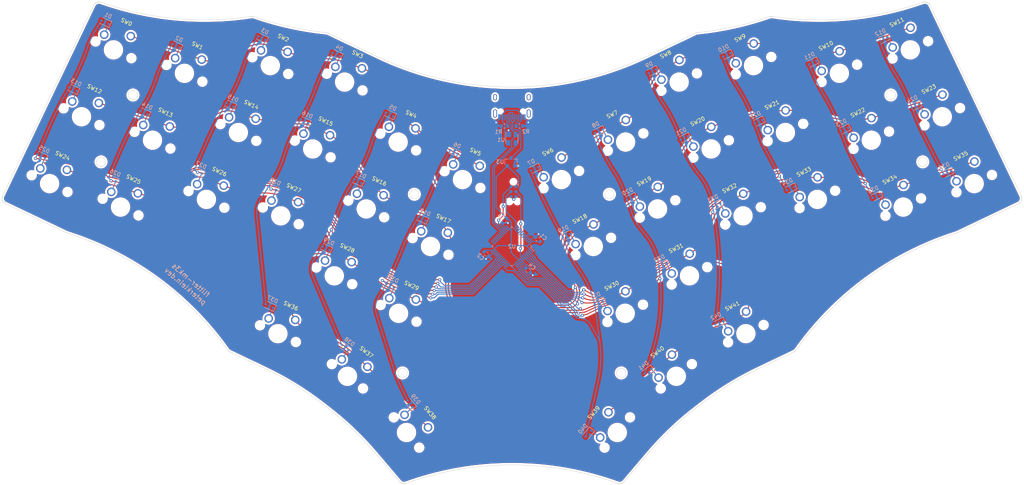
<source format=kicad_pcb>
(kicad_pcb (version 20210126) (generator pcbnew)
  (layers (0 "F.Cu" signal) (31 "B.Cu" signal) (34 "B.Paste" user) (35 "F.Paste" user) (36 "B.SilkS" user "B.Silkscreen") (37 "F.SilkS" user "F.Silkscreen") (38 "B.Mask" user) (39 "F.Mask" user) (44 "Edge.Cuts" user))
  (net 0 "")
  (net 1 "GND")
  (net 2 "matrix-0")
  (net 3 "matrix-3")
  (net 4 "matrix-4")
  (net 5 "matrix-5")
  (net 6 "matrix-6")
  (net 7 "matrix-7")
  (net 8 "matrix-8")
  (net 9 "matrix-9")
  (net 10 "matrix-10")
  (net 11 "matrix-11")
  (net 12 "matrix-12")
  (net 13 "matrix-13")
  (net 14 "matrix-14")
  (net 15 "matrix-15")
  (net 16 "matrix-16")
  (net 17 "matrix-17")
  (net 18 "switch-diode-0")
  (net 19 "switch-diode-1")
  (net 20 "switch-diode-2")
  (net 21 "switch-diode-3")
  (net 22 "switch-diode-4")
  (net 23 "switch-diode-5")
  (net 24 "switch-diode-6")
  (net 25 "switch-diode-7")
  (net 26 "switch-diode-8")
  (net 27 "switch-diode-9")
  (net 28 "switch-diode-10")
  (net 29 "switch-diode-11")
  (net 30 "switch-diode-12")
  (net 31 "switch-diode-13")
  (net 32 "switch-diode-14")
  (net 33 "switch-diode-15")
  (net 34 "switch-diode-16")
  (net 35 "switch-diode-17")
  (net 36 "switch-diode-18")
  (net 37 "switch-diode-19")
  (net 38 "switch-diode-20")
  (net 39 "switch-diode-21")
  (net 40 "switch-diode-22")
  (net 41 "switch-diode-23")
  (net 42 "switch-diode-24")
  (net 43 "switch-diode-25")
  (net 44 "switch-diode-26")
  (net 45 "switch-diode-27")
  (net 46 "switch-diode-28")
  (net 47 "switch-diode-29")
  (net 48 "switch-diode-30")
  (net 49 "switch-diode-31")
  (net 50 "switch-diode-32")
  (net 51 "switch-diode-33")
  (net 52 "switch-diode-34")
  (net 53 "switch-diode-35")
  (net 54 "switch-diode-36")
  (net 55 "switch-diode-37")
  (net 56 "switch-diode-38")
  (net 57 "switch-diode-39")
  (net 58 "switch-diode-40")
  (net 59 "switch-diode-41")
  (net 60 "usb-dp")
  (net 61 "usb-dn")
  (net 62 "usb-vcc")
  (net 63 "usb-cc1")
  (net 64 "usb-cc2")
  (net 65 "reset")
  (net 66 "swdio")
  (net 67 "swdclk")
  (net 68 "vcc")
  (footprint "SW_Cherry_MX_PCB" (layer "F.Cu") (at 184.325 69.2233 26)
    (fp_text reference "SW19")
    (fp_text value "SW_Cherry_MX_1.00u_PCB" hide)
  )
  (footprint "SW_Cherry_MX_PCB" (layer "F.Cu") (at 103.967 36.6072 -25)
    (fp_text reference "SW3")
    (fp_text value "SW_Cherry_MX_1.00u_PCB" hide)
  )
  (footprint "SW_Cherry_MX_PCB" (layer "F.Cu") (at 62.828 34.3572 -25)
    (fp_text reference "SW1")
    (fp_text value "SW_Cherry_MX_1.00u_PCB" hide)
  )
  (footprint "SW_Cherry_MX_PCB" (layer "F.Cu") (at 104.691 112.242 -38)
    (fp_text reference "SW37")
    (fp_text value "SW_Cherry_MX_1.00u_PCB" hide)
  )
  (footprint "SW_Cherry_MX_PCB" (layer "F.Cu") (at 225.365 66.7658 26)
    (fp_text reference "SW33")
    (fp_text value "SW_Cherry_MX_1.00u_PCB" hide)
  )
  (footprint "SW_Cherry_MX_PCB" (layer "F.Cu") (at 173.985 126.695 50)
    (fp_text reference "SW39")
    (fp_text value "SW_Cherry_MX_1.00u_PCB" hide)
  )
  (footprint "SW_Cherry_MX_PCB" (layer "F.Cu") (at 119.856 126.695 -50)
    (fp_text reference "SW38")
    (fp_text value "SW_Cherry_MX_1.00u_PCB" hide)
  )
  (footprint "SW_Cherry_MX_PCB" (layer "F.Cu") (at 176.123 52.0291 26)
    (fp_text reference "SW7")
    (fp_text value "SW_Cherry_MX_1.00u_PCB" hide)
  )
  (footprint "SW_Cherry_MX_PCB" (layer "F.Cu") (at 207.003 101.283 26)
    (fp_text reference "SW41")
    (fp_text value "SW_Cherry_MX_1.00u_PCB" hide)
  )
  (footprint "SW_Cherry_MX_PCB" (layer "F.Cu") (at 176.021 96.063 26)
    (fp_text reference "SW30")
    (fp_text value "SW_Cherry_MX_1.00u_PCB" hide)
  )
  (footprint "SW_Cherry_MX_PCB" (layer "F.Cu") (at 134.223 61.6745 -25)
    (fp_text reference "SW5")
    (fp_text value "SW_Cherry_MX_1.00u_PCB" hide)
  )
  (footprint "SW_Cherry_MX_PCB" (layer "F.Cu") (at 68.476 66.7658 -25)
    (fp_text reference "SW26")
    (fp_text value "SW_Cherry_MX_1.00u_PCB" hide)
  )
  (footprint "SW_Cherry_MX_PCB" (layer "F.Cu") (at 95.7657 53.8014 -25)
    (fp_text reference "SW15")
    (fp_text value "SW_Cherry_MX_1.00u_PCB" hide)
  )
  (footprint "SW_Cherry_MX_PCB" (layer "F.Cu") (at 76.6772 49.5716 -25)
    (fp_text reference "SW14")
    (fp_text value "SW_Cherry_MX_1.00u_PCB" hide)
  )
  (footprint "SW_Cherry_MX_PCB" (layer "F.Cu") (at 159.618 61.6745 26)
    (fp_text reference "SW6")
    (fp_text value "SW_Cherry_MX_1.00u_PCB" hide)
  )
  (footprint "SW_Cherry_MX_PCB" (layer "F.Cu") (at 54.6268 51.5515 -25)
    (fp_text reference "SW13")
    (fp_text value "SW_Cherry_MX_1.00u_PCB" hide)
  )
  (footprint "SW_Cherry_MX_PCB" (layer "F.Cu") (at 87.5645 70.9957 -25)
    (fp_text reference "SW27")
    (fp_text value "SW_Cherry_MX_1.00u_PCB" hide)
  )
  (footprint "SW_Cherry_MX_PCB" (layer "F.Cu") (at 86.8371 101.283 -25)
    (fp_text reference "SW36")
    (fp_text value "SW_Cherry_MX_1.00u_PCB" hide)
  )
  (footprint "SW_Cherry_MX_PCB" (layer "F.Cu") (at 44.6006 28.3222 -25)
    (fp_text reference "SW0")
    (fp_text value "SW_Cherry_MX_1.00u_PCB" hide)
  )
  (footprint "SW_Cherry_MX_PCB" (layer "F.Cu") (at 208.962 32.3773 26)
    (fp_text reference "SW9")
    (fp_text value "SW_Cherry_MX_1.00u_PCB" hide)
  )
  (footprint "SW_Cherry_MX_PCB" (layer "F.Cu") (at 36.3993 45.5164 -25)
    (fp_text reference "SW12")
    (fp_text value "SW_Cherry_MX_1.00u_PCB" hide)
  )
  (footprint "SW_Cherry_MX_PCB" (layer "F.Cu") (at 109.516 69.2233 -25)
    (fp_text reference "SW16")
    (fp_text value "SW_Cherry_MX_1.00u_PCB" hide)
  )
  (footprint "SW_Cherry_MX_PCB" (layer "F.Cu") (at 239.214 51.5515 26)
    (fp_text reference "SW22")
    (fp_text value "SW_Cherry_MX_1.00u_PCB" hide)
  )
  (footprint "SW_Cherry_MX_PCB" (layer "F.Cu") (at 206.276 70.9957 26)
    (fp_text reference "SW32")
    (fp_text value "SW_Cherry_MX_1.00u_PCB" hide)
  )
  (footprint "SW_Cherry_MX_PCB" (layer "F.Cu") (at 231.013 34.3572 26)
    (fp_text reference "SW10")
    (fp_text value "SW_Cherry_MX_1.00u_PCB" hide)
  )
  (footprint "SW_Cherry_MX_PCB" (layer "F.Cu") (at 249.24 28.3222 26)
    (fp_text reference "SW11")
    (fp_text value "SW_Cherry_MX_1.00u_PCB" hide)
  )
  (footprint "SW_Cherry_MX_PCB" (layer "F.Cu") (at 101.315 86.4176 -25)
    (fp_text reference "SW28")
    (fp_text value "SW_Cherry_MX_1.00u_PCB" hide)
  )
  (footprint "SW_Cherry_MX_PCB" (layer "F.Cu") (at 192.526 86.4176 26)
    (fp_text reference "SW31")
    (fp_text value "SW_Cherry_MX_1.00u_PCB" hide)
  )
  (footprint "SW_Cherry_MX_PCB" (layer "F.Cu") (at 46.4256 68.7457 -25)
    (fp_text reference "SW25")
    (fp_text value "SW_Cherry_MX_1.00u_PCB" hide)
  )
  (footprint "SW_Cherry_MX_PCB" (layer "F.Cu") (at 265.642 62.7107 26)
    (fp_text reference "SW35")
    (fp_text value "SW_Cherry_MX_1.00u_PCB" hide)
  )
  (footprint "SW_Cherry_MX_PCB" (layer "F.Cu") (at 28.1981 62.7107 -25)
    (fp_text reference "SW24")
    (fp_text value "SW_Cherry_MX_1.00u_PCB" hide)
  )
  (footprint "SW_Cherry_MX_PCB" (layer "F.Cu") (at 198.075 53.8014 26)
    (fp_text reference "SW20")
    (fp_text value "SW_Cherry_MX_1.00u_PCB" hide)
  )
  (footprint "SW_Cherry_MX_PCB" (layer "F.Cu") (at 126.021 78.8687 -25)
    (fp_text reference "SW17")
    (fp_text value "SW_Cherry_MX_1.00u_PCB" hide)
  )
  (footprint "SW_Cherry_MX_PCB" (layer "F.Cu") (at 217.163 49.5716 26)
    (fp_text reference "SW21")
    (fp_text value "SW_Cherry_MX_1.00u_PCB" hide)
  )
  (footprint "SW_Cherry_MX_PCB" (layer "F.Cu") (at 189.874 36.6072 26)
    (fp_text reference "SW8")
    (fp_text value "SW_Cherry_MX_1.00u_PCB" hide)
  )
  (footprint "SW_Cherry_MX_PCB" (layer "F.Cu") (at 189.149 112.242 38)
    (fp_text reference "SW40")
    (fp_text value "SW_Cherry_MX_1.00u_PCB" hide)
  )
  (footprint "SW_Cherry_MX_PCB" (layer "F.Cu") (at 117.82 96.063 -25)
    (fp_text reference "SW29")
    (fp_text value "SW_Cherry_MX_1.00u_PCB" hide)
  )
  (footprint "SW_Cherry_MX_PCB" (layer "F.Cu") (at 247.415 68.7457 26)
    (fp_text reference "SW34")
    (fp_text value "SW_Cherry_MX_1.00u_PCB" hide)
  )
  (footprint "SW_Cherry_MX_PCB" (layer "F.Cu") (at 84.8785 32.3773 -25)
    (fp_text reference "SW2")
    (fp_text value "SW_Cherry_MX_1.00u_PCB" hide)
  )
  (footprint "SW_Cherry_MX_PCB" (layer "F.Cu") (at 117.717 52.0291 -25)
    (fp_text reference "SW4")
    (fp_text value "SW_Cherry_MX_1.00u_PCB" hide)
  )
  (footprint "SW_Cherry_MX_PCB" (layer "F.Cu") (at 167.819 78.8687 26)
    (fp_text reference "SW18")
    (fp_text value "SW_Cherry_MX_1.00u_PCB" hide)
  )
  (footprint "SW_Cherry_MX_PCB" (layer "F.Cu") (at 257.441 45.5164 26)
    (fp_text reference "SW23")
    (fp_text value "SW_Cherry_MX_1.00u_PCB" hide)
  )
  (footprint "D_SOD-323" (layer "B.Cu") (at 74.5321 42.4548 155)
    (fp_text reference "D15")
    (fp_text value "4148")
  )
  (footprint "D_SOD-323" (layer "B.Cu") (at 115.675 88.9462 155)
    (fp_text reference "D30")
    (fp_text value "4148")
  )
  (footprint "D_SOD-323" (layer "B.Cu") (at 250.561 42.7048 -154)
    (fp_text reference "D24")
    (fp_text value "4148")
  )
  (footprint "D_SOD-323" (layer "B.Cu") (at 132.077 54.5577 155)
    (fp_text reference "D6")
    (fp_text value "4148")
  )
  (footprint "Tag-Connect_TC2030-IDC-NL_2x03_P1.27mm_Vertical" (layer "B.Cu") (at 147.32 64.77 -90)
    (fp_text reference "J2" hide)
    (fp_text value "Tag-Connect_TC2030-IDC-NL_2x03_P1.27mm_Vertical" hide)
  )
  (footprint "D_SOD-323" (layer "B.Cu") (at 115.572 44.9123 155)
    (fp_text reference "D5")
    (fp_text value "4148")
  )
  (footprint "D_SOD-323" (layer "B.Cu") (at 191.194 50.9897 -154)
    (fp_text reference "D21")
    (fp_text value "4148")
  )
  (footprint "D_SOD-323" (layer "B.Cu") (at 232.333 48.7398 -154)
    (fp_text reference "D23")
    (fp_text value "4148")
  )
  (footprint "LQFP-48_7x7mm_P0.5mm" (layer "B.Cu") (at 146.92 78.8687 135)
    (fp_text reference "U2")
    (fp_text value "STM32F072C8T6")
  )
  (footprint "D_SOD-323" (layer "B.Cu") (at 52.4817 44.4347 155)
    (fp_text reference "D14")
    (fp_text value "4148")
  )
  (footprint "D_SOD-323" (layer "B.Cu") (at 82.7333 25.2605 155)
    (fp_text reference "D3")
    (fp_text value "4148")
  )
  (footprint "D_SOD-323" (layer "B.Cu") (at 99.1695 79.3008 155)
    (fp_text reference "D29")
    (fp_text value "4148")
  )
  (footprint "D_SOD-323" (layer "B.Cu") (at 240.534 65.9341 -154)
    (fp_text reference "D35")
    (fp_text value "4148")
  )
  (footprint "R_0603_1608Metric" (layer "B.Cu") (at 151.078363 85.038363 135)
    (fp_text reference "C4")
    (fp_text value "0.1 µF")
  )
  (footprint "SOT-143" (layer "B.Cu") (at 146.92 51.1574 -90)
    (fp_text reference "U1")
    (fp_text value "SR05")
  )
  (footprint "D_SOD-323" (layer "B.Cu") (at 166.556 126.946 -130)
    (fp_text reference "D40")
    (fp_text value "4148")
  )
  (footprint "D_SOD-323" (layer "B.Cu") (at 210.283 46.7599 -154)
    (fp_text reference "D22")
    (fp_text value "4148")
  )
  (footprint "D_SOD-323" (layer "B.Cu") (at 152.737 58.8628 -154)
    (fp_text reference "D7")
    (fp_text value "4148")
  )
  (footprint "D_SOD-323" (layer "B.Cu") (at 242.359 25.5105 -154)
    (fp_text reference "D12")
    (fp_text value "4148")
  )
  (footprint "D_SOD-323" (layer "B.Cu") (at 181.832 110.933 -142)
    (fp_text reference "D41")
    (fp_text value "4148")
  )
  (footprint "D_SOD-323" (layer "B.Cu") (at 224.132 31.5456 -154)
    (fp_text reference "D11")
    (fp_text value "4148")
  )
  (footprint "HRO-TYPE-C-31-M-12" (layer "B.Cu") (at 146.92 37.9074)
    (fp_text reference "J1" hide)
    (fp_text value "HRO-TYPE-C-31-M-12" hide)
  )
  (footprint "D_SOD-323" (layer "B.Cu") (at 101.822 29.4904 155)
    (fp_text reference "D4")
    (fp_text value "4148")
  )
  (footprint "D_SOD-323" (layer "B.Cu") (at 34.2542 38.3997 155)
    (fp_text reference "D13")
    (fp_text value "4148")
  )
  (footprint "R_0603_1608Metric" (layer "B.Cu") (at 145.040178 72.240492 -135)
    (fp_text reference "C3")
    (fp_text value "0.1 µF")
  )
  (footprint "D_SOD-323" (layer "B.Cu") (at 123.876 71.7519 155)
    (fp_text reference "D18")
    (fp_text value "4148")
  )
  (footprint "D_SOD-323" (layer "B.Cu") (at 26.053 55.5939 155)
    (fp_text reference "D25")
    (fp_text value "4148")
  )
  (footprint "D_SOD-323" (layer "B.Cu") (at 258.762 59.899 -154)
    (fp_text reference "D36")
    (fp_text value "4148")
  )
  (footprint "D_SOD-323" (layer "B.Cu") (at 44.2805 61.629 155)
    (fp_text reference "D26")
    (fp_text value "4148")
  )
  (footprint "R_0603_1608Metric" (layer "B.Cu") (at 140.355269 80.809084 -45)
    (fp_text reference "C2")
    (fp_text value "0.1 µF")
  )
  (footprint "D_SOD-323" (layer "B.Cu") (at 107.371 62.1066 155)
    (fp_text reference "D17")
    (fp_text value "4148")
  )
  (footprint "D_SOD-323" (layer "B.Cu") (at 160.939 76.057 -154)
    (fp_text reference "D19")
    (fp_text value "4148")
  )
  (footprint "D_SOD-323" (layer "B.Cu") (at 42.4554 21.2054 155)
    (fp_text reference "D1")
    (fp_text value "4148")
  )
  (footprint "R_0603_1608Metric" (layer "B.Cu") (at 153.582804 77.03299 -45)
    (fp_text reference "C1")
    (fp_text value "0.1 µF")
  )
  (footprint "D_SOD-323" (layer "B.Cu") (at 218.484 63.9541 -154)
    (fp_text reference "D34")
    (fp_text value "4148")
  )
  (footprint "D_SOD-323" (layer "B.Cu") (at 120.812 119.324 130)
    (fp_text reference "D39")
    (fp_text value "4148")
  )
  (footprint "D_SOD-323" (layer "B.Cu") (at 202.081 29.5656 -154)
    (fp_text reference "D10")
    (fp_text value "4148")
  )
  (footprint "D_SOD-323" (layer "B.Cu") (at 84.692 94.1662 155)
    (fp_text reference "D37")
    (fp_text value "4148")
  )
  (footprint "D_SOD-323" (layer "B.Cu") (at 199.395 68.184 -154)
    (fp_text reference "D33")
    (fp_text value "4148")
  )
  (footprint "D_SOD-323" (layer "B.Cu") (at 93.6206 46.6846 155)
    (fp_text reference "D16")
    (fp_text value "4148")
  )
  (footprint "D_SOD-323" (layer "B.Cu") (at 185.645 83.6059 -154)
    (fp_text reference "D32")
    (fp_text value "4148")
  )
  (footprint "D_SOD-323" (layer "B.Cu") (at 182.993 33.7955 -154)
    (fp_text reference "D9")
    (fp_text value "4148")
  )
  (footprint "R_0603_1608Metric" (layer "B.Cu") (at 145.02 47.9074)
    (fp_text reference "R1")
    (fp_text value "5.1 kΩ")
  )
  (footprint "D_SOD-323" (layer "B.Cu") (at 66.3309 59.649 155)
    (fp_text reference "D27")
    (fp_text value "4148")
  )
  (footprint "D_SOD-323" (layer "B.Cu") (at 169.14 93.2513 -154)
    (fp_text reference "D31")
    (fp_text value "4148")
  )
  (footprint "D_SOD-323" (layer "B.Cu") (at 60.6829 27.2405 155)
    (fp_text reference "D2")
    (fp_text value "4148")
  )
  (footprint "D_SOD-323" (layer "B.Cu") (at 177.444 66.4117 -154)
    (fp_text reference "D20")
    (fp_text value "4148")
  )
  (footprint "SOT-23" (layer "B.Cu") (at 146.685 57.15 90)
    (fp_text reference "U3")
    (fp_text value "MCP1700T-3302E/TT")
  )
  (footprint "D_SOD-323" (layer "B.Cu") (at 85.4194 63.8789 155)
    (fp_text reference "D28")
    (fp_text value "4148")
  )
  (footprint "R_0603_1608Metric" (layer "B.Cu") (at 148.82 47.9074)
    (fp_text reference "R2")
    (fp_text value "5.1 kΩ")
  )
  (footprint "D_SOD-323" (layer "B.Cu") (at 104.083 104.834 142)
    (fp_text reference "D38")
    (fp_text value "4148")
  )
  (footprint "D_SOD-323" (layer "B.Cu") (at 200.123 98.4713 -154)
    (fp_text reference "D42")
    (fp_text value "4148")
  )
  (footprint "D_SOD-323" (layer "B.Cu") (at 169.243 49.2174 -154)
    (fp_text reference "D8")
    (fp_text value "4148")
  )
  (gr_line (start 16.004425 66.383847) (end 16.007704 66.347179) (layer "Edge.Cuts") (width 0.1))
  (gr_line (start 16.021244 66.750694) (end 16.015514 66.714328) (layer "Edge.Cuts") (width 0.1))
  (gr_line (start 118.476172 139.650551) (end 118.444515 139.631768) (layer "Edge.Cuts") (width 0.1))
  (gr_line (start 80.39412 19.730803) (end 80.431629 19.735345) (layer "Edge.Cuts") (width 0.1))
  (gr_line (start 40.073017 16.230092) (end 40.104422 16.210882) (layer "Edge.Cuts") (width 0.1))
  (gr_line (start 277.430334 67.529839) (end 277.40471 67.556272) (layer "Edge.Cuts") (width 0.1))
  (gr_line (start 16.314458 67.418062) (end 16.292262 67.38869) (layer "Edge.Cuts") (width 0.1))
  (gr_line (start 16.003703 66.60454) (end 16.001565 66.567787) (layer "Edge.Cuts") (width 0.1))
  (gr_line (start 16.112301 67.068576) (end 16.098743 67.034349) (layer "Edge.Cuts") (width 0.1))
  (gr_line (start 193.918762 24.12471) (end 193.935425 24.116888) (layer "Edge.Cuts") (width 0.1))
  (gr_line (start 118.41333 139.612213) (end 118.382633 139.591899) (layer "Edge.Cuts") (width 0.1))
  (gr_line (start 175.517796 139.549041) (end 175.488133 139.570837) (layer "Edge.Cuts") (width 0.1))
  (gr_line (start 39.626891 16.662559) (end 39.647818 16.632271) (layer "Edge.Cuts") (width 0.1))
  (gr_line (start 219.667243 105.739354) (end 219.638862 105.762802) (layer "Edge.Cuts") (width 0.1))
  (gr_line (start 253.9155 16.337202) (end 253.943921 16.360864) (layer "Edge.Cuts") (width 0.1))
  (gr_line (start 119.066921 139.842827) (end 119.030369 139.838481) (layer "Edge.Cuts") (width 0.1))
  (gr_line (start 16.602505 67.70097) (end 16.573279 67.678582) (layer "Edge.Cuts") (width 0.1))
  (gr_line (start 211.148237 20.463598) (end 213.019287 19.838688) (layer "Edge.Cuts") (width 0.1))
  (gr_line (start 253.97175 16.385219) (end 253.99897 16.410253) (layer "Edge.Cuts") (width 0.1))
  (gr_line (start 164.576058 35.934823) (end 166.499728 35.47447) (layer "Edge.Cuts") (width 0.1))
  (gr_line (start 38.579501 77.515389) (end 36.749945 76.802765) (layer "Edge.Cuts") (width 0.1))
  (gr_line (start 225.286086 20.648192) (end 227.276417 20.637326) (layer "Edge.Cuts") (width 0.1))
  (gr_line (start 254.234238 16.694378) (end 254.253756 16.725789) (layer "Edge.Cuts") (width 0.1))
  (gr_line (start 219.722238 105.690404) (end 219.695041 105.715217) (layer "Edge.Cuts") (width 0.1))
  (gr_line (start 118.640834 139.732524) (end 118.607116 139.717756) (layer "Edge.Cuts") (width 0.1))
  (gr_line (start 32.613129 75.364163) (end 32.259891 75.200967) (layer "Edge.Cuts") (width 0.1))
  (gr_line (start 277.295964 67.655484) (end 277.267297 67.678582) (layer "Edge.Cuts") (width 0.1))
  (gr_line (start 41.311484 16.066014) (end 41.346543 16.077247) (layer "Edge.Cuts") (width 0.1))
  (gr_line (start 257.090632 76.802765) (end 255.261076 77.515389) (layer "Edge.Cuts") (width 0.1))
  (gr_line (start 184.42294 129.253501) (end 183.160233 130.63884) (layer "Edge.Cuts") (width 0.1))
  (gr_line (start 162.641594 36.347476) (end 164.576058 35.934823) (layer "Edge.Cuts") (width 0.1))
  (gr_line (start 235.21657 20.099272) (end 237.190172 19.841529) (layer "Edge.Cuts") (width 0.1))
  (gr_line (start 203.542368 113.875955) (end 201.944836 114.856509) (layer "Edge.Cuts") (width 0.1))
  (gr_line (start 254.192907 16.633047) (end 254.213951 16.663458) (layer "Edge.Cuts") (width 0.1))
  (gr_line (start 49.256826 18.424436) (end 51.171143 18.860896) (layer "Edge.Cuts") (width 0.1))
  (gr_line (start 185.717758 127.898126) (end 184.42294 129.253501) (layer "Edge.Cuts") (width 0.1))
  (gr_line (start 16.000331 66.530993) (end 16 66.49418) (layer "Edge.Cuts") (width 0.1))
  (gr_line (start 99.707138 24.025405) (end 99.905151 24.116888) (layer "Edge.Cuts") (width 0.1))
  (gr_line (start 254.290442 16.790007) (end 254.307586 16.822774) (layer "Edge.Cuts") (width 0.1))
  (gr_line (start 50.821019 83.727545) (end 49.14023 82.712628) (layer "Edge.Cuts") (width 0.1))
  (gr_line (start 41.096312 16.016955) (end 41.13264 16.022922) (layer "Edge.Cuts") (width 0.1))
  (gr_line (start 116.090791 31.728439) (end 117.925287 32.468071) (layer "Edge.Cuts") (width 0.1))
  (gr_line (start 32.243228 75.193145) (end 16.854225 67.852967) (layer "Edge.Cuts") (width 0.1))
  (gr_line (start 74.173333 105.739354) (end 74.145535 105.715217) (layer "Edge.Cuts") (width 0.1))
  (gr_line (start 277.455302 67.502785) (end 277.430334 67.529839) (layer "Edge.Cuts") (width 0.1))
  (gr_line (start 277.836874 66.60454) (end 277.833835 66.641229) (layer "Edge.Cuts") (width 0.1))
  (gr_line (start 99.905151 24.116888) (end 99.921814 24.12471) (layer "Edge.Cuts") (width 0.1))
  (gr_line (start 277.548314 67.38869) (end 277.526118 67.418062) (layer "Edge.Cuts") (width 0.1))
  (gr_line (start 16.053026 66.894425) (end 16.04376 66.858796) (layer "Edge.Cuts") (width 0.1))
  (gr_line (start 277.777413 66.929816) (end 277.766409 66.964948) (layer "Edge.Cuts") (width 0.1))
  (gr_line (start 253.449559 78.272699) (end 251.657173 79.074237) (layer "Edge.Cuts") (width 0.1))
  (gr_line (start 118.744017 139.771804) (end 118.709305 139.759556) (layer "Edge.Cuts") (width 0.1))
  (gr_line (start 72.640383 20.51522) (end 74.598969 20.377189) (layer "Edge.Cuts") (width 0.1))
  (gr_line (start 40.405503 16.074167) (end 40.440635 16.063164) (layer "Edge.Cuts") (width 0.1))
  (gr_line (start 253.068333 16.004945) (end 253.105202 16.007823) (layer "Edge.Cuts") (width 0.1))
  (gr_line (start 55.706933 87.015387) (end 54.10536 85.879573) (layer "Edge.Cuts") (width 0.1))
  (gr_line (start 175.734096 139.349899) (end 175.709254 139.377063) (layer "Edge.Cuts") (width 0.1))
  (gr_line (start 203.563271 22.489334) (end 205.477589 22.052874) (layer "Edge.Cuts") (width 0.1))
  (gr_line (start 174.589901 139.851049) (end 174.553107 139.849985) (layer "Edge.Cuts") (width 0.1))
  (gr_line (start 277.828695 66.310602) (end 277.832873 66.347179) (layer "Edge.Cuts") (width 0.1))
  (gr_line (start 175.546915 139.526524) (end 175.517796 139.549041) (layer "Edge.Cuts") (width 0.1))
  (gr_line (start 119.6143 139.800053) (end 119.578633 139.809151) (layer "Edge.Cuts") (width 0.1))
  (gr_line (start 47.353796 17.941128) (end 49.256826 18.424436) (layer "Edge.Cuts") (width 0.1))
  (gr_line (start 99.603719 23.982237) (end 99.638547 23.995767) (layer "Edge.Cuts") (width 0.1))
  (gr_line (start 253.82686 16.270519) (end 253.856952 16.292016) (layer "Edge.Cuts") (width 0.1))
  (gr_line (start 102.636912 122.790899) (end 101.192542 121.596165) (layer "Edge.Cuts") (width 0.1))
  (gr_line (start 73.968664 105.528222) (end 73.94611 105.499125) (layer "Edge.Cuts") (width 0.1))
  (gr_line (start 56.970263 19.886699) (end 58.918143 20.133421) (layer "Edge.Cuts") (width 0.1))
  (gr_line (start 16.000572 66.45737) (end 16.002047 66.420585) (layer "Edge.Cuts") (width 0.1))
  (gr_line (start 174.226276 139.800053) (end 174.190843 139.790082) (layer "Edge.Cuts") (width 0.1))
  (gr_line (start 80.689338 19.793314) (end 80.725179 19.805272) (layer "Edge.Cuts") (width 0.1))
  (gr_line (start 248.841891 17.273374) (end 250.740974 16.67754) (layer "Edge.Cuts") (width 0.1))
  (gr_line (start 277.76333 66.023908) (end 277.774563 66.058967) (layer "Edge.Cuts") (width 0.1))
  (gr_line (start 66.752568 20.64048) (end 68.716001 20.646905) (layer "Edge.Cuts") (width 0.1))
  (gr_line (start 80.469012 19.74083) (end 80.506245 19.747255) (layer "Edge.Cuts") (width 0.1))
  (gr_line (start 31.90282 32.818701) (end 39.517484 16.854225) (layer "Edge.Cuts") (width 0.1))
  (gr_line (start 80.092363 19.728646) (end 80.130023 19.725588) (layer "Edge.Cuts") (width 0.1))
  (gr_line (start 241.364182 84.783406) (end 239.735217 85.879573) (layer "Edge.Cuts") (width 0.1))
  (gr_line (start 74.480499 105.940621) (end 74.44767 105.923961) (layer "Edge.Cuts") (width 0.1))
  (gr_line (start 254.272495 16.757672) (end 254.290442 16.790007) (layer "Edge.Cuts") (width 0.1))
  (gr_line (start 213.785702 19.732568) (end 213.823147 19.737511) (layer "Edge.Cuts") (width 0.1))
  (gr_line (start 205.477589 22.052874) (end 207.380619 21.569566) (layer "Edge.Cuts") (width 0.1))
  (gr_line (start 73.991926 105.556756) (end 73.968664 105.528222) (layer "Edge.Cuts") (width 0.1))
  (gr_line (start 174.663513 139.850467) (end 174.62671 139.85121) (layer "Edge.Cuts") (width 0.1))
  (gr_line (start 277.7383 65.954669) (end 277.75124 65.989135) (layer "Edge.Cuts") (width 0.1))
  (gr_line (start 68.73517 98.901382) (end 67.42137 97.442259) (layer "Edge.Cuts") (width 0.1))
  (gr_line (start 142.965826 37.809638) (end 144.942453 37.882981) (layer "Edge.Cuts") (width 0.1))
  (gr_line (start 253.636035 16.157678) (end 253.668966 16.174505) (layer "Edge.Cuts") (width 0.1))
  (gr_line (start 172.194255 33.810172) (end 174.063069 33.162124) (layer "Edge.Cuts") (width 0.1))
  (gr_line (start 40.301875 16.112301) (end 40.336102 16.098743) (layer "Edge.Cuts") (width 0.1))
  (gr_line (start 40.765911 16.003703) (end 40.802664 16.001565) (layer "Edge.Cuts") (width 0.1))
  (gr_line (start 82.732605 20.476482) (end 84.650506 21.063469) (layer "Edge.Cuts") (width 0.1))
  (gr_line (start 277.78755 66.894425) (end 277.777413 66.929816) (layer "Edge.Cuts") (width 0.1))
  (gr_line (start 137.000458 135.617634) (end 135.029992 135.888787) (layer "Edge.Cuts") (width 0.1))
  (gr_line (start 135.095552 37.028704) (end 137.055277 37.296863) (layer "Edge.Cuts") (width 0.1))
  (gr_line (start 254.253756 16.725789) (end 254.272495 16.757672) (layer "Edge.Cuts") (width 0.1))
  (gr_line (start 119.719814 139.767547) (end 119.684912 139.779244) (layer "Edge.Cuts") (width 0.1))
  (gr_line (start 233.237168 20.307838) (end 235.21657 20.099272) (layer "Edge.Cuts") (width 0.1))
  (gr_line (start 213.260514 19.762866) (end 213.297363 19.754575) (layer "Edge.Cuts") (width 0.1))
  (gr_line (start 68.716001 20.646905) (end 70.679 20.605143) (layer "Edge.Cuts") (width 0.1))
  (gr_line (start 88.527433 22.092308) (end 90.484021 22.533513) (layer "Edge.Cuts") (width 0.1))
  (gr_line (start 253.99897 16.410253) (end 254.025564 16.43595) (layer "Edge.Cuts") (width 0.1))
  (gr_line (start 74.040515 105.612069) (end 74.015881 105.584711) (layer "Edge.Cuts") (width 0.1))
  (gr_line (start 71.253388 101.914138) (end 70.012766 100.392308) (layer "Edge.Cuts") (width 0.1))
  (gr_line (start 253.35974 16.053227) (end 253.39533 16.063274) (layer "Edge.Cuts") (width 0.1))
  (gr_line (start 80.725179 19.805272) (end 80.821102 19.838623) (layer "Edge.Cuts") (width 0.1))
  (gr_line (start 219.774764 105.638815) (end 219.748817 105.664932) (layer "Edge.Cuts") (width 0.1))
  (gr_line (start 219.488805 105.869221) (end 219.45729 105.88825) (layer "Edge.Cuts") (width 0.1))
  (gr_line (start 16.462131 67.582069) (end 16.435866 67.556272) (layer "Edge.Cuts") (width 0.1))
  (gr_line (start 213.297363 19.754575) (end 213.334409 19.747215) (layer "Edge.Cuts") (width 0.1))
  (gr_line (start 236.560427 88.190163) (end 235.016515 89.403195) (layer "Edge.Cuts") (width 0.1))
  (gr_line (start 277.812713 66.786908) (end 277.805206 66.82295) (layer "Edge.Cuts") (width 0.1))
  (gr_line (start 144.942453 37.882981) (end 146.920288 37.907434) (layer "Edge.Cuts") (width 0.1))
  (gr_line (start 277.784932 66.094291) (end 277.794431 66.129859) (layer "Edge.Cuts") (width 0.1))
  (gr_line (start 118.540819 139.685761) (end 118.50828 139.668553) (layer "Edge.Cuts") (width 0.1))
  (gr_line (start 99.388671 23.919624) (end 99.425125 23.927816) (layer "Edge.Cuts") (width 0.1))
  (gr_line (start 277.728275 67.068576) (end 277.713881 67.10246) (layer "Edge.Cuts") (width 0.1))
  (gr_line (start 148.909169 135.024958) (end 146.920288 135.000232) (layer "Edge.Cuts") (width 0.1))
  (gr_line (start 16.270794 67.358783) (end 16.250067 67.328358) (layer "Edge.Cuts") (width 0.1))
  (gr_circle (center 118.838043 111.378967) (end 120.038043 111.378967) (layer "Edge.Cuts") (width 0.1) (fill none))
  (gr_line (start 87.036429 112.028458) (end 85.373972 111.16253) (layer "Edge.Cuts") (width 0.1))
  (gr_line (start 254.101436 16.516865) (end 254.125371 16.545056) (layer "Edge.Cuts") (width 0.1))
  (gr_line (start 139.021033 37.516489) (end 140.991617 37.687449) (layer "Edge.Cuts") (width 0.1))
  (gr_line (start 39.550801 16.788571) (end 39.568658 16.756377) (layer "Edge.Cuts") (width 0.1))
  (gr_line (start 74.57417 105.986719) (end 74.480499 105.940621) (layer "Edge.Cuts") (width 0.1))
  (gr_line (start 118.322781 139.549041) (end 118.293661 139.526524) (layer "Edge.Cuts") (width 0.1))
  (gr_line (start 277.823621 66.274139) (end 277.828695 66.310602) (layer "Edge.Cuts") (width 0.1))
  (gr_line (start 277.832873 66.347179) (end 277.836151 66.383847) (layer "Edge.Cuts") (width 0.1))
  (gr_line (start 174.333895 139.82471) (end 174.297824 139.817372) (layer "Edge.Cuts") (width 0.1))
  (gr_line (start 16.854225 67.852967) (end 16.821193 67.836711) (layer "Edge.Cuts") (width 0.1))
  (gr_line (start 277.825062 66.714328) (end 277.819333 66.750694) (layer "Edge.Cuts") (width 0.1))
  (gr_line (start 188.400866 125.28023) (end 187.043976 126.57346) (layer "Edge.Cuts") (width 0.1))
  (gr_line (start 219.9163 105.469484) (end 219.894467 105.499125) (layer "Edge.Cuts") (width 0.1))
  (gr_line (start 213.371628 19.74079) (end 213.408998 19.735305) (layer "Edge.Cuts") (width 0.1))
  (gr_line (start 118.352444 139.570837) (end 118.322781 139.549041) (layer "Edge.Cuts") (width 0.1))
  (gr_line (start 104.052894 124.019146) (end 102.636912 122.790899) (layer "Edge.Cuts") (width 0.1))
  (gr_line (start 213.823147 19.737511) (end 215.364233 19.960693) (layer "Edge.Cuts") (width 0.1))
  (gr_line (start 172.330491 139.142993) (end 170.43675 138.534715) (layer "Edge.Cuts") (width 0.1))
  (gr_line (start 99.638547 23.995767) (end 99.673027 24.010159) (layer "Edge.Cuts") (width 0.1))
  (gr_line (start 189.787683 124.019146) (end 188.400866 125.28023) (layer "Edge.Cuts") (width 0.1))
  (gr_line (start 16.063164 66.929816) (end 16.053026 66.894425) (layer "Edge.Cuts") (width 0.1))
  (gr_line (start 129.264519 35.934823) (end 131.198982 36.347476) (layer "Edge.Cuts") (width 0.1))
  (gr_line (start 41.346543 16.077247) (end 41.381316 16.089337) (layer "Edge.Cuts") (width 0.1))
  (gr_line (start 220.214374 105.054239) (end 219.9163 105.469484) (layer "Edge.Cuts") (width 0.1))
  (gr_line (start 252.520677 16.070612) (end 252.556093 16.059969) (layer "Edge.Cuts") (width 0.1))
  (gr_line (start 260.808176 75.510345) (end 258.937126 76.135255) (layer "Edge.Cuts") (width 0.1))
  (gr_line (start 41.723858 16.213166) (end 43.586177 16.83516) (layer "Edge.Cuts") (width 0.1))
  (gr_line (start 219.695041 105.715217) (end 219.667243 105.739354) (layer "Edge.Cuts") (width 0.1))
  (gr_line (start 16.693352 67.763736) (end 16.662559 67.743559) (layer "Edge.Cuts") (width 0.1))
  (gr_line (start 261.090948 75.419269) (end 261.056029 75.430931) (layer "Edge.Cuts") (width 0.1))
  (gr_line (start 111.916013 132.060014) (end 110.680343 130.63884) (layer "Edge.Cuts") (width 0.1))
  (gr_line (start 213.408998 19.735305) (end 213.446494 19.730761) (layer "Edge.Cuts") (width 0.1))
  (gr_line (start 49.14023 82.712628) (end 47.435039 81.739265) (layer "Edge.Cuts") (width 0.1))
  (gr_line (start 32.680702 75.393391) (end 32.646736 75.379192) (layer "Edge.Cuts") (width 0.1))
  (gr_line (start 252.700059 16.026217) (end 252.736516 16.02001) (layer "Edge.Cuts") (width 0.1))
  (gr_line (start 119.140291 139.848822) (end 119.103569 139.846274) (layer "Edge.Cuts") (width 0.1))
  (gr_line (start 181.369545 30.11038) (end 193.918762 24.12471) (layer "Edge.Cuts") (width 0.1))
  (gr_line (start 32.259891 75.200967) (end 32.243228 75.193145) (layer "Edge.Cuts") (width 0.1))
  (gr_line (start 118.237124 139.479381) (end 118.20974 139.454783) (layer "Edge.Cuts") (width 0.1))
  (gr_line (start 225.105406 98.901382) (end 223.82781 100.392308) (layer "Edge.Cuts") (width 0.1))
  (gr_line (start 175.657609 139.42952) (end 175.630837 139.454783) (layer "Edge.Cuts") (width 0.1))
  (gr_line (start 174.773655 139.842827) (end 174.737007 139.846274) (layer "Edge.Cuts") (width 0.1))
  (gr_line (start 40.370652 16.086029) (end 40.405503 16.074167) (layer "Edge.Cuts") (width 0.1))
  (gr_line (start 133.066877 136.208844) (end 131.112326 136.577608) (layer "Edge.Cuts") (width 0.1))
  (gr_line (start 254.148604 16.573828) (end 254.171121 16.603165) (layer "Edge.Cuts") (width 0.1))
  (gr_line (start 253.856952 16.292016) (end 253.886505 16.314248) (layer "Edge.Cuts") (width 0.1))
  (gr_line (start 249.884998 79.919521) (end 248.134101 80.808042) (layer "Edge.Cuts") (width 0.1))
  (gr_line (start 90.298208 113.875955) (end 88.678141 112.933099) (layer "Edge.Cuts") (width 0.1))
  (gr_line (start 16.210882 67.266029) (end 16.192448 67.234161) (layer "Edge.Cuts") (width 0.1))
  (gr_line (start 277.839011 66.567787) (end 277.836874 66.60454) (layer "Edge.Cuts") (width 0.1))
  (gr_line (start 277.052005 67.81965) (end 277.019383 67.836711) (layer "Edge.Cuts") (width 0.1))
  (gr_line (start 86.58252 21.60219) (end 88.527433 22.092308) (layer "Edge.Cuts") (width 0.1))
  (gr_line (start 253.178672 16.016301) (end 253.215228 16.021896) (layer "Edge.Cuts") (width 0.1))
  (gr_line (start 174.846642 139.833239) (end 174.810207 139.838481) (layer "Edge.Cuts") (width 0.1))
  (gr_circle (center 171.971365 65.448891) (end 173.171365 65.448891) (layer "Edge.Cuts") (width 0.1) (fill none))
  (gr_line (start 119.684912 139.779244) (end 119.649734 139.790082) (layer "Edge.Cuts") (width 0.1))
  (gr_line (start 57.280149 88.190163) (end 55.706933 87.015387) (layer "Edge.Cuts") (width 0.1))
  (gr_circle (center 244.226894 39.936835) (end 245.426894 39.936835) (layer "Edge.Cuts") (width 0.1) (fill none))
  (gr_line (start 253.886505 16.314248) (end 253.9155 16.337202) (layer "Edge.Cuts") (width 0.1))
  (gr_line (start 98.411774 23.805271) (end 99.241155 23.896002) (layer "Edge.Cuts") (width 0.1))
  (gr_line (start 219.609914 105.785546) (end 219.580416 105.807574) (layer "Edge.Cuts") (width 0.1))
  (gr_line (start 239.156751 19.534767) (end 241.115089 19.179175) (layer "Edge.Cuts") (width 0.1))
  (gr_line (start 164.67303 136.994849) (end 162.728251 136.577608) (layer "Edge.Cuts") (width 0.1))
  (gr_line (start 99.425125 23.927816) (end 99.461364 23.936914) (layer "Edge.Cuts") (width 0.1))
  (gr_line (start 105.43971 125.28023) (end 104.052894 124.019146) (layer "Edge.Cuts") (width 0.1))
  (gr_line (start 74.091759 105.664932) (end 74.065812 105.638815) (layer "Edge.Cuts") (width 0.1))
  (gr_line (start 119.103569 139.846274) (end 119.066921 139.842827) (layer "Edge.Cuts") (width 0.1))
  (gr_line (start 252.994438 16.001919) (end 253.031404 16.002976) (layer "Edge.Cuts") (width 0.1))
  (gr_line (start 221.307693 20.521396) (end 223.296101 20.609541) (layer "Edge.Cuts") (width 0.1))
  (gr_line (start 219.748817 105.664932) (end 219.722238 105.690404) (layer "Edge.Cuts") (width 0.1))
  (gr_circle (center 121.869211 65.448891) (end 123.069211 65.448891) (layer "Edge.Cuts") (width 0.1) (fill none))
  (gr_line (start 40.23447 16.141916) (end 40.267991 16.126695) (layer "Edge.Cuts") (width 0.1))
  (gr_line (start 39.691869 16.573279) (end 39.714967 16.544612) (layer "Edge.Cuts") (width 0.1))
  (gr_line (start 80.243296 19.722117) (end 80.281072 19.722863) (layer "Edge.Cuts") (width 0.1))
  (gr_line (start 40.583543 16.027864) (end 40.619757 16.021244) (layer "Edge.Cuts") (width 0.1))
  (gr_line (start 277.479598 67.475126) (end 277.455302 67.502785) (layer "Edge.Cuts") (width 0.1))
  (gr_line (start 42.183403 79.074237) (end 40.391017 78.272699) (layer "Edge.Cuts") (width 0.1))
  (gr_line (start 194.186285 24.001488) (end 194.220251 23.987289) (layer "Edge.Cuts") (width 0.1))
  (gr_line (start 16.002047 66.420585) (end 16.004425 66.383847) (layer "Edge.Cuts") (width 0.1))
  (gr_line (start 261.19384 75.379192) (end 261.159874 75.393391) (layer "Edge.Cuts") (width 0.1))
  (gr_line (start 277.351555 67.607213) (end 277.324056 67.63169) (layer "Edge.Cuts") (width 0.1))
  (gr_line (start 119.649734 139.790082) (end 119.6143 139.800053) (layer "Edge.Cuts") (width 0.1))
  (gr_line (start 123.530585 34.41182) (end 125.429148 34.966698) (layer "Edge.Cuts") (width 0.1))
  (gr_line (start 154.863521 135.395552) (end 152.882013 135.22268) (layer "Edge.Cuts") (width 0.1))
  (gr_line (start 16.074167 66.964948) (end 16.063164 66.929816) (layer "Edge.Cuts") (width 0.1))
  (gr_line (start 40.104422 16.210882) (end 40.13629 16.192448) (layer "Edge.Cuts") (width 0.1))
  (gr_line (start 277.766409 66.964948) (end 277.754547 66.999799) (layer "Edge.Cuts") (width 0.1))
  (gr_line (start 174.261944 139.809151) (end 174.226276 139.800053) (layer "Edge.Cuts") (width 0.1))
  (gr_line (start 16.724631 67.783151) (end 16.693352 67.763736) (layer "Edge.Cuts") (width 0.1))
  (gr_line (start 241.115089 19.179175) (end 243.063976 18.774975) (layer "Edge.Cuts") (width 0.1))
  (gr_line (start 168.411428 34.966698) (end 170.309991 34.41182) (layer "Edge.Cuts") (width 0.1))
  (gr_line (start 133.143056 36.712178) (end 135.095552 37.028704) (layer "Edge.Cuts") (width 0.1))
  (gr_line (start 41.381316 16.089337) (end 41.723858 16.213166) (layer "Edge.Cuts") (width 0.1))
  (gr_line (start 277.208306 67.722633) (end 277.178017 67.743559) (layer "Edge.Cuts") (width 0.1))
  (gr_line (start 209.271214 21.039701) (end 211.148237 20.463598) (layer "Edge.Cuts") (width 0.1))
  (gr_line (start 237.190172 19.841529) (end 239.156751 19.534767) (layer "Edge.Cuts") (width 0.1))
  (gr_line (start 62.829132 20.483113) (end 64.789884 20.585871) (layer "Edge.Cuts") (width 0.1))
  (gr_line (start 213.223885 19.772081) (end 213.260514 19.762866) (layer "Edge.Cuts") (width 0.1))
  (gr_line (start 16.116058 65.920532) (end 16.130673 65.886743) (layer "Edge.Cuts") (width 0.1))
  (gr_line (start 277.774563 66.058967) (end 277.784932 66.094291) (layer "Edge.Cuts") (width 0.1))
  (gr_line (start 99.533106 23.957802) (end 99.568564 23.96958) (layer "Edge.Cuts") (width 0.1))
  (gr_line (start 201.638818 22.878683) (end 203.563271 22.489334) (layer "Edge.Cuts") (width 0.1))
  (gr_line (start 53.095596 19.250245) (end 55.029024 19.592248) (layer "Edge.Cuts") (width 0.1))
  (gr_line (start 194.466314 23.911766) (end 194.502397 23.904466) (layer "Edge.Cuts") (width 0.1))
  (gr_line (start 229.152232 94.622918) (end 227.768419 96.015818) (layer "Edge.Cuts") (width 0.1))
  (gr_line (start 74.29019 105.82887) (end 74.260161 105.807574) (layer "Edge.Cuts") (width 0.1))
  (gr_line (start 170.43675 138.534715) (end 168.528471 137.973705) (layer "Edge.Cuts") (width 0.1))
  (gr_line (start 40.913081 16.000572) (end 40.949866 16.002047) (layer "Edge.Cuts") (width 0.1))
  (gr_line (start 277.59051 67.328358) (end 277.569782 67.358783) (layer "Edge.Cuts") (width 0.1))
  (gr_line (start 92.451055 22.925529) (end 94.427299 23.268109) (layer "Edge.Cuts") (width 0.1))
  (gr_line (start 174.063069 33.162124) (end 175.91529 32.468071) (layer "Edge.Cuts") (width 0.1))
  (gr_circle (center 41.412446 57.131085) (end 42.612446 57.131085) (layer "Edge.Cuts") (width 0.1) (fill none))
  (gr_line (start 252.88354 16.004217) (end 252.920483 16.002539) (layer "Edge.Cuts") (width 0.1))
  (gr_line (start 270.138993 50.012951) (end 277.694463 65.853322) (layer "Edge.Cuts") (width 0.1))
  (gr_line (start 119.578633 139.809151) (end 119.542753 139.817372) (layer "Edge.Cuts") (width 0.1))
  (gr_line (start 16.006741 66.641229) (end 16.003703 66.60454) (layer "Edge.Cuts") (width 0.1))
  (gr_line (start 160.773699 136.208844) (end 158.810584 135.888787) (layer "Edge.Cuts") (width 0.1))
  (gr_line (start 252.957457 16.001773) (end 252.994438 16.001919) (layer "Edge.Cuts") (width 0.1))
  (gr_line (start 119.28747 139.849985) (end 119.250675 139.851049) (layer "Edge.Cuts") (width 0.1))
  (gr_line (start 16.174803 67.201851) (end 16.157955 67.169118) (layer "Edge.Cuts") (width 0.1))
  (gr_line (start 40.729222 16.006741) (end 40.765911 16.003703) (layer "Edge.Cuts") (width 0.1))
  (gr_line (start 16.015514 66.714328) (end 16.010679 66.677832) (layer "Edge.Cuts") (width 0.1))
  (gr_line (start 252.62766 16.041318) (end 252.663767 16.033321) (layer "Edge.Cuts") (width 0.1))
  (gr_line (start 127.233741 137.460311) (end 125.312105 137.973705) (layer "Edge.Cuts") (width 0.1))
  (gr_line (start 118.293661 139.526524) (end 118.265103 139.503299) (layer "Edge.Cuts") (width 0.1))
  (gr_line (start 251.657173 79.074237) (end 249.884998 79.919521) (layer "Edge.Cuts") (width 0.1))
  (gr_line (start 99.497365 23.946911) (end 99.533106 23.957802) (layer "Edge.Cuts") (width 0.1))
  (gr_line (start 175.91529 32.468071) (end 177.749785 31.728439) (layer "Edge.Cuts") (width 0.1))
  (gr_line (start 32.784547 75.430931) (end 32.749628 75.419269) (layer "Edge.Cuts") (width 0.1))
  (gr_line (start 158.745024 37.028704) (end 160.69752 36.712178) (layer "Edge.Cuts") (width 0.1))
  (gr_line (start 195.816271 23.761859) (end 197.764151 23.515137) (layer "Edge.Cuts") (width 0.1))
  (gr_line (start 208.466604 111.16253) (end 206.804148 112.028458) (layer "Edge.Cuts") (width 0.1))
  (gr_line (start 277.829897 66.677832) (end 277.825062 66.714328) (layer "Edge.Cuts") (width 0.1))
  (gr_line (start 16.821193 67.836711) (end 16.788571 67.81965) (layer "Edge.Cuts") (width 0.1))
  (gr_line (start 174.955021 139.812175) (end 174.91907 139.820083) (layer "Edge.Cuts") (width 0.1))
  (gr_line (start 16.360978 67.475126) (end 16.337368 67.446879) (layer "Edge.Cuts") (width 0.1))
  (gr_line (start 16.04376 66.858796) (end 16.035371 66.82295) (layer "Edge.Cuts") (width 0.1))
  (gr_line (start 61.820271 91.941076) (end 60.337739 90.65375) (layer "Edge.Cuts") (width 0.1))
  (gr_line (start 253.105202 16.007823) (end 253.14199 16.011609) (layer "Edge.Cuts") (width 0.1))
  (gr_line (start 34.903451 76.135255) (end 33.032401 75.510345) (layer "Edge.Cuts") (width 0.1))
  (gr_line (start 227.768419 96.015818) (end 226.419206 97.442259) (layer "Edge.Cuts") (width 0.1))
  (gr_line (start 118.131322 139.377063) (end 118.10648 139.349899) (layer "Edge.Cuts") (width 0.1))
  (gr_line (start 277.610485 67.297434) (end 277.59051 67.328358) (layer "Edge.Cuts") (width 0.1))
  (gr_line (start 16 66.49418) (end 16.000572 66.45737) (layer "Edge.Cuts") (width 0.1))
  (gr_line (start 277.810797 66.201641) (end 277.817654 66.237811) (layer "Edge.Cuts") (width 0.1))
  (gr_line (start 118.607116 139.717756) (end 118.573772 139.702165) (layer "Edge.Cuts") (width 0.1))
  (gr_line (start 158.810584 135.888787) (end 156.840119 135.617634) (layer "Edge.Cuts") (width 0.1))
  (gr_line (start 276.986352 67.852967) (end 261.597348 75.193145) (layer "Edge.Cuts") (width 0.1))
  (gr_line (start 230.569812 93.264398) (end 229.152232 94.622918) (layer "Edge.Cuts") (width 0.1))
  (gr_line (start 118.082313 139.322135) (end 111.916013 132.060014) (layer "Edge.Cuts") (width 0.1))
  (gr_line (start 254.051517 16.462296) (end 254.076813 16.489273) (layer "Edge.Cuts") (width 0.1))
  (gr_line (start 150.89682 135.099123) (end 148.909169 135.024958) (layer "Edge.Cuts") (width 0.1))
  (gr_line (start 74.201714 105.762802) (end 74.173333 105.739354) (layer "Edge.Cuts") (width 0.1))
  (gr_line (start 205.162435 112.933099) (end 203.542368 113.875955) (layer "Edge.Cuts") (width 0.1))
  (gr_line (start 16.089337 65.989135) (end 16.102276 65.954669) (layer "Edge.Cuts") (width 0.1))
  (gr_line (start 210.156779 110.331914) (end 208.466604 111.16253) (layer "Edge.Cuts") (width 0.1))
  (gr_line (start 39.5873 16.724631) (end 39.606715 16.693352) (layer "Edge.Cuts") (width 0.1))
  (gr_line (start 174.370135 139.83116) (end 174.333895 139.82471) (layer "Edge.Cuts") (width 0.1))
  (gr_line (start 277.754547 66.999799) (end 277.741833 67.034349) (layer "Edge.Cuts") (width 0.1))
  (gr_line (start 129.167546 136.994849) (end 127.233741 137.460311) (layer "Edge.Cuts") (width 0.1))
  (gr_line (start 277.840005 66.45737) (end 277.840577 66.49418) (layer "Edge.Cuts") (width 0.1))
  (gr_line (start 39.923572 16.337368) (end 39.952389 16.314458) (layer "Edge.Cuts") (width 0.1))
  (gr_line (start 16.146114 65.853322) (end 23.701583 50.012951) (layer "Edge.Cuts") (width 0.1))
  (gr_line (start 16.010679 66.677832) (end 16.006741 66.641229) (layer "Edge.Cuts") (width 0.1))
  (gr_line (start 254.076813 16.489273) (end 254.101436 16.516865) (layer "Edge.Cuts") (width 0.1))
  (gr_line (start 119.542753 139.817372) (end 119.506682 139.82471) (layer "Edge.Cuts") (width 0.1))
  (gr_line (start 127.340849 35.47447) (end 129.264519 35.934823) (layer "Edge.Cuts") (width 0.1))
  (gr_line (start 213.019287 19.838688) (end 213.115553 19.805218) (layer "Edge.Cuts") (width 0.1))
  (gr_line (start 261.597348 75.193145) (end 261.580685 75.200967) (layer "Edge.Cuts") (width 0.1))
  (gr_line (start 277.526118 67.418062) (end 277.503208 67.446879) (layer "Edge.Cuts") (width 0.1))
  (gr_line (start 277.819333 66.750694) (end 277.812713 66.786908) (layer "Edge.Cuts") (width 0.1))
  (gr_line (start 80.821102 19.838623) (end 82.732605 20.476482) (layer "Edge.Cuts") (width 0.1))
  (gr_line (start 174.297824 139.817372) (end 174.261944 139.809151) (layer "Edge.Cuts") (width 0.1))
  (gr_line (start 73.924276 105.469484) (end 73.626202 105.054239) (layer "Edge.Cuts") (width 0.1))
  (gr_line (start 88.678141 112.933099) (end 87.036429 112.028458) (layer "Edge.Cuts") (width 0.1))
  (gr_line (start 95.019703 116.928537) (end 93.46986 115.874222) (layer "Edge.Cuts") (width 0.1))
  (gr_line (start 277.147224 67.763736) (end 277.115945 67.783151) (layer "Edge.Cuts") (width 0.1))
  (gr_line (start 39.517484 16.854225) (end 39.53374 16.821193) (layer "Edge.Cuts") (width 0.1))
  (gr_line (start 16.292262 67.38869) (end 16.270794 67.358783) (layer "Edge.Cuts") (width 0.1))
  (gr_line (start 16.435866 67.556272) (end 16.410242 67.529839) (layer "Edge.Cuts") (width 0.1))
  (gr_line (start 118.573772 139.702165) (end 118.540819 139.685761) (layer "Edge.Cuts") (width 0.1))
  (gr_line (start 192.648035 121.596165) (end 191.203665 122.790899) (layer "Edge.Cuts") (width 0.1))
  (gr_line (start 41.240592 16.046145) (end 41.27616 16.055644) (layer "Edge.Cuts") (width 0.1))
  (gr_line (start 16.027864 66.786908) (end 16.021244 66.750694) (layer "Edge.Cuts") (width 0.1))
  (gr_line (start 99.713676 120.430159) (end 98.050198 119.149911) (layer "Edge.Cuts") (width 0.1))
  (gr_line (start 41.204802 16.037522) (end 41.240592 16.046145) (layer "Edge.Cuts") (width 0.1))
  (gr_line (start 16.516521 67.63169) (end 16.489021 67.607213) (layer "Edge.Cuts") (width 0.1))
  (gr_line (start 40.011668 16.270794) (end 40.042093 16.250067) (layer "Edge.Cuts") (width 0.1))
  (gr_line (start 40.986604 16.004425) (end 41.023272 16.007704) (layer "Edge.Cuts") (width 0.1))
  (gr_line (start 213.484092 19.727164) (end 213.521769 19.724514) (layer "Edge.Cuts") (width 0.1))
  (gr_line (start 32.646736 75.379192) (end 32.613129 75.364163) (layer "Edge.Cuts") (width 0.1))
  (gr_line (start 84.650506 21.063469) (end 86.58252 21.60219) (layer "Edge.Cuts") (width 0.1))
  (gr_line (start 252.736516 16.02001) (end 252.773115 16.014703) (layer "Edge.Cuts") (width 0.1))
  (gr_line (start 119.250675 139.851049) (end 119.213866 139.85121) (layer "Edge.Cuts") (width 0.1))
  (gr_line (start 123.403827 138.534715) (end 121.510085 139.142993) (layer "Edge.Cuts") (width 0.1))
  (gr_line (start 41.059849 16.011881) (end 41.096312 16.016955) (layer "Edge.Cuts") (width 0.1))
  (gr_line (start 32.715007 75.406753) (end 32.680702 75.393391) (layer "Edge.Cuts") (width 0.1))
  (gr_line (start 39.840612 16.410242) (end 39.867666 16.385274) (layer "Edge.Cuts") (width 0.1))
  (gr_line (start 213.334409 19.747215) (end 213.371628 19.74079) (layer "Edge.Cuts") (width 0.1))
  (gr_line (start 39.895325 16.360978) (end 39.923572 16.337368) (layer "Edge.Cuts") (width 0.1))
  (gr_line (start 99.568564 23.96958) (end 99.603719 23.982237) (layer "Edge.Cuts") (width 0.1))
  (gr_line (start 194.575048 23.892532) (end 194.61157 23.887906) (layer "Edge.Cuts") (width 0.1))
  (gr_line (start 99.315207 23.905975) (end 99.352024 23.912342) (layer "Edge.Cuts") (width 0.1))
  (gr_line (start 174.810207 139.838481) (end 174.773655 139.842827) (layer "Edge.Cuts") (width 0.1))
  (gr_line (start 96.54442 118.018874) (end 95.019703 116.928537) (layer "Edge.Cuts") (width 0.1))
  (gr_line (start 277.238072 67.70097) (end 277.208306 67.722633) (layer "Edge.Cuts") (width 0.1))
  (gr_line (start 277.267297 67.678582) (end 277.238072 67.70097) (layer "Edge.Cuts") (width 0.1))
  (gr_line (start 118.382633 139.591899) (end 118.352444 139.570837) (layer "Edge.Cuts") (width 0.1))
  (gr_line (start 39.763238 16.489021) (end 39.788382 16.462131) (layer "Edge.Cuts") (width 0.1))
  (gr_line (start 194.152678 24.016517) (end 194.186285 24.001488) (layer "Edge.Cuts") (width 0.1))
  (gr_line (start 106.7966 126.57346) (end 105.43971 125.28023) (layer "Edge.Cuts") (width 0.1))
  (gr_line (start 60.337739 90.65375) (end 58.824061 89.403195) (layer "Edge.Cuts") (width 0.1))
  (gr_line (start 194.895583 23.855582) (end 195.816271 23.761859) (layer "Edge.Cuts") (width 0.1))
  (gr_line (start 144.931407 135.024958) (end 142.943756 135.099123) (layer "Edge.Cuts") (width 0.1))
  (gr_line (start 137.055277 37.296863) (end 139.021033 37.516489) (layer "Edge.Cuts") (width 0.1))
  (gr_line (start 253.765133 16.229783) (end 253.796248 16.249771) (layer "Edge.Cuts") (width 0.1))
  (gr_line (start 194.43042 23.91995) (end 194.466314 23.911766) (layer "Edge.Cuts") (width 0.1))
  (gr_circle (center 175.002534 111.378967) (end 176.202534 111.378967) (layer "Edge.Cuts") (width 0.1) (fill none))
  (gr_line (start 252.920483 16.002539) (end 252.957457 16.001773) (layer "Edge.Cuts") (width 0.1))
  (gr_line (start 80.281072 19.722863) (end 80.318817 19.72456) (layer "Edge.Cuts") (width 0.1))
  (gr_line (start 175.488133 139.570837) (end 175.457944 139.591899) (layer "Edge.Cuts") (width 0.1))
  (gr_line (start 194.394739 23.929012) (end 194.43042 23.91995) (layer "Edge.Cuts") (width 0.1))
  (gr_line (start 40.511655 16.04376) (end 40.547501 16.035371) (layer "Edge.Cuts") (width 0.1))
  (gr_line (start 254.323917 16.855954) (end 261.937757 32.818701) (layer "Edge.Cuts") (width 0.1))
  (gr_line (start 174.882937 139.827105) (end 174.846642 139.833239) (layer "Edge.Cuts") (width 0.1))
  (gr_line (start 213.446494 19.730761) (end 213.484092 19.727164) (layer "Edge.Cuts") (width 0.1))
  (gr_line (start 118.885556 139.812175) (end 118.84981 139.803388) (layer "Edge.Cuts") (width 0.1))
  (gr_line (start 118.50828 139.668553) (end 118.476172 139.650551) (layer "Edge.Cuts") (width 0.1))
  (gr_line (start 40.802664 16.001565) (end 40.839458 16.000331) (layer "Edge.Cuts") (width 0.1))
  (gr_line (start 170.309991 34.41182) (end 172.194255 33.810172) (layer "Edge.Cuts") (width 0.1))
  (gr_line (start 245.002203 18.322417) (end 246.928572 17.82178) (layer "Edge.Cuts") (width 0.1))
  (gr_line (start 16.098743 67.034349) (end 16.086029 66.999799) (layer "Edge.Cuts") (width 0.1))
  (gr_line (start 33.032401 75.510345) (end 32.784547 75.430931) (layer "Edge.Cuts") (width 0.1))
  (gr_line (start 277.724518 65.920532) (end 277.7383 65.954669) (layer "Edge.Cuts") (width 0.1))
  (gr_line (start 252.846649 16.006804) (end 252.88354 16.004217) (layer "Edge.Cuts") (width 0.1))
  (gr_line (start 118.84981 139.803388) (end 118.814291 139.793727) (layer "Edge.Cuts") (width 0.1))
  (gr_line (start 140.991617 37.687449) (end 142.965826 37.809638) (layer "Edge.Cuts") (width 0.1))
  (gr_line (start 221.384288 103.465956) (end 220.214374 105.054239) (layer "Edge.Cuts") (width 0.1))
  (gr_line (start 223.296101 20.609541) (end 225.286086 20.648192) (layer "Edge.Cuts") (width 0.1))
  (gr_line (start 254.125371 16.545056) (end 254.148604 16.573828) (layer "Edge.Cuts") (width 0.1))
  (gr_line (start 36.749945 76.802765) (end 34.903451 76.135255) (layer "Edge.Cuts") (width 0.1))
  (gr_line (start 40.476026 16.053026) (end 40.511655 16.04376) (layer "Edge.Cuts") (width 0.1))
  (gr_line (start 39.814179 16.435866) (end 39.840612 16.410242) (layer "Edge.Cuts") (width 0.1))
  (gr_line (start 93.46986 115.874222) (end 91.89574 114.856509) (layer "Edge.Cuts") (width 0.1))
  (gr_line (start 85.373972 111.16253) (end 83.683797 110.331914) (layer "Edge.Cuts") (width 0.1))
  (gr_line (start 174.406522 139.836719) (end 174.370135 139.83116) (layer "Edge.Cuts") (width 0.1))
  (gr_line (start 219.824695 105.584711) (end 219.800062 105.612069) (layer "Edge.Cuts") (width 0.1))
  (gr_line (start 39.669481 16.602505) (end 39.691869 16.573279) (layer "Edge.Cuts") (width 0.1))
  (gr_line (start 239.735217 85.879573) (end 238.133644 87.015387) (layer "Edge.Cuts") (width 0.1))
  (gr_line (start 40.949866 16.002047) (end 40.986604 16.004425) (layer "Edge.Cuts") (width 0.1))
  (gr_line (start 80.431629 19.735345) (end 80.469012 19.74083) (layer "Edge.Cuts") (width 0.1))
  (gr_line (start 118.779019 139.783197) (end 118.744017 139.771804) (layer "Edge.Cuts") (width 0.1))
  (gr_line (start 229.265862 20.576948) (end 231.253189 20.467096) (layer "Edge.Cuts") (width 0.1))
  (gr_line (start 222.587189 101.914138) (end 221.384288 103.465956) (layer "Edge.Cuts") (width 0.1))
  (gr_line (start 174.443035 139.841384) (end 174.406522 139.836719) (layer "Edge.Cuts") (width 0.1))
  (gr_line (start 253.251635 16.02839) (end 253.28787 16.03578) (layer "Edge.Cuts") (width 0.1))
  (gr_line (start 99.278243 23.900527) (end 99.315207 23.905975) (layer "Edge.Cuts") (width 0.1))
  (gr_line (start 16.066014 66.058967) (end 16.077247 66.023908) (layer "Edge.Cuts") (width 0.1))
  (gr_line (start 99.241155 23.896002) (end 99.278243 23.900527) (layer "Edge.Cuts") (width 0.1))
  (gr_line (start 16.007704 66.347179) (end 16.011881 66.310602) (layer "Edge.Cuts") (width 0.1))
  (gr_line (start 16.001565 66.567787) (end 16.000331 66.530993) (layer "Edge.Cuts") (width 0.1))
  (gr_line (start 16.141916 67.135981) (end 16.126695 67.10246) (layer "Edge.Cuts") (width 0.1))
  (gr_line (start 174.155664 139.779244) (end 174.120763 139.767547) (layer "Edge.Cuts") (width 0.1))
  (gr_line (start 232.020305 91.941076) (end 230.569812 93.264398) (layer "Edge.Cuts") (width 0.1))
  (gr_line (start 40.201333 16.157955) (end 40.23447 16.141916) (layer "Edge.Cuts") (width 0.1))
  (gr_line (start 258.937126 76.135255) (end 257.090632 76.802765) (layer "Edge.Cuts") (width 0.1))
  (gr_line (start 175.396061 139.631768) (end 175.364405 139.650551) (layer "Edge.Cuts") (width 0.1))
  (gr_line (start 119.213866 139.85121) (end 119.177064 139.850467) (layer "Edge.Cuts") (width 0.1))
  (gr_line (start 277.75124 65.989135) (end 277.76333 66.023908) (layer "Edge.Cuts") (width 0.1))
  (gr_line (start 156.785299 37.296863) (end 158.745024 37.028704) (layer "Edge.Cuts") (width 0.1))
  (gr_line (start 114.275142 30.943677) (end 116.090791 31.728439) (layer "Edge.Cuts") (width 0.1))
  (gr_line (start 39.738761 16.516521) (end 39.763238 16.489021) (layer "Edge.Cuts") (width 0.1))
  (gr_line (start 80.356508 19.727207) (end 80.39412 19.730803) (layer "Edge.Cuts") (width 0.1))
  (gr_line (start 213.710497 19.725519) (end 213.748144 19.72857) (layer "Edge.Cuts") (width 0.1))
  (gr_line (start 175.026286 139.793727) (end 174.990766 139.803388) (layer "Edge.Cuts") (width 0.1))
  (gr_line (start 253.14199 16.011609) (end 253.178672 16.016301) (layer "Edge.Cuts") (width 0.1))
  (gr_line (start 261.227447 75.364163) (end 261.19384 75.379192) (layer "Edge.Cuts") (width 0.1))
  (gr_line (start 194.502397 23.904466) (end 194.538649 23.898053) (layer "Edge.Cuts") (width 0.1))
  (gr_line (start 80.506245 19.747255) (end 80.543305 19.754616) (layer "Edge.Cuts") (width 0.1))
  (gr_line (start 41.16881 16.029779) (end 41.204802 16.037522) (layer "Edge.Cuts") (width 0.1))
  (gr_line (start 45.4632 17.411263) (end 47.353796 17.941128) (layer "Edge.Cuts") (width 0.1))
  (gr_line (start 108.122818 127.898126) (end 106.7966 126.57346) (layer "Edge.Cuts") (width 0.1))
  (gr_line (start 40.042093 16.250067) (end 40.073017 16.230092) (layer "Edge.Cuts") (width 0.1))
  (gr_line (start 206.804148 112.028458) (end 205.162435 112.933099) (layer "Edge.Cuts") (width 0.1))
  (gr_line (start 175.332297 139.668553) (end 175.299757 139.685761) (layer "Edge.Cuts") (width 0.1))
  (gr_line (start 119.397541 139.841384) (end 119.360925 139.845151) (layer "Edge.Cuts") (width 0.1))
  (gr_line (start 16.126695 67.10246) (end 16.112301 67.068576) (layer "Edge.Cuts") (width 0.1))
  (gr_line (start 277.833835 66.641229) (end 277.829897 66.677832) (layer "Edge.Cuts") (width 0.1))
  (gr_line (start 40.656123 16.015514) (end 40.692619 16.010679) (layer "Edge.Cuts") (width 0.1))
  (gr_line (start 277.503208 67.446879) (end 277.479598 67.475126) (layer "Edge.Cuts") (width 0.1))
  (gr_line (start 213.521769 19.724514) (end 213.559501 19.722814) (layer "Edge.Cuts") (width 0.1))
  (gr_line (start 125.429148 34.966698) (end 127.340849 35.47447) (layer "Edge.Cuts") (width 0.1))
  (gr_line (start 99.673027 24.010159) (end 99.707138 24.025405) (layer "Edge.Cuts") (width 0.1))
  (gr_line (start 277.694463 65.853322) (end 277.709903 65.886743) (layer "Edge.Cuts") (width 0.1))
  (gr_line (start 119.434054 139.836719) (end 119.397541 139.841384) (layer "Edge.Cuts") (width 0.1))
  (gr_line (start 16.192448 67.234161) (end 16.174803 67.201851) (layer "Edge.Cuts") (width 0.1))
  (gr_line (start 58.824061 89.403195) (end 57.280149 88.190163) (layer "Edge.Cuts") (width 0.1))
  (gr_line (start 16.029779 66.201641) (end 16.037522 66.165649) (layer "Edge.Cuts") (width 0.1))
  (gr_line (start 277.840577 66.49418) (end 277.840246 66.530993) (layer "Edge.Cuts") (width 0.1))
  (gr_line (start 99.461364 23.936914) (end 99.497365 23.946911) (layer "Edge.Cuts") (width 0.1))
  (gr_line (start 253.943921 16.360864) (end 253.97175 16.385219) (layer "Edge.Cuts") (width 0.1))
  (gr_line (start 119.470442 139.83116) (end 119.434054 139.836719) (layer "Edge.Cuts") (width 0.1))
  (gr_line (start 41.27616 16.055644) (end 41.311484 16.066014) (layer "Edge.Cuts") (width 0.1))
  (gr_line (start 246.405537 81.739265) (end 244.700347 82.712628) (layer "Edge.Cuts") (width 0.1))
  (gr_line (start 74.230663 105.785546) (end 74.201714 105.762802) (layer "Edge.Cuts") (width 0.1))
  (gr_line (start 41.023272 16.007704) (end 41.059849 16.011881) (layer "Edge.Cuts") (width 0.1))
  (gr_line (start 40.692619 16.010679) (end 40.729222 16.006741) (layer "Edge.Cuts") (width 0.1))
  (gr_line (start 277.709903 65.886743) (end 277.724518 65.920532) (layer "Edge.Cuts") (width 0.1))
  (gr_line (start 16.756377 67.801793) (end 16.724631 67.783151) (layer "Edge.Cuts") (width 0.1))
  (gr_line (start 99.921814 24.12471) (end 112.471032 30.11038) (layer "Edge.Cuts") (width 0.1))
  (gr_line (start 175.299757 139.685761) (end 175.266805 139.702165) (layer "Edge.Cuts") (width 0.1))
  (gr_line (start 277.378445 67.582069) (end 277.351555 67.607213) (layer "Edge.Cuts") (width 0.1))
  (gr_line (start 40.876271 16) (end 40.913081 16.000572) (layer "Edge.Cuts") (width 0.1))
  (gr_line (start 40.547501 16.035371) (end 40.583543 16.027864) (layer "Edge.Cuts") (width 0.1))
  (gr_line (start 175.575473 139.503299) (end 175.546915 139.526524) (layer "Edge.Cuts") (width 0.1))
  (gr_line (start 60.871492 20.332266) (end 62.829132 20.483113) (layer "Edge.Cuts") (width 0.1))
  (gr_line (start 16.337368 67.446879) (end 16.314458 67.418062) (layer "Edge.Cuts") (width 0.1))
  (gr_line (start 117.925287 32.468071) (end 119.777507 33.162124) (layer "Edge.Cuts") (width 0.1))
  (gr_line (start 74.065812 105.638815) (end 74.040515 105.612069) (layer "Edge.Cuts") (width 0.1))
  (gr_line (start 16.632271 67.722633) (end 16.602505 67.70097) (layer "Edge.Cuts") (width 0.1))
  (gr_line (start 80.130023 19.725588) (end 80.167747 19.72348) (layer "Edge.Cuts") (width 0.1))
  (gr_line (start 213.559501 19.722814) (end 213.597264 19.722064) (layer "Edge.Cuts") (width 0.1))
  (gr_line (start 16.157955 67.169118) (end 16.141916 67.135981) (layer "Edge.Cuts") (width 0.1))
  (gr_line (start 118.444515 139.631768) (end 118.41333 139.612213) (layer "Edge.Cuts") (width 0.1))
  (gr_line (start 166.606836 137.460311) (end 164.67303 136.994849) (layer "Edge.Cuts") (width 0.1))
  (gr_line (start 64.789884 20.585871) (end 66.752568 20.64048) (layer "Edge.Cuts") (width 0.1))
  (gr_line (start 109.417636 129.253501) (end 108.122818 127.898126) (layer "Edge.Cuts") (width 0.1))
  (gr_line (start 254.213951 16.663458) (end 254.234238 16.694378) (layer "Edge.Cuts") (width 0.1))
  (gr_line (start 72.456288 103.465956) (end 71.253388 101.914138) (layer "Edge.Cuts") (width 0.1))
  (gr_line (start 253.701473 16.192139) (end 253.733535 16.210569) (layer "Edge.Cuts") (width 0.1))
  (gr_line (start 70.012766 100.392308) (end 68.73517 98.901382) (layer "Edge.Cuts") (width 0.1))
  (gr_line (start 16.544612 67.655484) (end 16.516521 67.63169) (layer "Edge.Cuts") (width 0.1))
  (gr_line (start 213.151382 19.793264) (end 213.1875 19.782216) (layer "Edge.Cuts") (width 0.1))
  (gr_line (start 174.737007 139.846274) (end 174.700286 139.848822) (layer "Edge.Cuts") (width 0.1))
  (gr_line (start 187.043976 126.57346) (end 185.717758 127.898126) (layer "Edge.Cuts") (width 0.1))
  (gr_line (start 219.392907 105.923961) (end 219.360077 105.940621) (layer "Edge.Cuts") (width 0.1))
  (gr_line (start 80.653206 19.782263) (end 80.689338 19.793314) (layer "Edge.Cuts") (width 0.1))
  (gr_line (start 277.324056 67.63169) (end 277.295964 67.655484) (layer "Edge.Cuts") (width 0.1))
  (gr_line (start 213.748144 19.72857) (end 213.785702 19.732568) (layer "Edge.Cuts") (width 0.1))
  (gr_line (start 177.749785 31.728439) (end 179.565434 30.943677) (layer "Edge.Cuts") (width 0.1))
  (gr_line (start 261.12557 75.406753) (end 261.090948 75.419269) (layer "Edge.Cuts") (width 0.1))
  (gr_line (start 80.205513 19.722322) (end 80.243296 19.722117) (layer "Edge.Cuts") (width 0.1))
  (gr_line (start 39.788382 16.462131) (end 39.814179 16.435866) (layer "Edge.Cuts") (width 0.1))
  (gr_line (start 39.981761 16.292262) (end 40.011668 16.270794) (layer "Edge.Cuts") (width 0.1))
  (gr_line (start 175.630837 139.454783) (end 175.603452 139.479381) (layer "Edge.Cuts") (width 0.1))
  (gr_line (start 277.805206 66.82295) (end 277.796817 66.858796) (layer "Edge.Cuts") (width 0.1))
  (gr_line (start 201.944836 114.856509) (end 200.370716 115.874222) (layer "Edge.Cuts") (width 0.1))
  (gr_line (start 40.13629 16.192448) (end 40.1686 16.174803) (layer "Edge.Cuts") (width 0.1))
  (gr_line (start 118.674903 139.74646) (end 118.640834 139.732524) (layer "Edge.Cuts") (width 0.1))
  (gr_line (start 64.688344 94.622918) (end 63.270764 93.264398) (layer "Edge.Cuts") (width 0.1))
  (gr_line (start 40.839458 16.000331) (end 40.876271 16) (layer "Edge.Cuts") (width 0.1))
  (gr_line (start 213.672786 19.723417) (end 213.710497 19.725519) (layer "Edge.Cuts") (width 0.1))
  (gr_line (start 217.340531 20.196871) (end 219.322094 20.383811) (layer "Edge.Cuts") (width 0.1))
  (gr_line (start 277.682621 67.169118) (end 277.665774 67.201851) (layer "Edge.Cuts") (width 0.1))
  (gr_line (start 40.440635 16.063164) (end 40.476026 16.053026) (layer "Edge.Cuts") (width 0.1))
  (gr_line (start 194.324096 23.949749) (end 194.35929 23.938947) (layer "Edge.Cuts") (width 0.1))
  (gr_line (start 119.030369 139.838481) (end 118.993935 139.833239) (layer "Edge.Cuts") (width 0.1))
  (gr_line (start 74.260161 105.807574) (end 74.230663 105.785546) (layer "Edge.Cuts") (width 0.1))
  (gr_line (start 99.352024 23.912342) (end 99.388671 23.919624) (layer "Edge.Cuts") (width 0.1))
  (gr_line (start 70.679 20.605143) (end 72.640383 20.51522) (layer "Edge.Cuts") (width 0.1))
  (gr_line (start 277.115945 67.783151) (end 277.084199 67.801793) (layer "Edge.Cuts") (width 0.1))
  (gr_line (start 40.619757 16.021244) (end 40.656123 16.015514) (layer "Edge.Cuts") (width 0.1))
  (gr_line (start 243.019557 83.727545) (end 241.364182 84.783406) (layer "Edge.Cuts") (width 0.1))
  (gr_line (start 74.351772 105.869221) (end 74.320733 105.849423) (layer "Edge.Cuts") (width 0.1))
  (gr_line (start 277.40471 67.556272) (end 277.378445 67.582069) (layer "Edge.Cuts") (width 0.1))
  (gr_line (start 41.13264 16.022922) (end 41.16881 16.029779) (layer "Edge.Cuts") (width 0.1))
  (gr_line (start 253.215228 16.021896) (end 253.251635 16.02839) (layer "Edge.Cuts") (width 0.1))
  (gr_line (start 142.943756 135.099123) (end 140.958563 135.22268) (layer "Edge.Cuts") (width 0.1))
  (gr_line (start 253.733535 16.210569) (end 253.765133 16.229783) (layer "Edge.Cuts") (width 0.1))
  (gr_line (start 39.714967 16.544612) (end 39.738761 16.516521) (layer "Edge.Cuts") (width 0.1))
  (gr_line (start 175.23346 139.717756) (end 175.199743 139.732524) (layer "Edge.Cuts") (width 0.1))
  (gr_line (start 277.084199 67.801793) (end 277.052005 67.81965) (layer "Edge.Cuts") (width 0.1))
  (gr_line (start 194.35929 23.938947) (end 194.394739 23.929012) (layer "Edge.Cuts") (width 0.1))
  (gr_line (start 175.131272 139.759556) (end 175.096559 139.771804) (layer "Edge.Cuts") (width 0.1))
  (gr_line (start 16.011881 66.310602) (end 16.016955 66.274139) (layer "Edge.Cuts") (width 0.1))
  (gr_line (start 227.276417 20.637326) (end 229.265862 20.576948) (layer "Edge.Cuts") (width 0.1))
  (gr_line (start 213.1875 19.782216) (end 213.223885 19.772081) (layer "Edge.Cuts") (width 0.1))
  (gr_line (start 73.94611 105.499125) (end 73.924276 105.469484) (layer "Edge.Cuts") (width 0.1))
  (gr_line (start 16.037522 66.165649) (end 16.046145 66.129859) (layer "Edge.Cuts") (width 0.1))
  (gr_line (start 223.82781 100.392308) (end 222.587189 101.914138) (layer "Edge.Cuts") (width 0.1))
  (gr_line (start 219.638862 105.762802) (end 219.609914 105.785546) (layer "Edge.Cuts") (width 0.1))
  (gr_line (start 152.848959 37.687449) (end 154.819544 37.516489) (layer "Edge.Cuts") (width 0.1))
  (gr_line (start 140.958563 135.22268) (end 138.977055 135.395552) (layer "Edge.Cuts") (width 0.1))
  (gr_line (start 74.415259 105.906501) (end 74.383287 105.88825) (layer "Edge.Cuts") (width 0.1))
  (gr_line (start 40.1686 16.174803) (end 40.201333 16.157955) (layer "Edge.Cuts") (width 0.1))
  (gr_line (start 261.937757 32.818701) (end 270.138993 50.012951) (layer "Edge.Cuts") (width 0.1))
  (gr_line (start 67.42137 97.442259) (end 66.072157 96.015818) (layer "Edge.Cuts") (width 0.1))
  (gr_line (start 150.87475 37.809638) (end 152.848959 37.687449) (layer "Edge.Cuts") (width 0.1))
  (gr_line (start 112.471032 30.11038) (end 114.275142 30.943677) (layer "Edge.Cuts") (width 0.1))
  (gr_line (start 219.266406 105.986719) (end 219.249841 105.994746) (layer "Edge.Cuts") (width 0.1))
  (gr_line (start 175.457944 139.591899) (end 175.427247 139.612213) (layer "Edge.Cuts") (width 0.1))
  (gr_line (start 175.603452 139.479381) (end 175.575473 139.503299) (layer "Edge.Cuts") (width 0.1))
  (gr_line (start 213.597264 19.722064) (end 213.635033 19.722265) (layer "Edge.Cuts") (width 0.1))
  (gr_line (start 55.029024 19.592248) (end 56.970263 19.886699) (layer "Edge.Cuts") (width 0.1))
  (gr_line (start 16.035371 66.82295) (end 16.027864 66.786908) (layer "Edge.Cuts") (width 0.1))
  (gr_line (start 118.921506 139.820083) (end 118.885556 139.812175) (layer "Edge.Cuts") (width 0.1))
  (gr_line (start 175.364405 139.650551) (end 175.332297 139.668553) (layer "Edge.Cuts") (width 0.1))
  (gr_line (start 154.819544 37.516489) (end 156.785299 37.296863) (layer "Edge.Cuts") (width 0.1))
  (gr_line (start 174.516349 139.848019) (end 174.479652 139.845151) (layer "Edge.Cuts") (width 0.1))
  (gr_line (start 219.894467 105.499125) (end 219.871912 105.528222) (layer "Edge.Cuts") (width 0.1))
  (gr_line (start 16.022922 66.237811) (end 16.029779 66.201641) (layer "Edge.Cuts") (width 0.1))
  (gr_line (start 194.61157 23.887906) (end 194.877282 23.857559) (layer "Edge.Cuts") (width 0.1))
  (gr_line (start 261.159874 75.393391) (end 261.12557 75.406753) (layer "Edge.Cuts") (width 0.1))
  (gr_line (start 253.39533 16.063274) (end 253.430662 16.074196) (layer "Edge.Cuts") (width 0.1))
  (gr_line (start 96.411509 23.561037) (end 98.411774 23.805271) (layer "Edge.Cuts") (width 0.1))
  (gr_line (start 146.920288 37.907434) (end 148.898124 37.882981) (layer "Edge.Cuts") (width 0.1))
  (gr_line (start 118.182967 139.42952) (end 118.156823 139.403608) (layer "Edge.Cuts") (width 0.1))
  (gr_line (start 16.102276 65.954669) (end 16.116058 65.920532) (layer "Edge.Cuts") (width 0.1))
  (gr_line (start 219.84865 105.556756) (end 219.824695 105.584711) (layer "Edge.Cuts") (width 0.1))
  (gr_line (start 168.528471 137.973705) (end 166.606836 137.460311) (layer "Edge.Cuts") (width 0.1))
  (gr_line (start 175.758264 139.322135) (end 175.734096 139.349899) (layer "Edge.Cuts") (width 0.1))
  (gr_line (start 80.318817 19.72456) (end 80.356508 19.727207) (layer "Edge.Cuts") (width 0.1))
  (gr_line (start 277.648128 67.234161) (end 277.629695 67.266029) (layer "Edge.Cuts") (width 0.1))
  (gr_line (start 277.69866 67.135981) (end 277.682621 67.169118) (layer "Edge.Cuts") (width 0.1))
  (gr_line (start 277.019383 67.836711) (end 276.986352 67.852967) (layer "Edge.Cuts") (width 0.1))
  (gr_line (start 43.955578 79.919521) (end 42.183403 79.074237) (layer "Edge.Cuts") (width 0.1))
  (gr_line (start 233.502837 90.65375) (end 232.020305 91.941076) (layer "Edge.Cuts") (width 0.1))
  (gr_line (start 174.990766 139.803388) (end 174.955021 139.812175) (layer "Edge.Cuts") (width 0.1))
  (gr_line (start 118.156823 139.403608) (end 118.131322 139.377063) (layer "Edge.Cuts") (width 0.1))
  (gr_line (start 198.820873 116.928537) (end 197.296157 118.018874) (layer "Edge.Cuts") (width 0.1))
  (gr_line (start 219.45729 105.88825) (end 219.425317 105.906501) (layer "Edge.Cuts") (width 0.1))
  (gr_line (start 194.254555 23.973927) (end 194.289177 23.961411) (layer "Edge.Cuts") (width 0.1))
  (gr_line (start 74.145535 105.715217) (end 74.118339 105.690404) (layer "Edge.Cuts") (width 0.1))
  (gr_line (start 119.177064 139.850467) (end 119.140291 139.848822) (layer "Edge.Cuts") (width 0.1))
  (gr_line (start 277.178017 67.743559) (end 277.147224 67.763736) (layer "Edge.Cuts") (width 0.1))
  (gr_line (start 183.160233 130.63884) (end 181.924564 132.060014) (layer "Edge.Cuts") (width 0.1))
  (gr_line (start 74.118339 105.690404) (end 74.091759 105.664932) (layer "Edge.Cuts") (width 0.1))
  (gr_line (start 252.773115 16.014703) (end 252.809833 16.0103) (layer "Edge.Cuts") (width 0.1))
  (gr_line (start 16.788571 67.81965) (end 16.756377 67.801793) (layer "Edge.Cuts") (width 0.1))
  (gr_line (start 277.713881 67.10246) (end 277.69866 67.135981) (layer "Edge.Cuts") (width 0.1))
  (gr_line (start 253.031404 16.002976) (end 253.068333 16.004945) (layer "Edge.Cuts") (width 0.1))
  (gr_line (start 250.740974 16.67754) (end 252.485533 16.082124) (layer "Edge.Cuts") (width 0.1))
  (gr_line (start 94.427299 23.268109) (end 96.411509 23.561037) (layer "Edge.Cuts") (width 0.1))
  (gr_line (start 45.706475 80.808042) (end 43.955578 79.919521) (layer "Edge.Cuts") (width 0.1))
  (gr_line (start 174.62671 139.85121) (end 174.589901 139.851049) (layer "Edge.Cuts") (width 0.1))
  (gr_line (start 277.629695 67.266029) (end 277.610485 67.297434) (layer "Edge.Cuts") (width 0.1))
  (gr_line (start 80.054793 19.732651) (end 80.092363 19.728646) (layer "Edge.Cuts") (width 0.1))
  (gr_line (start 131.198982 36.347476) (end 133.143056 36.712178) (layer "Edge.Cuts") (width 0.1))
  (gr_line (start 253.500465 16.098635) (end 253.534893 16.112138) (layer "Edge.Cuts") (width 0.1))
  (gr_line (start 199.70539 23.220686) (end 201.638818 22.878683) (layer "Edge.Cuts") (width 0.1))
  (gr_line (start 194.877282 23.857559) (end 194.895583 23.855582) (layer "Edge.Cuts") (width 0.1))
  (gr_line (start 101.192542 121.596165) (end 99.713676 120.430159) (layer "Edge.Cuts") (width 0.1))
  (gr_line (start 248.134101 80.808042) (end 246.405537 81.739265) (layer "Edge.Cuts") (width 0.1))
  (gr_line (start 40.336102 16.098743) (end 40.370652 16.086029) (layer "Edge.Cuts") (width 0.1))
  (gr_line (start 277.741833 67.034349) (end 277.728275 67.068576) (layer "Edge.Cuts") (width 0.1))
  (gr_line (start 51.171143 18.860896) (end 53.095596 19.250245) (layer "Edge.Cuts") (width 0.1))
  (gr_line (start 235.016515 89.403195) (end 233.502837 90.65375) (layer "Edge.Cuts") (width 0.1))
  (gr_line (start 175.199743 139.732524) (end 175.165673 139.74646) (layer "Edge.Cuts") (width 0.1))
  (gr_line (start 194.289177 23.961411) (end 194.324096 23.949749) (layer "Edge.Cuts") (width 0.1))
  (gr_line (start 91.89574 114.856509) (end 90.298208 113.875955) (layer "Edge.Cuts") (width 0.1))
  (gr_line (start 73.626202 105.054239) (end 72.456288 103.465956) (layer "Edge.Cuts") (width 0.1))
  (gr_line (start 148.898124 37.882981) (end 150.87475 37.809638) (layer "Edge.Cuts") (width 0.1))
  (gr_line (start 39.647818 16.632271) (end 39.669481 16.602505) (layer "Edge.Cuts") (width 0.1))
  (gr_line (start 83.683797 110.331914) (end 74.590735 105.994746) (layer "Edge.Cuts") (width 0.1))
  (gr_line (start 16.250067 67.328358) (end 16.230092 67.297434) (layer "Edge.Cuts") (width 0.1))
  (gr_line (start 80.017335 19.737601) (end 80.054793 19.732651) (layer "Edge.Cuts") (width 0.1))
  (gr_line (start 253.323913 16.04406) (end 253.35974 16.053227) (layer "Edge.Cuts") (width 0.1))
  (gr_line (start 252.591762 16.050202) (end 252.62766 16.041318) (layer "Edge.Cuts") (width 0.1))
  (gr_line (start 175.061557 139.783197) (end 175.026286 139.793727) (layer "Edge.Cuts") (width 0.1))
  (gr_line (start 219.800062 105.612069) (end 219.774764 105.638815) (layer "Edge.Cuts") (width 0.1))
  (gr_circle (center 49.613683 39.936835) (end 50.813683 39.936835) (layer "Edge.Cuts") (width 0.1) (fill none))
  (gr_line (start 253.534893 16.112138) (end 253.568978 16.126485) (layer "Edge.Cuts") (width 0.1))
  (gr_line (start 54.10536 85.879573) (end 52.476395 84.783406) (layer "Edge.Cuts") (width 0.1))
  (gr_line (start 118.709305 139.759556) (end 118.674903 139.74646) (layer "Edge.Cuts") (width 0.1))
  (gr_line (start 207.380619 21.569566) (end 209.271214 21.039701) (layer "Edge.Cuts") (width 0.1))
  (gr_line (start 162.728251 136.577608) (end 160.773699 136.208844) (layer "Edge.Cuts") (width 0.1))
  (gr_line (start 253.668966 16.174505) (end 253.701473 16.192139) (layer "Edge.Cuts") (width 0.1))
  (gr_line (start 277.794431 66.129859) (end 277.803055 66.165649) (layer "Edge.Cuts") (width 0.1))
  (gr_line (start 16.662559 67.743559) (end 16.632271 67.722633) (layer "Edge.Cuts") (width 0.1))
  (gr_line (start 238.133644 87.015387) (end 236.560427 88.190163) (layer "Edge.Cuts") (width 0.1))
  (gr_line (start 219.249841 105.994746) (end 210.156779 110.331914) (layer "Edge.Cuts") (width 0.1))
  (gr_line (start 16.410242 67.529839) (end 16.385274 67.502785) (layer "Edge.Cuts") (width 0.1))
  (gr_line (start 63.270764 93.264398) (end 61.820271 91.941076) (layer "Edge.Cuts") (width 0.1))
  (gr_line (start 200.370716 115.874222) (end 198.820873 116.928537) (layer "Edge.Cuts") (width 0.1))
  (gr_line (start 277.836151 66.383847) (end 277.838529 66.420585) (layer "Edge.Cuts") (width 0.1))
  (gr_line (start 277.840246 66.530993) (end 277.839011 66.567787) (layer "Edge.Cuts") (width 0.1))
  (gr_line (start 175.096559 139.771804) (end 175.061557 139.783197) (layer "Edge.Cuts") (width 0.1))
  (gr_line (start 39.867666 16.385274) (end 39.895325 16.360978) (layer "Edge.Cuts") (width 0.1))
  (gr_line (start 194.1269 120.430159) (end 192.648035 121.596165) (layer "Edge.Cuts") (width 0.1))
  (gr_line (start 74.320733 105.849423) (end 74.29019 105.82887) (layer "Edge.Cuts") (width 0.1))
  (gr_line (start 16.385274 67.502785) (end 16.360978 67.475126) (layer "Edge.Cuts") (width 0.1))
  (gr_line (start 174.553107 139.849985) (end 174.516349 139.848019) (layer "Edge.Cuts") (width 0.1))
  (gr_line (start 16.046145 66.129859) (end 16.055644 66.094291) (layer "Edge.Cuts") (width 0.1))
  (gr_line (start 52.476395 84.783406) (end 50.821019 83.727545) (layer "Edge.Cuts") (width 0.1))
  (gr_line (start 261.056029 75.430931) (end 260.808176 75.510345) (layer "Edge.Cuts") (width 0.1))
  (gr_line (start 118.265103 139.503299) (end 118.237124 139.479381) (layer "Edge.Cuts") (width 0.1))
  (gr_line (start 253.430662 16.074196) (end 253.465714 16.085985) (layer "Edge.Cuts") (width 0.1))
  (gr_line (start 160.69752 36.712178) (end 162.641594 36.347476) (layer "Edge.Cuts") (width 0.1))
  (gr_line (start 226.419206 97.442259) (end 225.105406 98.901382) (layer "Edge.Cuts") (width 0.1))
  (gr_line (start 246.928572 17.82178) (end 248.841891 17.273374) (layer "Edge.Cuts") (width 0.1))
  (gr_line (start 175.266805 139.702165) (end 175.23346 139.717756) (layer "Edge.Cuts") (width 0.1))
  (gr_line (start 175.709254 139.377063) (end 175.683753 139.403608) (layer "Edge.Cuts") (width 0.1))
  (gr_line (start 16.230092 67.297434) (end 16.210882 67.266029) (layer "Edge.Cuts") (width 0.1))
  (gr_line (start 219.580416 105.807574) (end 219.550386 105.82887) (layer "Edge.Cuts") (width 0.1))
  (gr_line (start 16.130673 65.886743) (end 16.146114 65.853322) (layer "Edge.Cuts") (width 0.1))
  (gr_line (start 231.253189 20.467096) (end 233.237168 20.307838) (layer "Edge.Cuts") (width 0.1))
  (gr_line (start 175.683753 139.403608) (end 175.657609 139.42952) (layer "Edge.Cuts") (width 0.1))
  (gr_line (start 23.701583 50.012951) (end 31.90282 32.818701) (layer "Edge.Cuts") (width 0.1))
  (gr_line (start 261.580685 75.200967) (end 261.227447 75.364163) (layer "Edge.Cuts") (width 0.1))
  (gr_line (start 243.063976 18.774975) (end 245.002203 18.322417) (layer "Edge.Cuts") (width 0.1))
  (gr_line (start 252.663767 16.033321) (end 252.700059 16.026217) (layer "Edge.Cuts") (width 0.1))
  (gr_line (start 32.749628 75.419269) (end 32.715007 75.406753) (layer "Edge.Cuts") (width 0.1))
  (gr_line (start 152.882013 135.22268) (end 150.89682 135.099123) (layer "Edge.Cuts") (width 0.1))
  (gr_line (start 58.918143 20.133421) (end 60.871492 20.332266) (layer "Edge.Cuts") (width 0.1))
  (gr_line (start 254.025564 16.43595) (end 254.051517 16.462296) (layer "Edge.Cuts") (width 0.1))
  (gr_line (start 219.519843 105.849423) (end 219.488805 105.869221) (layer "Edge.Cuts") (width 0.1))
  (gr_line (start 253.28787 16.03578) (end 253.323913 16.04406) (layer "Edge.Cuts") (width 0.1))
  (gr_line (start 119.360925 139.845151) (end 119.324227 139.848019) (layer "Edge.Cuts") (width 0.1))
  (gr_line (start 16.055644 66.094291) (end 16.066014 66.058967) (layer "Edge.Cuts") (width 0.1))
  (gr_line (start 118.993935 139.833239) (end 118.95764 139.827105) (layer "Edge.Cuts") (width 0.1))
  (gr_line (start 118.10648 139.349899) (end 118.082313 139.322135) (layer "Edge.Cuts") (width 0.1))
  (gr_line (start 80.543305 19.754616) (end 80.580167 19.762908) (layer "Edge.Cuts") (width 0.1))
  (gr_line (start 121.510085 139.142993) (end 119.719814 139.767547) (layer "Edge.Cuts") (width 0.1))
  (gr_line (start 252.809833 16.0103) (end 252.846649 16.006804) (layer "Edge.Cuts") (width 0.1))
  (gr_line (start 74.598969 20.377189) (end 76.553577 20.191133) (layer "Edge.Cuts") (width 0.1))
  (gr_line (start 252.485533 16.082124) (end 252.520677 16.070612) (layer "Edge.Cuts") (width 0.1))
  (gr_line (start 174.91907 139.820083) (end 174.882937 139.827105) (layer "Edge.Cuts") (width 0.1))
  (gr_line (start 175.427247 139.612213) (end 175.396061 139.631768) (layer "Edge.Cuts") (width 0.1))
  (gr_line (start 253.602699 16.141669) (end 253.636035 16.157678) (layer "Edge.Cuts") (width 0.1))
  (gr_line (start 254.171121 16.603165) (end 254.192907 16.633047) (layer "Edge.Cuts") (width 0.1))
  (gr_line (start 277.665774 67.201851) (end 277.648128 67.234161) (layer "Edge.Cuts") (width 0.1))
  (gr_line (start 131.112326 136.577608) (end 129.167546 136.994849) (layer "Edge.Cuts") (width 0.1))
  (gr_line (start 119.506682 139.82471) (end 119.470442 139.83116) (layer "Edge.Cuts") (width 0.1))
  (gr_line (start 174.479652 139.845151) (end 174.443035 139.841384) (layer "Edge.Cuts") (width 0.1))
  (gr_line (start 74.590735 105.994746) (end 74.57417 105.986719) (layer "Edge.Cuts") (width 0.1))
  (gr_line (start 76.553577 20.191133) (end 78.50303 19.957165) (layer "Edge.Cuts") (width 0.1))
  (gr_line (start 16.077247 66.023908) (end 16.089337 65.989135) (layer "Edge.Cuts") (width 0.1))
  (gr_line (start 90.484021 22.533513) (end 92.451055 22.925529) (layer "Edge.Cuts") (width 0.1))
  (gr_line (start 121.646321 33.810172) (end 123.530585 34.41182) (layer "Edge.Cuts") (width 0.1))
  (gr_line (start 277.803055 66.165649) (end 277.810797 66.201641) (layer "Edge.Cuts") (width 0.1))
  (gr_line (start 125.312105 137.973705) (end 123.403827 138.534715) (layer "Edge.Cuts") (width 0.1))
  (gr_line (start 135.029992 135.888787) (end 133.066877 136.208844) (layer "Edge.Cuts") (width 0.1))
  (gr_line (start 74.44767 105.923961) (end 74.415259 105.906501) (layer "Edge.Cuts") (width 0.1))
  (gr_line (start 215.364233 19.960693) (end 217.340531 20.196871) (layer "Edge.Cuts") (width 0.1))
  (gr_line (start 253.796248 16.249771) (end 253.82686 16.270519) (layer "Edge.Cuts") (width 0.1))
  (gr_line (start 193.935425 24.116888) (end 194.152678 24.016517) (layer "Edge.Cuts") (width 0.1))
  (gr_line (start 194.220251 23.987289) (end 194.254555 23.973927) (layer "Edge.Cuts") (width 0.1))
  (gr_line (start 16.854225 67.852967) (end 16.854225 67.852967) (layer "Edge.Cuts") (width 0.1))
  (gr_line (start 156.840119 135.617634) (end 154.863521 135.395552) (layer "Edge.Cuts") (width 0.1))
  (gr_line (start 118.814291 139.793727) (end 118.779019 139.783197) (layer "Edge.Cuts") (width 0.1))
  (gr_line (start 66.072157 96.015818) (end 64.688344 94.622918) (layer "Edge.Cuts") (width 0.1))
  (gr_line (start 16.086029 66.999799) (end 16.074167 66.964948) (layer "Edge.Cuts") (width 0.1))
  (gr_line (start 40.391017 78.272699) (end 38.579501 77.515389) (layer "Edge.Cuts") (width 0.1))
  (gr_line (start 195.790378 119.149911) (end 194.1269 120.430159) (layer "Edge.Cuts") (width 0.1))
  (gr_line (start 174.120763 139.767547) (end 172.330491 139.142993) (layer "Edge.Cuts") (width 0.1))
  (gr_circle (center 252.42813 57.131085) (end 253.62813 57.131085) (layer "Edge.Cuts") (width 0.1) (fill none))
  (gr_line (start 80.580167 19.762908) (end 80.616809 19.772125) (layer "Edge.Cuts") (width 0.1))
  (gr_line (start 47.435039 81.739265) (end 45.706475 80.808042) (layer "Edge.Cuts") (width 0.1))
  (gr_line (start 219.360077 105.940621) (end 219.266406 105.986719) (layer "Edge.Cuts") (width 0.1))
  (gr_line (start 219.425317 105.906501) (end 219.392907 105.923961) (layer "Edge.Cuts") (width 0.1))
  (gr_line (start 213.635033 19.722265) (end 213.672786 19.723417) (layer "Edge.Cuts") (width 0.1))
  (gr_line (start 39.606715 16.693352) (end 39.626891 16.662559) (layer "Edge.Cuts") (width 0.1))
  (gr_line (start 277.838529 66.420585) (end 277.840005 66.45737) (layer "Edge.Cuts") (width 0.1))
  (gr_line (start 118.20974 139.454783) (end 118.182967 139.42952) (layer "Edge.Cuts") (width 0.1))
  (gr_line (start 277.569782 67.358783) (end 277.548314 67.38869) (layer "Edge.Cuts") (width 0.1))
  (gr_line (start 252.556093 16.059969) (end 252.591762 16.050202) (layer "Edge.Cuts") (width 0.1))
  (gr_line (start 219.871912 105.528222) (end 219.84865 105.556756) (layer "Edge.Cuts") (width 0.1))
  (gr_line (start 110.680343 130.63884) (end 109.417636 129.253501) (layer "Edge.Cuts") (width 0.1))
  (gr_line (start 254.307586 16.822774) (end 254.323917 16.855954) (layer "Edge.Cuts") (width 0.1))
  (gr_line (start 244.700347 82.712628) (end 243.019557 83.727545) (layer "Edge.Cuts") (width 0.1))
  (gr_line (start 16.016955 66.274139) (end 16.022922 66.237811) (layer "Edge.Cuts") (width 0.1))
  (gr_line (start 146.920288 135.000232) (end 144.931407 135.024958) (layer "Edge.Cuts") (width 0.1))
  (gr_line (start 39.568658 16.756377) (end 39.5873 16.724631) (layer "Edge.Cuts") (width 0.1))
  (gr_line (start 194.538649 23.898053) (end 194.575048 23.892532) (layer "Edge.Cuts") (width 0.1))
  (gr_line (start 255.261076 77.515389) (end 253.449559 78.272699) (layer "Edge.Cuts") (width 0.1))
  (gr_line (start 98.050198 119.149911) (end 96.54442 118.018874) (layer "Edge.Cuts") (width 0.1))
  (gr_line (start 197.764151 23.515137) (end 199.70539 23.220686) (layer "Edge.Cuts") (width 0.1))
  (gr_line (start 40.267991 16.126695) (end 40.301875 16.112301) (layer "Edge.Cuts") (width 0.1))
  (gr_line (start 253.465714 16.085985) (end 253.500465 16.098635) (layer "Edge.Cuts") (width 0.1))
  (gr_line (start 39.53374 16.821193) (end 39.550801 16.788571) (layer "Edge.Cuts") (width 0.1))
  (gr_line (start 43.586177 16.83516) (end 45.4632 17.411263) (layer "Edge.Cuts") (width 0.1))
  (gr_line (start 74.383287 105.88825) (end 74.351772 105.869221) (layer "Edge.Cuts") (width 0.1))
  (gr_line (start 174.700286 139.848822) (end 174.663513 139.850467) (layer "Edge.Cuts") (width 0.1))
  (gr_line (start 219.322094 20.383811) (end 221.307693 20.521396) (layer "Edge.Cuts") (width 0.1))
  (gr_line (start 39.952389 16.314458) (end 39.981761 16.292262) (layer "Edge.Cuts") (width 0.1))
  (gr_line (start 118.95764 139.827105) (end 118.921506 139.820083) (layer "Edge.Cuts") (width 0.1))
  (gr_line (start 119.324227 139.848019) (end 119.28747 139.849985) (layer "Edge.Cuts") (width 0.1))
  (gr_line (start 80.616809 19.772125) (end 80.653206 19.782263) (layer "Edge.Cuts") (width 0.1))
  (gr_line (start 78.50303 19.957165) (end 80.017335 19.737601) (layer "Edge.Cuts") (width 0.1))
  (gr_line (start 138.977055 135.395552) (end 137.000458 135.617634) (layer "Edge.Cuts") (width 0.1))
  (gr_line (start 166.499728 35.47447) (end 168.411428 34.966698) (layer "Edge.Cuts") (width 0.1))
  (gr_line (start 119.777507 33.162124) (end 121.646321 33.810172) (layer "Edge.Cuts") (width 0.1))
  (gr_line (start 181.924564 132.060014) (end 175.758264 139.322135) (layer "Edge.Cuts") (width 0.1))
  (gr_line (start 277.796817 66.858796) (end 277.78755 66.894425) (layer "Edge.Cuts") (width 0.1))
  (gr_line (start 191.203665 122.790899) (end 189.787683 124.019146) (layer "Edge.Cuts") (width 0.1))
  (gr_line (start 74.015881 105.584711) (end 73.991926 105.556756) (layer "Edge.Cuts") (width 0.1))
  (gr_line (start 16.489021 67.607213) (end 16.462131 67.582069) (layer "Edge.Cuts") (width 0.1))
  (gr_line (start 16.573279 67.678582) (end 16.544612 67.655484) (layer "Edge.Cuts") (width 0.1))
  (gr_line (start 80.167747 19.72348) (end 80.205513 19.722322) (layer "Edge.Cuts") (width 0.1))
  (gr_line (start 213.115553 19.805218) (end 213.151382 19.793264) (layer "Edge.Cuts") (width 0.1))
  (gr_line (start 179.565434 30.943677) (end 181.369545 30.11038) (layer "Edge.Cuts") (width 0.1))
  (gr_line (start 197.296157 118.018874) (end 195.790378 119.149911) (layer "Edge.Cuts") (width 0.1))
  (gr_line (start 277.817654 66.237811) (end 277.823621 66.274139) (layer "Edge.Cuts") (width 0.1))
  (gr_line (start 253.568978 16.126485) (end 253.602699 16.141669) (layer "Edge.Cuts") (width 0.1))
  (gr_line (start 174.190843 139.790082) (end 174.155664 139.779244) (layer "Edge.Cuts") (width 0.1))
  (gr_line (start 175.165673 139.74646) (end 175.131272 139.759556) (layer "Edge.Cuts") (width 0.1))
  (gr_line (start 219.550386 105.82887) (end 219.519843 105.849423) (layer "Edge.Cuts") (width 0.1))
  (gr_text "flitter-mk3s\npeterklein.dev" (at 63.756641 88.324942 -40.968) (layer "B.SilkS") (effects (font (size 1.3 1.3) (thickness 0.195)) (justify mirror)))
  (via (at 153.766699 75.680222) (size 0.8) (drill 0.4) (layers "F.Cu" "B.Cu") (net 1))
  (via (at 146.042737 49.019114) (size 0.8) (drill 0.4) (layers "F.Cu" "B.Cu") (net 1))
  (via (at 147.387654 66.742654) (size 0.8) (drill 0.4) (layers "F.Cu" "B.Cu") (net 1))
  (via (at 152.272469 86.256026) (size 0.8) (drill 0.4) (layers "F.Cu" "B.Cu") (net 1))
  (via (at 145.903767 72.825851) (size 0.8) (drill 0.4) (layers "F.Cu" "B.Cu") (net 1))
  (via (at 140.265761 82.076682) (size 0.8) (drill 0.4) (layers "F.Cu" "B.Cu") (net 1))
  (via (at 142.875 46.99) (size 0.8) (drill 0.4) (layers "F.Cu" "B.Cu") (net 1))
  (via (at 151.13 46.99) (size 0.8) (drill 0.4) (layers "F.Cu" "B.Cu") (net 1))
  (via (at 148.598495 58.147633) (size 0.8) (drill 0.4) (layers "F.Cu" "B.Cu") (net 1))
  (segment (start 149.333002 82.342362) (end 150.584745 83.594105) (width 0.25) (layer "B.Cu") (net 1))
  (segment (start 143.7924 47.9074) (end 142.875 46.99) (width 0.25) (layer "B.Cu") (net 1))
  (segment (start 152.999441 76.449627) (end 152.521053 76.449627) (width 0.25) (layer "B.Cu") (net 1))
  (segment (start 147.955 66.04) (end 147.955 66.175308) (width 0.25) (layer "B.Cu") (net 1))
  (segment (start 152.999441 76.449627) (end 153.766699 75.682369) (width 0.25) (layer "B.Cu") (net 1))
  (segment (start 153.766699 75.682369) (end 153.766699 75.680222) (width 0.25) (layer "B.Cu") (net 1))
  (segment (start 147.635 58.15) (end 148.596128 58.15) (width 0.25) (layer "B.Cu") (net 1))
  (segment (start 150.145 46.005) (end 151.13 46.99) (width 0.25) (layer "B.Cu") (net 1))
  (segment (start 144.456815 72.823855) (end 145.901771 72.823855) (width 0.25) (layer "B.Cu") (net 1))
  (segment (start 145.567658 74.334378) (end 144.456815 73.223535) (width 0.25) (layer "B.Cu") (net 1))
  (segment (start 146.15 50.0574) (end 146.15 49.126377) (width 0.25) (layer "B.Cu") (net 1))
  (segment (start 150.2126 47.9074) (end 151.13 46.99) (width 0.25) (layer "B.Cu") (net 1))
  (segment (start 152.521053 76.449627) (end 151.454322 77.516358) (width 0.25) (layer "B.Cu") (net 1))
  (segment (start 140.938632 81.392447) (end 140.938632 81.403811) (width 0.25) (layer "B.Cu") (net 1))
  (segment (start 150.145 45.6024) (end 150.145 46.005) (width 0.25) (layer "B.Cu") (net 1))
  (segment (start 150.96162 75.88774) (end 152.437554 75.88774) (width 0.25) (layer "B.Cu") (net 1))
  (segment (start 146.15 49.126377) (end 146.042737 49.019114) (width 0.25) (layer "B.Cu") (net 1))
  (segment (start 151.661726 84.490326) (end 151.661726 85.621726) (width 0.25) (layer "B.Cu") (net 1))
  (segment (start 149.645 47.9074) (end 150.2126 47.9074) (width 0.25) (layer "B.Cu") (net 1))
  (segment (start 141.214273 81.392447) (end 140.938632 81.392447) (width 0.25) (layer "B.Cu") (net 1))
  (segment (start 148.596128 58.15) (end 148.598495 58.147633) (width 0.25) (layer "B.Cu") (net 1))
  (segment (start 144.195 47.9074) (end 143.7924 47.9074) (width 0.25) (layer "B.Cu") (net 1))
  (segment (start 147.955 66.175308) (end 147.387654 66.742654) (width 0.25) (layer "B.Cu") (net 1))
  (segment (start 142.385678 80.221042) (end 141.214273 81.392447) (width 0.25) (layer "B.Cu") (net 1))
  (segment (start 152.437554 75.88774) (end 152.999441 76.449627) (width 0.25) (layer "B.Cu") (net 1))
  (segment (start 143.695 46.17) (end 142.875 46.99) (width 0.25) (layer "B.Cu") (net 1))
  (segment (start 151.661726 85.621726) (end 152.272469 86.256026) (width 0.25) (layer "B.Cu") (net 1))
  (segment (start 150.393662 76.455698) (end 150.96162 75.88774) (width 0.25) (layer "B.Cu") (net 1))
  (segment (start 144.456815 73.223535) (end 144.456815 72.823855) (width 0.25) (layer "B.Cu") (net 1))
  (segment (start 145.901771 72.823855) (end 145.903767 72.825851) (width 0.25) (layer "B.Cu") (net 1))
  (segment (start 143.695 45.6024) (end 143.695 46.17) (width 0.25) (layer "B.Cu") (net 1))
  (segment (start 140.938632 81.403811) (end 140.265761 82.076682) (width 0.25) (layer "B.Cu") (net 1))
  (segment (start 150.765505 83.594105) (end 151.661726 84.490326) (width 0.25) (layer "B.Cu") (net 1))
  (segment (start 150.584745 83.594105) (end 150.765505 83.594105) (width 0.25) (layer "B.Cu") (net 1))
  (segment (start 160.637808 93.98) (end 134.63179 93.98) (width 0.25) (layer "F.Cu") (net 2))
  (segment (start 209.018011 26.697964) (end 214.222239 26.726894) (width 0.25) (layer "F.Cu") (net 2))
  (segment (start 49.049523 24.791607) (end 67.276923 30.826607) (width 0.25) (layer "F.Cu") (net 2))
  (segment (start 221.509681 27.909063) (end 223.09193 28.426528) (width 0.25) (layer "F.Cu") (net 2))
  (segment (start 176.179011 46.349764) (end 177.126457 45.781223) (width 0.25) (layer "F.Cu") (net 2))
  (segment (start 168.726749 52.075357) (end 170.306304 49.656304) (width 0.25) (layer "F.Cu") (net 2))
  (segment (start 128.182494 63.905783) (end 128.182489 63.905776) (width 0.25) (layer "F.Cu") (net 2))
  (segment (start 97.026555 30.509314) (end 98.946047 30.577327) (width 0.25) (layer "F.Cu") (net 2))
  (segment (start 89.327423 28.846707) (end 90.065128 29.122566) (width 0.25) (layer "F.Cu") (net 2))
  (segment (start 130.81672 90.855755) (end 130.708195 90.316089) (width 0.25) (layer "F.Cu") (net 2))
  (segment (start 163.379319 92.04919) (end 163.310858 92.210526) (width 0.25) (layer "F.Cu") (net 2))
  (segment (start 180.82045 41.536146) (end 182.576574 37.40409) (width 0.25) (layer "F.Cu") (net 2))
  (segment (start 129.164165 53.050038) (end 138.671923 58.143907) (width 0.25) (layer "F.Cu") (net 2))
  (segment (start 231.068925 28.677886) (end 231.069011 28.677864) (width 0.25) (layer "F.Cu") (net 2))
  (segment (start 126.349909 58.449185) (end 126.34991 58.449173) (width 0.25) (layer "F.Cu") (net 2))
  (segment (start 159.674011 55.995164) (end 168.261914 50.807904) (width 0.25) (layer "F.Cu") (net 2))
  (segment (start 122.165923 48.498507) (end 129.164165 53.050038) (width 0.25) (layer "F.Cu") (net 2))
  (segment (start 161.495539 86.176501) (end 163.184081 89.049746) (width 0.25) (layer "F.Cu") (net 2))
  (segment (start 206.951983 26.690418) (end 209.018011 26.697964) (width 0.25) (layer "F.Cu") (net 2))
  (segment (start 161.495539 86.176501) (end 160.928451 85.195865) (width 0.25) (layer "F.Cu") (net 2))
  (segment (start 131.197748 86.485219) (end 131.197754 86.485206) (width 0.25) (layer "F.Cu") (net 2))
  (segment (start 73.121363 30.486207) (end 79.192302 27.575983) (width 0.25) (layer "F.Cu") (net 2))
  (segment (start 160.303309 75.335674) (end 165.872146 62.078047) (width 0.25) (layer "F.Cu") (net 2))
  (segment (start 125.027811 53.280552) (end 122.165923 48.498507) (width 0.25) (layer "F.Cu") (net 2))
  (segment (start 108.415923 33.076607) (end 109.193521 33.382302) (width 0.25) (layer "F.Cu") (net 2))
  (segment (start 231.069011 28.677864) (end 249.296011 22.642864) (width 0.25) (layer "F.Cu") (net 2))
  (segment (start 189.930011 30.927864) (end 192.086098 29.931318) (width 0.25) (layer "F.Cu") (net 2))
  (segment (start 167.191762 56.602662) (end 167.19177 56.602564) (width 0.25) (layer "F.Cu") (net 2))
  (segment (start 131.197748 86.485219) (end 131.253495 86.358552) (width 0.25) (layer "F.Cu") (net 2))
  (segment (start 121.971713 48.348964) (end 122.165923 48.498507) (width 0.25) (layer "F.Cu") (net 2))
  (segment (start 67.276923 30.826607) (end 67.675442 30.941314) (width 0.25) (layer "F.Cu") (net 2))
  (segment (start 168.288321 50.7925) (end 170.306304 49.656304) (width 0.25) (layer "F.Cu") (net 2))
  (segment (start 186.657791 32.805506) (end 189.930011 30.927864) (width 0.25) (layer "F.Cu") (net 2))
  (segment (start 104.15909 31.568705) (end 108.415923 33.076607) (width 0.25) (layer "F.Cu") (net 2))
  (segment (start 84.807561 27.265488) (end 89.327423 28.846707) (width 0.25) (layer "F.Cu") (net 2))
  (segment (start 139.259364 58.527119) (end 138.671923 58.143907) (width 0.25) (layer "F.Cu") (net 2))
  (segment (start 170.306304 49.656304) (end 176.179011 46.349764) (width 0.25) (layer "F.Cu") (net 2))
  (segment (start 114.087925 37.564846) (end 117.334827 43.092499) (width 0.25) (layer "F.Cu") (net 2))
  (via (at 163.222124 89.358952) (size 0.8) (drill 0.4) (layers "F.Cu" "B.Cu") (net 2))
  (arc (start 163.379319 92.04919) (mid 163.637845 90.526286) (end 163.184081 89.049746) (width 0.25) (layer "F.Cu") (net 2))
  (arc (start 125.027811 53.280552) (mid 126.064738 55.768715) (end 126.34991 58.449173) (width 0.25) (layer "F.Cu") (net 2))
  (arc (start 84.807561 27.265488) (mid 81.969126 26.86362) (end 79.192302 27.575983) (width 0.25) (layer "F.Cu") (net 2))
  (arc (start 168.726749 52.075357) (mid 167.673029 54.241912) (end 167.19177 56.602564) (width 0.25) (layer "F.Cu") (net 2))
  (arc (start 192.086098 29.931318) (mid 199.34146 27.496313) (end 206.951983 26.690418) (width 0.25) (layer "F.Cu") (net 2))
  (arc (start 165.872146 62.078047) (mid 166.75305 59.393641) (end 167.191762 56.602662) (width 0.25) (layer "F.Cu") (net 2))
  (arc (start 114.087925 37.564846) (mid 111.991706 35.062854) (end 109.193521 33.382302) (width 0.25) (layer "F.Cu") (net 2))
  (arc (start 214.222239 26.726894) (mid 217.911938 27.034547) (end 221.509681 27.909063) (width 0.25) (layer "F.Cu") (net 2))
  (arc (start 160.303309 75.335674) (mid 159.45897 80.339118) (end 160.928451 85.195865) (width 0.25) (layer "F.Cu") (net 2))
  (arc (start 177.126457 45.781223) (mid 179.309701 43.951281) (end 180.82045 41.536146) (width 0.25) (layer "F.Cu") (net 2))
  (arc (start 130.81672 90.855755) (mid 132.166244 93.099274) (end 134.63179 93.98) (width 0.25) (layer "F.Cu") (net 2))
  (arc (start 163.310858 92.210526) (mid 162.240636 93.497554) (end 160.637808 93.98) (width 0.25) (layer "F.Cu") (net 2))
  (arc (start 117.334827 43.092499) (mid 119.400505 45.943703) (end 121.971713 48.348964) (width 0.25) (layer "F.Cu") (net 2))
  (arc (start 90.065128 29.122566) (mid 93.48983 30.097116) (end 97.026555 30.509314) (width 0.25) (layer "F.Cu") (net 2))
  (arc (start 126.349909 58.449185) (mid 126.766274 61.345379) (end 128.182489 63.905776) (width 0.25) (layer "F.Cu") (net 2))
  (arc (start 131.197754 86.485206) (mid 130.6384 88.360447) (end 130.708195 90.316089) (width 0.25) (layer "F.Cu") (net 2))
  (arc (start 98.946047 30.577327) (mid 101.590441 30.873869) (end 104.15909 31.568705) (width 0.25) (layer "F.Cu") (net 2))
  (arc (start 186.657791 32.805506) (mid 184.241414 34.771305) (end 182.576574 37.40409) (width 0.25) (layer "F.Cu") (net 2))
  (arc (start 128.182494 63.905783) (mid 132.888727 74.698487) (end 131.253495 86.358552) (width 0.25) (layer "F.Cu") (net 2))
  (arc (start 67.675442 30.941314) (mid 70.440238 31.214368) (end 73.121363 30.486207) (width 0.25) (layer "F.Cu") (net 2))
  (arc (start 231.068925 28.677886) (mid 227.062423 29.123591) (end 223.09193 28.426528) (width 0.25) (layer "F.Cu") (net 2))
  (arc (start 168.261914 50.807904) (mid 168.275059 50.800101) (end 168.288321 50.7925) (width 0.25) (layer "F.Cu") (net 2))
  (segment (start 161.183004 90.218728) (end 152.877207 81.912931) (width 0.25) (layer "B.Cu") (net 2))
  (segment (start 163.222124 89.507876) (end 162.511272 90.218728) (width 0.25) (layer "B.Cu") (net 2))
  (segment (start 152.877207 81.912931) (end 152.877207 81.643927) (width 0.25) (layer "B.Cu") (net 2))
  (segment (start 163.222124 89.358952) (end 163.222124 89.507876) (width 0.25) (layer "B.Cu") (net 2))
  (segment (start 152.877207 81.643927) (end 151.454322 80.221042) (width 0.25) (layer "B.Cu") (net 2))
  (segment (start 162.511272 90.218728) (end 162.33428 90.218728) (width 0.25) (layer "B.Cu") (net 2))
  (segment (start 162.511272 90.218728) (end 161.183004 90.218728) (width 0.25) (layer "B.Cu") (net 2))
  (segment (start 215.323539 59.478995) (end 223.944568 58.963775) (width 0.25) (layer "F.Cu") (net 3))
  (segment (start 248.648435 61.146828) (end 257.16248 59.06752) (width 0.25) (layer "F.Cu") (net 3))
  (segment (start 238.270224 62.203202) (end 238.896825 62.740289) (width 0.25) (layer "F.Cu") (net 3))
  (segment (start 172.823161 88.552) (end 171.610689 89.746452) (width 0.25) (layer "F.Cu") (net 3))
  (segment (start 176.798228 86.29849) (end 176.802739 86.297321) (width 0.25) (layer "F.Cu") (net 3))
  (segment (start 194.991341 74.352196) (end 196.574085 69.752678) (width 0.25) (layer "F.Cu") (net 3))
  (segment (start 233.753571 60.5933) (end 237.634506 61.84714) (width 0.25) (layer "F.Cu") (net 3))
  (segment (start 208.37437 61.298819) (end 215.1272 59.510536) (width 0.25) (layer "F.Cu") (net 3))
  (segment (start 169.651042 91.065891) (end 169.650792 91.065998) (width 0.25) (layer "F.Cu") (net 3))
  (segment (start 167.120206 90.954673) (end 165.365155 90.006831) (width 0.25) (layer "F.Cu") (net 3))
  (segment (start 242.933675 63.337675) (end 245.424196 62.240997) (width 0.25) (layer "F.Cu") (net 3))
  (segment (start 188.49391 79.998866) (end 189.978492 78.56216) (width 0.25) (layer "F.Cu") (net 3))
  (segment (start 192.321689 77.08616) (end 192.321733 77.086144) (width 0.25) (layer "F.Cu") (net 3))
  (segment (start 197.857773 67.911295) (end 201.931663 64.585669) (width 0.25) (layer "F.Cu") (net 3))
  (segment (start 227.176846 59.163179) (end 230.609574 59.798187) (width 0.25) (layer "F.Cu") (net 3))
  (segment (start 180.167436 85.02694) (end 184.539399 82.814524) (width 0.25) (layer "F.Cu") (net 3))
  (via (at 257.16248 59.06752) (size 0.8) (drill 0.4) (layers "F.Cu" "B.Cu") (net 3))
  (via (at 165.365155 90.006831) (size 0.8) (drill 0.4) (layers "F.Cu" "B.Cu") (net 3))
  (arc (start 192.321733 77.086144) (mid 193.963708 76.019112) (end 194.991341 74.352196) (width 0.25) (layer "F.Cu") (net 3))
  (arc (start 242.933675 63.337675) (mid 240.829083 63.621257) (end 238.896825 62.740289) (width 0.25) (layer "F.Cu") (net 3))
  (arc (start 167.120206 90.954673) (mid 168.372723 91.300742) (end 169.650792 91.065998) (width 0.25) (layer "F.Cu") (net 3))
  (arc (start 171.610689 89.746452) (mid 170.692173 90.497227) (end 169.651042 91.065891) (width 0.25) (layer "F.Cu") (net 3))
  (arc (start 197.857773 67.911295) (mid 197.087413 68.742394) (end 196.574085 69.752678) (width 0.25) (layer "F.Cu") (net 3))
  (arc (start 245.424196 62.240997) (mid 247.01233 61.623232) (end 248.648435 61.146828) (width 0.25) (layer "F.Cu") (net 3))
  (arc (start 188.49391 79.998866) (mid 186.622631 81.555536) (end 184.539399 82.814524) (width 0.25) (layer "F.Cu") (net 3))
  (arc (start 176.798228 86.29849) (mid 174.662138 87.163199) (end 172.823161 88.552) (width 0.25) (layer "F.Cu") (net 3))
  (arc (start 201.931663 64.585669) (mid 204.977435 62.598078) (end 208.37437 61.298819) (width 0.25) (layer "F.Cu") (net 3))
  (arc (start 237.634506 61.84714) (mid 237.970054 61.993589) (end 238.270224 62.203202) (width 0.25) (layer "F.Cu") (net 3))
  (arc (start 227.176846 59.163179) (mid 225.566762 58.965333) (end 223.944568 58.963775) (width 0.25) (layer "F.Cu") (net 3))
  (arc (start 176.802739 86.297321) (mid 178.519249 85.752609) (end 180.167436 85.02694) (width 0.25) (layer "F.Cu") (net 3))
  (arc (start 233.753571 60.5933) (mid 232.194455 60.144803) (end 230.609574 59.798187) (width 0.25) (layer "F.Cu") (net 3))
  (arc (start 192.321689 77.08616) (mid 191.073474 77.70253) (end 189.978492 78.56216) (width 0.25) (layer "F.Cu") (net 3))
  (arc (start 215.1272 59.510536) (mid 215.224584 59.489873) (end 215.323539 59.478995) (width 0.25) (layer "F.Cu") (net 3))
  (segment (start 249.617266 43.16509) (end 250.88266 46.211015) (width 0.25) (layer "B.Cu") (net 3))
  (segment (start 160.996591 90.668739) (end 152.427187 82.099335) (width 0.25) (layer "B.Cu") (net 3))
  (segment (start 165.365155 90.006831) (end 164.703247 90.668739) (width 0.25) (layer "B.Cu") (net 3))
  (segment (start 152.427187 82.099335) (end 152.427187 81.901013) (width 0.25) (layer "B.Cu") (net 3))
  (segment (start 164.703247 90.668739) (end 160.996591 90.668739) (width 0.25) (layer "B.Cu") (net 3))
  (segment (start 250.889932 46.229012) (end 250.911449 46.283783) (width 0.25) (layer "B.Cu") (net 3))
  (segment (start 245.484543 34.69714) (end 245.487368 34.701579) (width 0.25) (layer "B.Cu") (net 3))
  (segment (start 152.427187 81.901013) (end 151.100769 80.574595) (width 0.25) (layer "B.Cu") (net 3))
  (segment (start 249.108392 41.8549) (end 249.617266 43.16509) (width 0.25) (layer "B.Cu") (net 3))
  (segment (start 241.415266 25.97079) (end 241.809813 27.104832) (width 0.25) (layer "B.Cu") (net 3))
  (segment (start 252.740396 50.356888) (end 257.16248 59.06752) (width 0.25) (layer "B.Cu") (net 3))
  (segment (start 257.16248 59.06752) (end 257.818266 60.35929) (width 0.25) (layer "B.Cu") (net 3))
  (arc (start 241.809813 27.104832) (mid 243.426834 31.007634) (end 245.484543 34.69714) (width 0.25) (layer "B.Cu") (net 3))
  (arc (start 250.889932 46.229012) (mid 250.886339 46.219996) (end 250.88266 46.211015) (width 0.25) (layer "B.Cu") (net 3))
  (arc (start 249.108392 41.8549) (mid 247.473515 38.189333) (end 245.487368 34.701579) (width 0.25) (layer "B.Cu") (net 3))
  (arc (start 250.911449 46.283783) (mid 251.777327 48.342156) (end 252.740396 50.356888) (width 0.25) (layer "B.Cu") (net 3))
  (segment (start 166.620198 91.627283) (end 165.442849 91.107505) (width 0.25) (layer "F.Cu") (net 4))
  (segment (start 176.834168 87.01328) (end 176.834603 87.013173) (width 0.25) (layer "F.Cu") (net 4))
  (segment (start 208.087779 62.115242) (end 215.422434 60.030265) (width 0.25) (layer "F.Cu") (net 4))
  (segment (start 173.256506 88.975024) (end 171.950203 90.217165) (width 0.25) (layer "F.Cu") (net 4))
  (segment (start 226.650074 59.592571) (end 227.55343 59.755471) (width 0.25) (layer "F.Cu") (net 4))
  (segment (start 169.735134 91.648698) (end 169.680785 91.670865) (width 0.25) (layer "F.Cu") (net 4))
  (segment (start 195.335271 74.967719) (end 197.09758 69.880519) (width 0.25) (layer "F.Cu") (net 4))
  (segment (start 215.633842 59.994087) (end 224.301251 59.45574) (width 0.25) (layer "F.Cu") (net 4))
  (segment (start 236.214546 62.15166) (end 237.657781 62.697219) (width 0.25) (layer "F.Cu") (net 4))
  (segment (start 198.057408 68.524804) (end 202.513759 64.978649) (width 0.25) (layer "F.Cu") (net 4))
  (segment (start 215.633842 59.994087) (end 215.633807 59.994089) (width 0.25) (layer "F.Cu") (net 4))
  (segment (start 192.342198 77.6749) (end 192.936864 77.446644) (width 0.25) (layer "F.Cu") (net 4))
  (segment (start 180.894084 85.432025) (end 185.815196 82.743991) (width 0.25) (layer "F.Cu") (net 4))
  (segment (start 187.926037 81.208108) (end 190.295328 78.964752) (width 0.25) (layer "F.Cu") (net 4))
  (via (at 237.657781 62.697219) (size 0.8) (drill 0.4) (layers "F.Cu" "B.Cu") (net 4))
  (via (at 165.442849 91.107505) (size 0.8) (drill 0.4) (layers "F.Cu" "B.Cu") (net 4))
  (arc (start 236.214546 62.15166) (mid 231.938838 60.755307) (end 227.55343 59.755471) (width 0.25) (layer "F.Cu") (net 4))
  (arc (start 187.926037 81.208108) (mid 186.920249 82.044262) (end 185.815196 82.743991) (width 0.25) (layer "F.Cu") (net 4))
  (arc (start 166.620198 91.627283) (mid 168.146057 91.960482) (end 169.680785 91.670865) (width 0.25) (layer "F.Cu") (net 4))
  (arc (start 192.342198 77.6749) (mid 191.255421 78.219309) (end 190.295328 78.964752) (width 0.25) (layer "F.Cu") (net 4))
  (arc (start 208.087779 62.115242) (mid 205.158859 63.270698) (end 202.513759 64.978649) (width 0.25) (layer "F.Cu") (net 4))
  (arc (start 195.335271 74.967719) (mid 194.410249 76.472458) (end 192.936864 77.446644) (width 0.25) (layer "F.Cu") (net 4))
  (arc (start 226.650074 59.592571) (mid 225.47978 59.453476) (end 224.301251 59.45574) (width 0.25) (layer "F.Cu") (net 4))
  (arc (start 215.422434 60.030265) (mid 215.527148 60.006494) (end 215.633807 59.994089) (width 0.25) (layer "F.Cu") (net 4))
  (arc (start 171.950203 90.217165) (mid 170.9096 91.036497) (end 169.735134 91.648698) (width 0.25) (layer "F.Cu") (net 4))
  (arc (start 173.256506 88.975024) (mid 174.917766 87.761499) (end 176.834168 87.01328) (width 0.25) (layer "F.Cu") (net 4))
  (arc (start 197.09758 69.880519) (mid 197.481076 69.134399) (end 198.057408 68.524804) (width 0.25) (layer "F.Cu") (net 4))
  (arc (start 180.894084 85.432025) (mid 178.915217 86.353213) (end 176.834603 87.013173) (width 0.25) (layer "F.Cu") (net 4))
  (segment (start 231.389266 49.20009) (end 232.081181 51.034443) (width 0.25) (layer "B.Cu") (net 4))
  (segment (start 151.977167 82.285715) (end 160.810202 91.11875) (width 0.25) (layer "B.Cu") (net 4))
  (segment (start 223.188266 32.00589) (end 224.185473 34.336386) (width 0.25) (layer "B.Cu") (net 4))
  (segment (start 150.747215 80.928149) (end 151.977167 82.158101) (width 0.25) (layer "B.Cu") (net 4))
  (segment (start 231.323924 49.012165) (end 231.389266 49.20009) (width 0.25) (layer "B.Cu") (net 4))
  (segment (start 226.956056 39.769233) (end 227.198684 40.175044) (width 0.25) (layer "B.Cu") (net 4))
  (segment (start 160.810202 91.11875) (end 165.431604 91.11875) (width 0.25) (layer "B.Cu") (net 4))
  (segment (start 235.195438 57.986339) (end 237.657781 62.697219) (width 0.25) (layer "B.Cu") (net 4))
  (segment (start 237.657781 62.697219) (end 239.590266 66.39439) (width 0.25) (layer "B.Cu") (net 4))
  (segment (start 165.431604 91.11875) (end 165.442849 91.107505) (width 0.25) (layer "B.Cu") (net 4))
  (segment (start 151.977167 82.158101) (end 151.977167 82.285715) (width 0.25) (layer "B.Cu") (net 4))
  (arc (start 227.198684 40.175044) (mid 229.487109 44.488197) (end 231.323924 49.012165) (width 0.25) (layer "B.Cu") (net 4))
  (arc (start 226.956056 39.769233) (mid 225.479362 37.099422) (end 224.185473 34.336386) (width 0.25) (layer "B.Cu") (net 4))
  (arc (start 232.081181 51.034443) (mid 233.533182 54.557485) (end 235.195438 57.986339) (width 0.25) (layer "B.Cu") (net 4))
  (segment (start 197.402828 70.588136) (end 195.70277 75.445448) (width 0.25) (layer "F.Cu") (net 5))
  (segment (start 215.028166 61.084156) (end 207.54732 63.062787) (width 0.25) (layer "F.Cu") (net 5))
  (segment (start 170.185809 92.022507) (end 169.461155 92.314764) (width 0.25) (layer "F.Cu") (net 5))
  (segment (start 165.961224 92.383567) (end 165.1 92.075) (width 0.25) (layer "F.Cu") (net 5))
  (segment (start 203.636292 64.962967) (end 198.907439 68.527797) (width 0.25) (layer "F.Cu") (net 5))
  (segment (start 190.594044 79.33707) (end 187.781627 82.02641) (width 0.25) (layer "F.Cu") (net 5))
  (segment (start 177.841519 87.42223) (end 176.978099 87.634956) (width 0.25) (layer "F.Cu") (net 5))
  (segment (start 193.411076 77.804334) (end 192.410504 78.187329) (width 0.25) (layer "F.Cu") (net 5))
  (segment (start 215.615105 60.730037) (end 215.383914 60.908685) (width 0.25) (layer "F.Cu") (net 5))
  (segment (start 186.687789 82.84239) (end 180.591792 86.32313) (width 0.25) (layer "F.Cu") (net 5))
  (segment (start 173.570376 89.467114) (end 172.142235 90.784438) (width 0.25) (layer "F.Cu") (net 5))
  (via (at 215.615105 60.730037) (size 0.8) (drill 0.4) (layers "F.Cu" "B.Cu") (net 5))
  (via (at 165.1 92.075) (size 0.8) (drill 0.4) (layers "F.Cu" "B.Cu") (net 5))
  (arc (start 187.781627 82.02641) (mid 187.259649 82.467833) (end 186.687789 82.84239) (width 0.25) (layer "F.Cu") (net 5))
  (arc (start 193.411076 77.804334) (mid 194.817127 76.877683) (end 195.70277 75.445448) (width 0.25) (layer "F.Cu") (net 5))
  (arc (start 198.907439 68.527797) (mid 198.002555 69.446543) (end 197.402828 70.588136) (width 0.25) (layer "F.Cu") (net 5))
  (arc (start 169.461155 92.314764) (mid 167.717515 92.670949) (end 165.961224 92.383567) (width 0.25) (layer "F.Cu") (net 5))
  (arc (start 177.841519 87.42223) (mid 179.254807 86.968147) (end 180.591792 86.32313) (width 0.25) (layer "F.Cu") (net 5))
  (arc (start 173.570376 89.467114) (mid 175.158315 88.335426) (end 176.978099 87.634956) (width 0.25) (layer "F.Cu") (net 5))
  (arc (start 215.383914 60.908685) (mid 215.214828 61.014237) (end 215.028166 61.084156) (width 0.25) (layer "F.Cu") (net 5))
  (arc (start 170.185809 92.022507) (mid 171.220152 91.49217) (end 172.142235 90.784438) (width 0.25) (layer "F.Cu") (net 5))
  (arc (start 190.594044 79.33707) (mid 191.444963 78.671655) (end 192.410504 78.187329) (width 0.25) (layer "F.Cu") (net 5))
  (arc (start 203.636292 64.962967) (mid 205.499504 63.822897) (end 207.54732 63.062787) (width 0.25) (layer "F.Cu") (net 5))
  (segment (start 150.393662 81.281702) (end 150.393662 81.317028) (width 0.25) (layer "B.Cu") (net 5))
  (segment (start 150.393662 81.317028) (end 150.96162 81.884986) (width 0.25) (layer "B.Cu") (net 5))
  (segment (start 215.615105 60.730037) (end 211.255557 52.524091) (width 0.25) (layer "B.Cu") (net 5))
  (segment (start 160.666258 91.62498) (end 163.88391 91.62498) (width 0.25) (layer "B.Cu") (net 5))
  (segment (start 201.137266 30.02589) (end 202.751595 34.120324) (width 0.25) (layer "B.Cu") (net 5))
  (segment (start 150.96162 81.920342) (end 160.666258 91.62498) (width 0.25) (layer "B.Cu") (net 5))
  (segment (start 203.894352 36.392948) (end 205.294827 38.645378) (width 0.25) (layer "B.Cu") (net 5))
  (segment (start 163.88391 91.62498) (end 164.33393 92.075) (width 0.25) (layer "B.Cu") (net 5))
  (segment (start 150.96162 81.884986) (end 150.96162 81.920342) (width 0.25) (layer "B.Cu") (net 5))
  (segment (start 215.615105 60.730037) (end 217.540266 64.41439) (width 0.25) (layer "B.Cu") (net 5))
  (segment (start 209.338941 47.219225) (end 209.339266 47.22019) (width 0.25) (layer "B.Cu") (net 5))
  (segment (start 211.197552 52.393011) (end 209.339266 47.22019) (width 0.25) (layer "B.Cu") (net 5))
  (segment (start 164.33393 92.075) (end 165.1 92.075) (width 0.25) (layer "B.Cu") (net 5))
  (arc (start 209.338941 47.219225) (mid 207.564796 42.815367) (end 205.294827 38.645378) (width 0.25) (layer "B.Cu") (net 5))
  (arc (start 203.894352 36.392948) (mid 203.271604 35.282467) (end 202.751595 34.120324) (width 0.25) (layer "B.Cu") (net 5))
  (arc (start 211.255557 52.524091) (mid 211.224203 52.459592) (end 211.197552 52.393011) (width 0.25) (layer "B.Cu") (net 5))
  (segment (start 190.510913 80.182543) (end 188.878651 81.728207) (width 0.25) (layer "F.Cu") (net 6))
  (segment (start 193.953467 78.147488) (end 193.386176 78.366541) (width 0.25) (layer "F.Cu") (net 6))
  (segment (start 165.476461 93.34889) (end 164.905461 93.282955) (width 0.25) (layer "F.Cu") (net 6))
  (segment (start 186.055312 83.844008) (end 181.898578 86.26877) (width 0.25) (layer "F.Cu") (net 6))
  (segment (start 173.961767 89.866566) (end 172.323736 91.349984) (width 0.25) (layer "F.Cu") (net 6))
  (segment (start 198.518787 70.028974) (end 196.057405 76.080653) (width 0.25) (layer "F.Cu") (net 6))
  (segment (start 170.593583 92.436315) (end 169.791392 92.761783) (width 0.25) (layer "F.Cu") (net 6))
  (segment (start 176.939296 88.295918) (end 176.85088 88.318305) (width 0.25) (layer "F.Cu") (net 6))
  (via (at 198.518787 70.028974) (size 0.8) (drill 0.4) (layers "F.Cu" "B.Cu") (net 6))
  (via (at 164.905461 93.282955) (size 0.8) (drill 0.4) (layers "F.Cu" "B.Cu") (net 6))
  (arc (start 190.510913 80.182543) (mid 191.859812 79.134052) (end 193.386176 78.366541) (width 0.25) (layer "F.Cu") (net 6))
  (arc (start 193.953467 78.147488) (mid 195.219229 77.331701) (end 196.057405 76.080653) (width 0.25) (layer "F.Cu") (net 6))
  (arc (start 176.939296 88.295918) (mid 179.490024 87.456254) (end 181.898578 86.26877) (width 0.25) (layer "F.Cu") (net 6))
  (arc (start 172.323736 91.349984) (mid 171.506373 91.969141) (end 170.593583 92.436315) (width 0.25) (layer "F.Cu") (net 6))
  (arc (start 165.476461 93.34889) (mid 167.670842 93.326649) (end 169.791392 92.761783) (width 0.25) (layer "F.Cu") (net 6))
  (arc (start 188.878651 81.728207) (mid 187.527899 82.867397) (end 186.055312 83.844008) (width 0.25) (layer "F.Cu") (net 6))
  (arc (start 176.85088 88.318305) (mid 175.311425 88.915352) (end 173.961767 89.866566) (width 0.25) (layer "F.Cu") (net 6))
  (segment (start 163.697506 92.075) (end 160.479854 92.075) (width 0.25) (layer "B.Cu") (net 6))
  (segment (start 164.905461 93.282955) (end 163.697506 92.075) (width 0.25) (layer "B.Cu") (net 6))
  (segment (start 194.568121 59.874617) (end 195.277046 60.778717) (width 0.25) (layer "B.Cu") (net 6))
  (segment (start 185.497046 41.69565) (end 186.013386 42.485874) (width 0.25) (layer "B.Cu") (net 6))
  (segment (start 190.244653 51.208032) (end 190.845296 52.985443) (width 0.25) (layer "B.Cu") (net 6))
  (segment (start 198.216054 67.335395) (end 198.451266 68.64429) (width 0.25) (layer "B.Cu") (net 6))
  (segment (start 160.479854 92.075) (end 150.040109 81.635255) (width 0.25) (layer "B.Cu") (net 6))
  (segment (start 198.451266 68.64429) (end 198.789691 70.450309) (width 0.25) (layer "B.Cu") (net 6))
  (segment (start 198.789691 70.450309) (end 198.789865 70.451235) (width 0.25) (layer "B.Cu") (net 6))
  (segment (start 189.896358 50.249453) (end 190.237078 51.186434) (width 0.25) (layer "B.Cu") (net 6))
  (segment (start 182.049266 34.25579) (end 183.030816 36.846289) (width 0.25) (layer "B.Cu") (net 6))
  (segment (start 199.40909 97.290076) (end 199.179266 98.93159) (width 0.25) (layer "B.Cu") (net 6))
  (arc (start 195.277046 60.778717) (mid 197.14782 63.877188) (end 198.216054 67.335395) (width 0.25) (layer "B.Cu") (net 6))
  (arc (start 189.896358 50.249453) (mid 188.178318 46.255906) (end 186.013386 42.485874) (width 0.25) (layer "B.Cu") (net 6))
  (arc (start 194.568121 59.874617) (mid 192.413991 56.588211) (end 190.845296 52.985443) (width 0.25) (layer "B.Cu") (net 6))
  (arc (start 190.237078 51.186434) (mid 190.240927 51.197211) (end 190.244653 51.208032) (width 0.25) (layer "B.Cu") (net 6))
  (arc (start 183.030816 36.846289) (mid 184.132519 39.337802) (end 185.497046 41.69565) (width 0.25) (layer "B.Cu") (net 6))
  (arc (start 199.40909 97.290076) (mid 200.189989 83.845495) (end 198.789865 70.451235) (width 0.25) (layer "B.Cu") (net 6))
  (segment (start 164.066177 92.25142) (end 163.70805 93.22305) (width 0.25) (layer "F.Cu") (net 7))
  (segment (start 163.601071 88.493929) (end 163.77955 88.806267) (width 0.25) (layer "F.Cu") (net 7))
  (segment (start 113.964923 65.692707) (end 113.96398 65.691855) (width 0.25) (layer "F.Cu") (net 7))
  (segment (start 189.92564 55.893164) (end 189.320613 57.635222) (width 0.25) (layer "F.Cu") (net 7))
  (segment (start 59.075723 48.020907) (end 40.848223 41.985807) (width 0.25) (layer "F.Cu") (net 7))
  (segment (start 237.849604 46.127229) (end 239.270011 45.872164) (width 0.25) (layer "F.Cu") (net 7))
  (segment (start 198.131011 48.122064) (end 195.688933 49.339435) (width 0.25) (layer "F.Cu") (net 7))
  (segment (start 163.785364 93.626106) (end 163.565676 93.609324) (width 0.25) (layer "F.Cu") (net 7))
  (segment (start 130.59417 86.132989) (end 131.123008 85.039621) (width 0.25) (layer "F.Cu") (net 7))
  (segment (start 217.219011 43.892264) (end 214.317093 44.039604) (width 0.25) (layer "F.Cu") (net 7))
  (segment (start 134.613708 94.615) (end 161.711525 94.615) (width 0.25) (layer "F.Cu") (net 7))
  (segment (start 184.859368 63.243333) (end 184.381011 63.543964) (width 0.25) (layer "F.Cu") (net 7))
  (segment (start 59.18838 48.03942) (end 59.075723 48.020907) (width 0.25) (layer "F.Cu") (net 7))
  (segment (start 224.844875 44.427461) (end 228.385751 45.533985) (width 0.25) (layer "F.Cu") (net 7))
  (segment (start 202.286034 46.552758) (end 198.131011 48.122064) (width 0.25) (layer "F.Cu") (net 7))
  (segment (start 81.126123 46.041007) (end 75.774135 44.281381) (width 0.25) (layer "F.Cu") (net 7))
  (segment (start 161.151532 84.207234) (end 163.601071 88.493929) (width 0.25) (layer "F.Cu") (net 7))
  (segment (start 257.497011 39.837064) (end 239.270011 45.872164) (width 0.25) (layer "F.Cu") (net 7))
  (segment (start 130.905514 76.136676) (end 130.469923 75.338107) (width 0.25) (layer "F.Cu") (net 7))
  (segment (start 184.381011 63.543964) (end 167.875011 73.189364) (width 0.25) (layer "F.Cu") (net 7))
  (segment (start 86.386794 46.942492) (end 81.126123 46.041007) (width 0.25) (layer "F.Cu") (net 7))
  (segment (start 100.214761 50.27088) (end 100.214623 50.270807) (width 0.25) (layer "F.Cu") (net 7))
  (segment (start 167.875011 73.189364) (end 165.315016 74.395454) (width 0.25) (layer "F.Cu") (net 7))
  (segment (start 163.70805 93.22305) (end 163.565676 93.609324) (width 0.25) (layer "F.Cu") (net 7))
  (segment (start 160.801111 79.556178) (end 160.692371 79.899454) (width 0.25) (layer "F.Cu") (net 7))
  (segment (start 163.708045 93.223064) (end 163.70805 93.22305) (width 0.25) (layer "F.Cu") (net 7))
  (segment (start 130.035884 90.453656) (end 130.114348 90.875447) (width 0.25) (layer "F.Cu") (net 7))
  (segment (start 130.469923 75.338107) (end 130.469927 75.338114) (width 0.25) (layer "F.Cu") (net 7))
  (segment (start 107.430683 57.768794) (end 106.468369 56.175631) (width 0.25) (layer "F.Cu") (net 7))
  (segment (start 217.219011 43.892264) (end 220.831846 43.842998) (width 0.25) (layer "F.Cu") (net 7))
  (segment (start 113.967489 65.694494) (end 113.964923 65.692707) (width 0.25) (layer "F.Cu") (net 7))
  (segment (start 71.153305 44.875748) (end 69.617763 45.867577) (width 0.25) (layer "F.Cu") (net 7))
  (segment (start 94.155166 47.421772) (end 94.155121 47.421771) (width 0.25) (layer "F.Cu") (net 7))
  (segment (start 100.214623 50.270807) (end 94.565711 47.52222) (width 0.25) (layer "F.Cu") (net 7))
  (segment (start 94.155166 47.421772) (end 90.14522 47.313396) (width 0.25) (layer "F.Cu") (net 7))
  (segment (start 124.788331 70.664764) (end 122.92907 70.084361) (width 0.25) (layer "F.Cu") (net 7))
  (via (at 163.785364 93.626106) (size 0.8) (drill 0.4) (layers "F.Cu" "B.Cu") (net 7))
  (arc (start 163.708045 93.223064) (mid 162.928445 94.232666) (end 161.711525 94.615) (width 0.25) (layer "F.Cu") (net 7))
  (arc (start 189.92564 55.893164) (mid 192.165112 52.051577) (end 195.688933 49.339435) (width 0.25) (layer "F.Cu") (net 7))
  (arc (start 69.617763 45.867577) (mid 64.605273 47.924489) (end 59.18838 48.03942) (width 0.25) (layer "F.Cu") (net 7))
  (arc (start 130.114348 90.875447) (mid 131.688452 93.558064) (end 134.613708 94.615) (width 0.25) (layer "F.Cu") (net 7))
  (arc (start 113.967489 65.694494) (mid 118.280132 68.232688) (end 122.92907 70.084361) (width 0.25) (layer "F.Cu") (net 7))
  (arc (start 228.385751 45.533985) (mid 233.081869 46.401856) (end 237.849604 46.127229) (width 0.25) (layer "F.Cu") (net 7))
  (arc (start 130.469927 75.338114) (mid 128.085492 72.446618) (end 124.788331 70.664764) (width 0.25) (layer "F.Cu") (net 7))
  (arc (start 160.692371 79.899454) (mid 160.470789 82.101433) (end 161.151532 84.207234) (width 0.25) (layer "F.Cu") (net 7))
  (arc (start 224.844875 44.427461) (mid 222.861533 43.976121) (end 220.831846 43.842998) (width 0.25) (layer "F.Cu") (net 7))
  (arc (start 100.214761 50.27088) (mid 103.74364 52.797426) (end 106.468369 56.175631) (width 0.25) (layer "F.Cu") (net 7))
  (arc (start 165.315016 74.395454) (mid 162.519035 76.504346) (end 160.801111 79.556178) (width 0.25) (layer "F.Cu") (net 7))
  (arc (start 75.774135 44.281381) (mid 73.396394 44.055148) (end 71.153305 44.875748) (width 0.25) (layer "F.Cu") (net 7))
  (arc (start 130.905514 76.136676) (mid 132.091657 80.561828) (end 131.123008 85.039621) (width 0.25) (layer "F.Cu") (net 7))
  (arc (start 86.386794 46.942492) (mid 88.259388 47.195011) (end 90.14522 47.313396) (width 0.25) (layer "F.Cu") (net 7))
  (arc (start 113.96398 65.691855) (mid 110.407261 61.969515) (end 107.430683 57.768794) (width 0.25) (layer "F.Cu") (net 7))
  (arc (start 130.59417 86.132989) (mid 129.974785 88.249359) (end 130.035884 90.453656) (width 0.25) (layer "F.Cu") (net 7))
  (arc (start 163.77955 88.806267) (mid 164.304576 90.497086) (end 164.066177 92.25142) (width 0.25) (layer "F.Cu") (net 7))
  (arc (start 202.286034 46.552758) (mid 208.203858 44.828442) (end 214.317093 44.039604) (width 0.25) (layer "F.Cu") (net 7))
  (arc (start 189.320613 57.635222) (mid 187.568032 60.819559) (end 184.859368 63.243333) (width 0.25) (layer "F.Cu") (net 7))
  (arc (start 94.565711 47.52222) (mid 94.365783 47.450058) (end 94.155121 47.421771) (width 0.25) (layer "F.Cu") (net 7))
  (segment (start 151.9036 86.995) (end 149.634105 84.725505) (width 0.25) (layer "B.Cu") (net 7))
  (segment (start 163.785364 93.300364) (end 163.01002 92.52502) (width 0.25) (layer "B.Cu") (net 7))
  (segment (start 163.01002 92.52502) (end 160.29345 92.52502) (width 0.25) (layer "B.Cu") (net 7))
  (segment (start 163.785364 93.626106) (end 163.785364 93.300364) (width 0.25) (layer "B.Cu") (net 7))
  (segment (start 149.634105 84.057679) (end 148.625895 83.049469) (width 0.25) (layer "B.Cu") (net 7))
  (segment (start 154.76343 86.995) (end 151.9036 86.995) (width 0.25) (layer "B.Cu") (net 7))
  (segment (start 149.634105 84.725505) (end 149.634105 84.057679) (width 0.25) (layer "B.Cu") (net 7))
  (segment (start 160.29345 92.52502) (end 154.76343 86.995) (width 0.25) (layer "B.Cu") (net 7))
  (segment (start 88.238715 66.02513) (end 92.013423 67.465107) (width 0.25) (layer "F.Cu") (net 8))
  (segment (start 99.394684 74.432035) (end 100.933166 77.723219) (width 0.25) (layer "F.Cu") (net 8))
  (segment (start 81.915086 65.178247) (end 81.915747 65.178182) (width 0.25) (layer "F.Cu") (net 8))
  (segment (start 206.332011 65.316364) (end 211.247548 63.248547) (width 0.25) (layer "F.Cu") (net 8))
  (segment (start 164.902709 95.25) (end 164.465 95.25) (width 0.25) (layer "F.Cu") (net 8))
  (segment (start 164.465 95.25) (end 164.519782 94.879776) (width 0.25) (layer "F.Cu") (net 8))
  (segment (start 173.304174 91.881672) (end 167.80105 94.14105) (width 0.25) (layer "F.Cu") (net 8))
  (segment (start 32.647023 59.180107) (end 50.874523 65.215107) (width 0.25) (layer "F.Cu") (net 8))
  (segment (start 164.465 95.25) (end 128.905 95.25) (width 0.25) (layer "F.Cu") (net 8))
  (segment (start 50.874523 65.215107) (end 52.459858 65.630214) (width 0.25) (layer "F.Cu") (net 8))
  (segment (start 92.013423 67.465107) (end 92.013459 67.465121) (width 0.25) (layer "F.Cu") (net 8))
  (segment (start 243.420034 64.130867) (end 247.471011 63.066364) (width 0.25) (layer "F.Cu") (net 8))
  (segment (start 128.905 95.25) (end 122.268923 92.532407) (width 0.25) (layer "F.Cu") (net 8))
  (segment (start 219.83288 61.324909) (end 225.421011 61.086464) (width 0.25) (layer "F.Cu") (net 8))
  (segment (start 197.160141 75.470114) (end 198.7315 71.505313) (width 0.25) (layer "F.Cu") (net 8))
  (segment (start 192.582011 80.738264) (end 193.778348 79.857303) (width 0.25) (layer "F.Cu") (net 8))
  (segment (start 167.80105 94.14105) (end 165.282508 95.175069) (width 0.25) (layer "F.Cu") (net 8))
  (segment (start 72.924923 63.235207) (end 75.865416 64.362674) (width 0.25) (layer "F.Cu") (net 8))
  (segment (start 105.763923 82.887007) (end 113.970602 88.745535) (width 0.25) (layer "F.Cu") (net 8))
  (segment (start 114.13833 88.842243) (end 122.268923 92.532407) (width 0.25) (layer "F.Cu") (net 8))
  (segment (start 192.582011 80.738264) (end 176.077011 90.383664) (width 0.25) (layer "F.Cu") (net 8))
  (segment (start 176.077011 90.383664) (end 173.401303 91.835545) (width 0.25) (layer "F.Cu") (net 8))
  (segment (start 265.698011 57.031364) (end 247.471011 63.066364) (width 0.25) (layer "F.Cu") (net 8))
  (segment (start 225.421011 61.086464) (end 227.623384 61.093002) (width 0.25) (layer "F.Cu") (net 8))
  (segment (start 201.97373 67.782922) (end 206.332011 65.316364) (width 0.25) (layer "F.Cu") (net 8))
  (segment (start 105.041458 82.422606) (end 105.763923 82.887007) (width 0.25) (layer "F.Cu") (net 8))
  (segment (start 235.693546 62.745112) (end 238.049697 63.743746) (width 0.25) (layer "F.Cu") (net 8))
  (segment (start 60.53125 64.174628) (end 63.875222 61.822824) (width 0.25) (layer "F.Cu") (net 8))
  (segment (start 68.119462 61.323358) (end 72.924923 63.235207) (width 0.25) (layer "F.Cu") (net 8))
  (via (at 164.519782 94.879776) (size 0.8) (drill 0.4) (layers "F.Cu" "B.Cu") (net 8))
  (arc (start 75.865416 64.362674) (mid 78.842707 65.123129) (end 81.915086 65.178247) (width 0.25) (layer "F.Cu") (net 8))
  (arc (start 201.97373 67.782922) (mid 200.033868 69.366486) (end 198.7315 71.505313) (width 0.25) (layer "F.Cu") (net 8))
  (arc (start 173.401303 91.835545) (mid 173.353359 91.859915) (end 173.304174 91.881672) (width 0.25) (layer "F.Cu") (net 8))
  (arc (start 100.933166 77.723219) (mid 102.654856 80.363552) (end 105.041458 82.422606) (width 0.25) (layer "F.Cu") (net 8))
  (arc (start 81.915747 65.178182) (mid 85.126422 65.234416) (end 88.238715 66.02513) (width 0.25) (layer "F.Cu") (net 8))
  (arc (start 165.282508 95.175069) (mid 165.096269 95.231088) (end 164.902709 95.25) (width 0.25) (layer "F.Cu") (net 8))
  (arc (start 197.160141 75.470114) (mid 195.777661 77.901446) (end 193.778348 79.857303) (width 0.25) (layer "F.Cu") (net 8))
  (arc (start 52.459858 65.630214) (mid 56.656208 65.793264) (end 60.53125 64.174628) (width 0.25) (layer "F.Cu") (net 8))
  (arc (start 227.623384 61.093002) (mid 231.740913 61.516318) (end 235.693546 62.745112) (width 0.25) (layer "F.Cu") (net 8))
  (arc (start 211.247548 63.248547) (mid 215.454494 61.904152) (end 219.83288 61.324909) (width 0.25) (layer "F.Cu") (net 8))
  (arc (start 113.970602 88.745535) (mid 114.05212 88.797958) (end 114.13833 88.842243) (width 0.25) (layer "F.Cu") (net 8))
  (arc (start 99.394684 74.432035) (mid 96.368576 70.244557) (end 92.013459 67.465121) (width 0.25) (layer "F.Cu") (net 8))
  (arc (start 238.049697 63.743746) (mid 240.702742 64.382946) (end 243.420034 64.130867) (width 0.25) (layer "F.Cu") (net 8))
  (arc (start 68.119462 61.323358) (mid 65.934134 61.035977) (end 63.875222 61.822824) (width 0.25) (layer "F.Cu") (net 8))
  (segment (start 149.184085 84.314765) (end 148.272342 83.403022) (width 0.25) (layer "B.Cu") (net 8))
  (segment (start 149.184085 84.911909) (end 149.184085 84.314765) (width 0.25) (layer "B.Cu") (net 8))
  (segment (start 163.966017 94.879776) (end 162.061281 92.97504) (width 0.25) (layer "B.Cu") (net 8))
  (segment (start 164.519782 94.879776) (end 163.966017 94.879776) (width 0.25) (layer "B.Cu") (net 8))
  (segment (start 151.717196 87.44502) (end 149.184085 84.911909) (width 0.25) (layer "B.Cu") (net 8))
  (segment (start 160.107046 92.97504) (end 154.577026 87.44502) (width 0.25) (layer "B.Cu") (net 8))
  (segment (start 162.061281 92.97504) (end 160.107046 92.97504) (width 0.25) (layer "B.Cu") (net 8))
  (segment (start 154.577026 87.44502) (end 151.717196 87.44502) (width 0.25) (layer "B.Cu") (net 8))
  (segment (start 201.857915 98.770546) (end 201.858107 98.770504) (width 0.25) (layer "F.Cu") (net 9))
  (segment (start 174.814497 92.703534) (end 170.790271 93.544036) (width 0.25) (layer "F.Cu") (net 9))
  (segment (start 121.677266 94.234179) (end 116.449436 90.672535) (width 0.25) (layer "F.Cu") (net 9))
  (segment (start 207.094643 88.207363) (end 207.083966 88.190506) (width 0.25) (layer "F.Cu") (net 9))
  (segment (start 188.022987 106.675125) (end 192.269063 103.315416) (width 0.25) (layer "F.Cu") (net 9))
  (segment (start 195.181015 82.88185) (end 188.59256 83.993756) (width 0.25) (layer "F.Cu") (net 9))
  (segment (start 91.741323 98.294886) (end 91.286023 97.752407) (width 0.25) (layer "F.Cu") (net 9))
  (segment (start 97.405834 101.682282) (end 97.402729 101.681635) (width 0.25) (layer "F.Cu") (net 9))
  (segment (start 167.77481 94.776575) (end 165.874352 95.656115) (width 0.25) (layer "F.Cu") (net 9))
  (segment (start 165.582719 95.740319) (end 164.465 95.885) (width 0.25) (layer "F.Cu") (net 9))
  (segment (start 128.352586 95.68526) (end 122.038928 94.387261) (width 0.25) (layer "F.Cu") (net 9))
  (segment (start 207.059011 95.603664) (end 207.059005 95.603673) (width 0.25) (layer "F.Cu") (net 9))
  (segment (start 170.611635 93.5992) (end 167.81173 94.760384) (width 0.25) (layer "F.Cu") (net 9))
  (segment (start 94.380397 81.397301) (end 94.380375 81.397312) (width 0.25) (layer "F.Cu") (net 9))
  (segment (start 90.676098 96.659569) (end 91.286023 97.752407) (width 0.25) (layer "F.Cu") (net 9))
  (segment (start 90.363562 87.157943) (end 89.79357 92.287874) (width 0.25) (layer "F.Cu") (net 9))
  (segment (start 164.465 95.885) (end 128.548969 95.705733) (width 0.25) (layer "F.Cu") (net 9))
  (segment (start 207.058966 95.603718) (end 207.059011 95.603664) (width 0.25) (layer "F.Cu") (net 9))
  (segment (start 125.380186 125.375392) (end 109.820108 109.802686) (width 0.25) (layer "F.Cu") (net 9))
  (segment (start 101.805724 82.380088) (end 101.804788 82.379256) (width 0.25) (layer "F.Cu") (net 9))
  (segment (start 109.820108 109.802686) (end 106.103877 106.254516) (width 0.25) (layer "F.Cu") (net 9))
  (segment (start 171.726175 121.483886) (end 188.022987 106.675125) (width 0.25) (layer "F.Cu") (net 9))
  (segment (start 186.969409 84.687033) (end 178.33141 91.120228) (width 0.25) (layer "F.Cu") (net 9))
  (segment (start 164.465 95.885) (end 164.036883 96.021174) (width 0.25) (layer "F.Cu") (net 9))
  (segment (start 116.3367 90.60609) (end 106.928596 85.861356) (width 0.25) (layer "F.Cu") (net 9))
  (via (at 164.036883 96.021174) (size 0.8) (drill 0.4) (layers "F.Cu" "B.Cu") (net 9))
  (arc (start 165.582719 95.740319) (mid 165.731749 95.709347) (end 165.874352 95.656115) (width 0.25) (layer "F.Cu") (net 9))
  (arc (start 192.269063 103.315416) (mid 196.804717 100.497019) (end 201.857915 98.770546) (width 0.25) (layer "F.Cu") (net 9))
  (arc (start 188.59256 83.993756) (mid 187.739807 84.243987) (end 186.969409 84.687033) (width 0.25) (layer "F.Cu") (net 9))
  (arc (start 207.059005 95.603673) (mid 208.159065 91.910733) (end 207.094643 88.207363) (width 0.25) (layer "F.Cu") (net 9))
  (arc (start 116.449436 90.672535) (mid 116.394156 90.637466) (end 116.3367 90.60609) (width 0.25) (layer "F.Cu") (net 9))
  (arc (start 128.352586 95.68526) (mid 128.450271 95.700355) (end 128.548969 95.705733) (width 0.25) (layer "F.Cu") (net 9))
  (arc (start 94.380375 81.397312) (mid 91.639194 83.766674) (end 90.363562 87.157943) (width 0.25) (layer "F.Cu") (net 9))
  (arc (start 121.677266 94.234179) (mid 121.850508 94.328649) (end 122.038928 94.387261) (width 0.25) (layer "F.Cu") (net 9))
  (arc (start 91.741323 98.294886) (mid 94.287059 100.464621) (end 97.402729 101.681635) (width 0.25) (layer "F.Cu") (net 9))
  (arc (start 94.380397 81.397301) (mid 98.243165 80.749827) (end 101.804788 82.379256) (width 0.25) (layer "F.Cu") (net 9))
  (arc (start 90.676098 96.659569) (mid 89.893451 94.542637) (end 89.79357 92.287874) (width 0.25) (layer "F.Cu") (net 9))
  (arc (start 170.790271 93.544036) (mid 170.699661 93.567434) (end 170.611635 93.5992) (width 0.25) (layer "F.Cu") (net 9))
  (arc (start 106.928596 85.861356) (mid 104.254059 84.287155) (end 101.805724 82.380088) (width 0.25) (layer "F.Cu") (net 9))
  (arc (start 207.058966 95.603718) (mid 204.723085 97.621583) (end 201.858107 98.770504) (width 0.25) (layer "F.Cu") (net 9))
  (arc (start 106.103877 106.254516) (mid 102.075039 103.359294) (end 97.405834 101.682282) (width 0.25) (layer "F.Cu") (net 9))
  (arc (start 195.181015 82.88185) (mid 201.934282 83.738419) (end 207.083966 88.190506) (width 0.25) (layer "F.Cu") (net 9))
  (arc (start 174.814497 92.703534) (mid 176.659234 92.10353) (end 178.33141 91.120228) (width 0.25) (layer "F.Cu") (net 9))
  (arc (start 167.77481 94.776575) (mid 167.793188 94.768293) (end 167.81173 94.760384) (width 0.25) (layer "F.Cu") (net 9))
  (segment (start 148.734065 84.571853) (end 148.734065 85.098313) (width 0.25) (layer "B.Cu") (net 9))
  (segment (start 147.918788 83.756576) (end 148.734065 84.571853) (width 0.25) (layer "B.Cu") (net 9))
  (segment (start 159.920642 93.42506) (end 161.440769 93.42506) (width 0.25) (layer "B.Cu") (net 9))
  (segment (start 159.920642 93.42506) (end 160.655 93.42506) (width 0.25) (layer "B.Cu") (net 9))
  (segment (start 148.734065 85.098313) (end 151.543216 87.907464) (width 0.25) (layer "B.Cu") (net 9))
  (segment (start 151.543216 87.907464) (end 154.403046 87.907464) (width 0.25) (layer "B.Cu") (net 9))
  (segment (start 154.403046 87.907464) (end 159.920642 93.42506) (width 0.25) (layer "B.Cu") (net 9))
  (segment (start 161.440769 93.42506) (end 164.036883 96.021174) (width 0.25) (layer "B.Cu") (net 9))
  (segment (start 179.290232 91.353874) (end 184.912744 87.122744) (width 0.25) (layer "F.Cu") (net 10))
  (segment (start 165.000055 96.585304) (end 166.12857 96.306574) (width 0.25) (layer "F.Cu") (net 10))
  (segment (start 166.12857 96.306574) (end 170.405668 94.227585) (width 0.25) (layer "F.Cu") (net 10))
  (segment (start 171.237646 93.959575) (end 174.606193 93.378449) (width 0.25) (layer "F.Cu") (net 10))
  (via (at 165.000055 96.585304) (size 0.8) (drill 0.4) (layers "F.Cu" "B.Cu") (net 10))
  (via (at 184.912744 87.122744) (size 0.8) (drill 0.4) (layers "F.Cu" "B.Cu") (net 10))
  (arc (start 179.290232 91.353874) (mid 177.068807 92.645167) (end 174.606193 93.378449) (width 0.25) (layer "F.Cu") (net 10))
  (arc (start 170.405668 94.227585) (mid 170.812207 94.064244) (end 171.237646 93.959575) (width 0.25) (layer "F.Cu") (net 10))
  (segment (start 168.656712 50.661097) (end 168.299266 49.67769) (width 0.25) (layer "B.Cu") (net 10))
  (segment (start 151.222484 88.357484) (end 154.216642 88.357484) (width 0.25) (layer "B.Cu") (net 10))
  (segment (start 146.621576 83.756576) (end 151.222484 88.357484) (width 0.25) (layer "B.Cu") (net 10))
  (segment (start 185.012654 87.223006) (end 185.012621 87.222621) (width 0.25) (layer "B.Cu") (net 10))
  (segment (start 159.734238 93.87508) (end 161.254365 93.87508) (width 0.25) (layer "B.Cu") (net 10))
  (segment (start 151.222484 88.357484) (end 151.356812 88.357484) (width 0.25) (layer "B.Cu") (net 10))
  (segment (start 177.744723 70.306568) (end 176.500266 66.87199) (width 0.25) (layer "B.Cu") (net 10))
  (segment (start 184.701266 84.06619) (end 184.701234 84.065888) (width 0.25) (layer "B.Cu") (net 10))
  (segment (start 185.012621 87.222621) (end 184.912744 87.122744) (width 0.25) (layer "B.Cu") (net 10))
  (segment (start 164.839174 96.746185) (end 165.000055 96.585304) (width 0.25) (layer "B.Cu") (net 10))
  (segment (start 163.195 96.252308) (end 163.688877 96.746185) (width 0.25) (layer "B.Cu") (net 10))
  (segment (start 163.195 95.815715) (end 163.195 96.252308) (width 0.25) (layer "B.Cu") (net 10))
  (segment (start 163.688877 96.746185) (end 164.839174 96.746185) (width 0.25) (layer "B.Cu") (net 10))
  (segment (start 176.500266 66.87199) (end 175.727936 64.740274) (width 0.25) (layer "B.Cu") (net 10))
  (segment (start 161.254365 93.87508) (end 163.195 95.815715) (width 0.25) (layer "B.Cu") (net 10))
  (segment (start 145.921212 83.756576) (end 146.621576 83.756576) (width 0.25) (layer "B.Cu") (net 10))
  (segment (start 159.734238 93.87508) (end 159.195578 93.33642) (width 0.25) (layer "B.Cu") (net 10))
  (segment (start 181.004589 111.579445) (end 182.056122 108.789875) (width 0.25) (layer "B.Cu") (net 10))
  (segment (start 184.800707 85.074293) (end 184.701266 84.06619) (width 0.25) (layer "B.Cu") (net 10))
  (segment (start 185.012621 87.222621) (end 184.800707 85.074293) (width 0.25) (layer "B.Cu") (net 10))
  (segment (start 173.008304 59.320981) (end 173.008011 59.320537) (width 0.25) (layer "B.Cu") (net 10))
  (segment (start 181.42021 76.081109) (end 179.928791 74.209328) (width 0.25) (layer "B.Cu") (net 10))
  (segment (start 154.216642 88.357484) (end 159.734238 93.87508) (width 0.25) (layer "B.Cu") (net 10))
  (arc (start 179.928791 74.209328) (mid 178.677777 72.346916) (end 177.744723 70.306568) (width 0.25) (layer "B.Cu") (net 10))
  (arc (start 173.008011 59.320537) (mid 170.578764 55.118248) (end 168.656712 50.661097) (width 0.25) (layer "B.Cu") (net 10))
  (arc (start 181.42021 76.081109) (mid 183.629254 79.839883) (end 184.701234 84.065888) (width 0.25) (layer "B.Cu") (net 10))
  (arc (start 173.008304 59.320981) (mid 174.527533 61.950627) (end 175.727936 64.740274) (width 0.25) (layer "B.Cu") (net 10))
  (arc (start 185.012654 87.223006) (mid 184.748537 98.172884) (end 182.056122 108.789875) (width 0.25) (layer "B.Cu") (net 10))
  (segment (start 151.03608 88.807504) (end 147.318576 85.09) (width 0.25) (layer "B.Cu") (net 11))
  (segment (start 162.74498 96.41508) (end 162.74498 96.438712) (width 0.25) (layer "B.Cu") (net 11))
  (segment (start 151.793266 59.32309) (end 151.810945 59.368139) (width 0.25) (layer "B.Cu") (net 11))
  (segment (start 162.74498 96.438712) (end 163.39129 97.085023) (width 0.25) (layer "B.Cu") (net 11))
  (segment (start 145.752006 85.09) (end 144.999701 84.337695) (width 0.25) (layer "B.Cu") (net 11))
  (segment (start 164.133521 84.814799) (end 164.154938 84.845269) (width 0.25) (layer "B.Cu") (net 11))
  (segment (start 163.935194 97.310316) (end 164.34855 97.310316) (width 0.25) (layer "B.Cu") (net 11))
  (segment (start 159.285458 94.079542) (end 159.302276 94.079542) (width 0.25) (layer "B.Cu") (net 11))
  (segment (start 159.547834 94.3251) (end 160.655 94.3251) (width 0.25) (layer "B.Cu") (net 11))
  (segment (start 167.135568 98.933408) (end 169.432738 102.982262) (width 0.25) (layer "B.Cu") (net 11))
  (segment (start 151.03608 88.807504) (end 149.86 87.631424) (width 0.25) (layer "B.Cu") (net 11))
  (segment (start 169.067773 113.543499) (end 165.881073 127.750347) (width 0.25) (layer "B.Cu") (net 11))
  (segment (start 144.999701 83.970979) (end 145.567658 83.403022) (width 0.25) (layer "B.Cu") (net 11))
  (segment (start 168.196102 93.710928) (end 168.196266 93.71159) (width 0.25) (layer "B.Cu") (net 11))
  (segment (start 144.999701 84.337695) (end 144.999701 83.970979) (width 0.25) (layer "B.Cu") (net 11))
  (segment (start 159.995266 76.51729) (end 160.679172 78.312458) (width 0.25) (layer "B.Cu") (net 11))
  (segment (start 159.302276 94.079542) (end 159.547834 94.3251) (width 0.25) (layer "B.Cu") (net 11))
  (segment (start 154.013421 88.807504) (end 159.285458 94.079542) (width 0.25) (layer "B.Cu") (net 11))
  (segment (start 169.432738 102.982262) (end 169.50818 103.547898) (width 0.25) (layer "B.Cu") (net 11))
  (segment (start 160.655 94.3251) (end 162.74498 96.41508) (width 0.25) (layer "B.Cu") (net 11))
  (segment (start 159.995266 76.51729) (end 156.569055 69.877028) (width 0.25) (layer "B.Cu") (net 11))
  (segment (start 151.03608 88.807504) (end 154.013421 88.807504) (width 0.25) (layer "B.Cu") (net 11))
  (segment (start 168.196266 93.71159) (end 169.432738 102.982262) (width 0.25) (layer "B.Cu") (net 11))
  (segment (start 147.318576 85.09) (end 145.752006 85.09) (width 0.25) (layer "B.Cu") (net 11))
  (arc (start 160.679172 78.312458) (mid 162.203966 81.671143) (end 164.133521 84.814799) (width 0.25) (layer "B.Cu") (net 11))
  (arc (start 163.39129 97.085023) (mid 163.640835 97.251764) (end 163.935194 97.310316) (width 0.25) (layer "B.Cu") (net 11))
  (arc (start 164.34855 97.310316) (mid 165.961149 97.745662) (end 167.135568 98.933408) (width 0.25) (layer "B.Cu") (net 11))
  (arc (start 151.810945 59.368139) (mid 154.05548 64.68349) (end 156.569055 69.877028) (width 0.25) (layer "B.Cu") (net 11))
  (arc (start 164.154938 84.845269) (mid 166.586693 89.090677) (end 168.196102 93.710928) (width 0.25) (layer "B.Cu") (net 11))
  (arc (start 169.067773 113.543499) (mid 169.730492 108.565196) (end 169.50818 103.547898) (width 0.25) (layer "B.Cu") (net 11))
  (segment (start 126.055831 92.075) (end 123.397355 91.23262) (width 0.25) (layer "F.Cu") (net 12))
  (segment (start 118.722192 90.189693) (end 113.665 87.63) (width 0.25) (layer "F.Cu") (net 12))
  (segment (start 121.147309 90.771682) (end 120.510377 90.709533) (width 0.25) (layer "F.Cu") (net 12))
  (via (at 113.665 87.63) (size 0.8) (drill 0.4) (layers "F.Cu" "B.Cu") (net 12))
  (via (at 126.055831 92.075) (size 0.8) (drill 0.4) (layers "F.Cu" "B.Cu") (net 12))
  (arc (start 118.722192 90.189693) (mid 119.592089 90.532844) (end 120.510377 90.709533) (width 0.25) (layer "F.Cu") (net 12))
  (arc (start 123.397355 91.23262) (mid 122.284419 90.943148) (end 121.147309 90.771682) (width 0.25) (layer "F.Cu") (net 12))
  (segment (start 127.466923 91.609501) (end 127.974138 91.102286) (width 0.25) (layer "B.Cu") (net 12))
  (segment (start 112.664906 91.917598) (end 114.723377 88.502451) (width 0.25) (layer "B.Cu") (net 12))
  (segment (start 144.463071 83.800503) (end 145.214105 83.049469) (width 0.25) (layer "B.Cu") (net 12))
  (segment (start 122.924377 71.308151) (end 121.838259 73.163103) (width 0.25) (layer "B.Cu") (net 12))
  (segment (start 129.874795 56.289687) (end 131.125377 54.113951) (width 0.25) (layer "B.Cu") (net 12))
  (segment (start 118.835394 79.260339) (end 118.288737 80.607258) (width 0.25) (layer "B.Cu") (net 12))
  (segment (start 114.740983 88.467134) (end 114.723377 88.502451) (width 0.25) (layer "B.Cu") (net 12))
  (segment (start 127.465499 91.609501) (end 127.466923 91.609501) (width 0.25) (layer "B.Cu") (net 12))
  (segment (start 113.850926 87.63) (end 114.723377 88.502451) (width 0.25) (layer "B.Cu") (net 12))
  (segment (start 126.055831 92.075) (end 127 92.075) (width 0.25) (layer "B.Cu") (net 12))
  (segment (start 122.924377 71.308151) (end 122.927868 71.302263) (width 0.25) (layer "B.Cu") (net 12))
  (segment (start 116.205899 109.24596) (end 112.140558 96.300016) (width 0.25) (layer "B.Cu") (net 12))
  (segment (start 120.137073 118.519653) (end 118.601611 115.318598) (width 0.25) (layer "B.Cu") (net 12))
  (segment (start 127.974138 91.102286) (end 137.019922 91.102286) (width 0.25) (layer "B.Cu") (net 12))
  (segment (start 144.321705 83.800503) (end 144.463071 83.800503) (width 0.25) (layer "B.Cu") (net 12))
  (segment (start 113.665 87.63) (end 113.850926 87.63) (width 0.25) (layer "B.Cu") (net 12))
  (segment (start 137.019922 91.102286) (end 144.321705 83.800503) (width 0.25) (layer "B.Cu") (net 12))
  (segment (start 127.068528 62.509419) (end 127.318311 61.814569) (width 0.25) (layer "B.Cu") (net 12))
  (segment (start 127 92.075) (end 127.465499 91.609501) (width 0.25) (layer "B.Cu") (net 12))
  (arc (start 114.740983 88.467134) (mid 116.590425 84.571304) (end 118.288737 80.607258) (width 0.25) (layer "B.Cu") (net 12))
  (arc (start 122.927868 71.302263) (mid 125.20722 67.004272) (end 127.068528 62.509419) (width 0.25) (layer "B.Cu") (net 12))
  (arc (start 121.838259 73.163103) (mid 120.226906 76.157586) (end 118.835394 79.260339) (width 0.25) (layer "B.Cu") (net 12))
  (arc (start 112.664906 91.917598) (mid 111.931848 94.052467) (end 112.140558 96.300016) (width 0.25) (layer "B.Cu") (net 12))
  (arc (start 129.874795 56.289687) (mid 128.474526 58.995663) (end 127.318311 61.814569) (width 0.25) (layer "B.Cu") (net 12))
  (arc (start 118.601611 115.318598) (mid 117.295174 112.325115) (end 116.205899 109.24596) (width 0.25) (layer "B.Cu") (net 12))
  (segment (start 126.517366 91.159481) (end 123.274718 90.455423) (width 0.25) (layer "F.Cu") (net 13))
  (segment (start 101.907696 77.913828) (end 100.566124 74.531124) (width 0.25) (layer "F.Cu") (net 13))
  (segment (start 105.361941 81.065736) (end 105.180712 81.005554) (width 0.25) (layer "F.Cu") (net 13))
  (segment (start 111.282901 84.887683) (end 108.007038 82.445038) (width 0.25) (layer "F.Cu") (net 13))
  (segment (start 121.735718 90.199077) (end 121.764571 90.202448) (width 0.25) (layer "F.Cu") (net 13))
  (segment (start 117.682874 88.914812) (end 117.12127 88.611735) (width 0.25) (layer "F.Cu") (net 13))
  (via (at 126.517366 91.159481) (size 0.8) (drill 0.4) (layers "F.Cu" "B.Cu") (net 13))
  (via (at 100.566124 74.531124) (size 0.8) (drill 0.4) (layers "F.Cu" "B.Cu") (net 13))
  (arc (start 121.764571 90.202448) (mid 119.662606 89.752364) (end 117.682874 88.914812) (width 0.25) (layer "F.Cu") (net 13))
  (arc (start 121.735718 90.199077) (mid 122.508343 90.308487) (end 123.274718 90.455423) (width 0.25) (layer "F.Cu") (net 13))
  (arc (start 108.007038 82.445038) (mid 106.739796 81.649326) (end 105.361941 81.065736) (width 0.25) (layer "F.Cu") (net 13))
  (arc (start 101.907696 77.913828) (mid 103.201517 79.822472) (end 105.180712 81.005554) (width 0.25) (layer "F.Cu") (net 13))
  (arc (start 111.282901 84.887683) (mid 114.134167 86.856188) (end 117.12127 88.611735) (width 0.25) (layer "F.Cu") (net 13))
  (segment (start 126.517366 91.159481) (end 127.280519 91.159481) (width 0.25) (layer "B.Cu") (net 13))
  (segment (start 96.116604 82.178205) (end 98.217877 78.857051) (width 0.25) (layer "B.Cu") (net 13))
  (segment (start 144.221911 83.263873) (end 143.587892 83.897892) (width 0.25) (layer "B.Cu") (net 13))
  (segment (start 144.292593 83.263873) (end 144.221911 83.263873) (width 0.25) (layer "B.Cu") (net 13))
  (segment (start 127.787734 90.652266) (end 136.833518 90.652266) (width 0.25) (layer "B.Cu") (net 13))
  (segment (start 127.280519 91.159481) (end 127.787734 90.652266) (width 0.25) (layer "B.Cu") (net 13))
  (segment (start 100.566124 74.531124) (end 100.566274 74.530848) (width 0.25) (layer "B.Cu") (net 13))
  (segment (start 144.860551 82.695915) (end 144.292593 83.263873) (width 0.25) (layer "B.Cu") (net 13))
  (segment (start 136.833518 90.652266) (end 138.507892 88.977892) (width 0.25) (layer "B.Cu") (net 13))
  (segment (start 143.587892 83.897892) (end 143.665784 83.82) (width 0.25) (layer "B.Cu") (net 13))
  (segment (start 103.255589 104.187555) (end 95.762482 86.506655) (width 0.25) (layer "B.Cu") (net 13))
  (segment (start 136.833518 90.652266) (end 143.587892 83.897892) (width 0.25) (layer "B.Cu") (net 13))
  (segment (start 105.374258 63.373565) (end 106.419377 61.662851) (width 0.25) (layer "B.Cu") (net 13))
  (segment (start 110.959723 52.242596) (end 110.959957 52.241805) (width 0.25) (layer "B.Cu") (net 13))
  (segment (start 98.217877 78.857051) (end 100.566124 74.531124) (width 0.25) (layer "B.Cu") (net 13))
  (segment (start 106.419377 61.662851) (end 106.844596 61.026178) (width 0.25) (layer "B.Cu") (net 13))
  (segment (start 101.628417 72.065402) (end 102.274352 70.091424) (width 0.25) (layer "B.Cu") (net 13))
  (segment (start 113.415364 46.543052) (end 114.620377 44.468551) (width 0.25) (layer "B.Cu") (net 13))
  (arc (start 95.762482 86.506655) (mid 95.407074 84.298867) (end 96.116604 82.178205) (width 0.25) (layer "B.Cu") (net 13))
  (arc (start 106.844596 61.026178) (mid 109.233725 56.789726) (end 110.959723 52.242596) (width 0.25) (layer "B.Cu") (net 13))
  (arc (start 110.959957 52.241805) (mid 112.017345 49.319045) (end 113.415364 46.543052) (width 0.25) (layer "B.Cu") (net 13))
  (arc (start 102.274352 70.091424) (mid 103.629124 66.64243) (end 105.374258 63.373565) (width 0.25) (layer "B.Cu") (net 13))
  (arc (start 101.628417 72.065402) (mid 101.153189 73.322183) (end 100.566274 74.530848) (width 0.25) (layer "B.Cu") (net 13))
  (segment (start 100.830197 73.550984) (end 99.339082 71.537341) (width 0.25) (layer "F.Cu") (net 14))
  (segment (start 105.857856 80.711647) (end 105.646773 80.640137) (width 0.25) (layer "F.Cu") (net 14))
  (segment (start 91.400357 65.719793) (end 85.09 64.135) (width 0.25) (layer "F.Cu") (net 14))
  (segment (start 102.373009 77.364414) (end 101.547656 74.923326) (width 0.25) (layer "F.Cu") (net 14))
  (segment (start 122.625644 89.63108) (end 121.82502 89.545868) (width 0.25) (layer "F.Cu") (net 14))
  (segment (start 94.944288 67.443544) (end 93.977051 66.828329) (width 0.25) (layer "F.Cu") (net 14))
  (segment (start 111.727677 84.515349) (end 108.254508 81.960641) (width 0.25) (layer "F.Cu") (net 14))
  (segment (start 117.643669 88.244562) (end 117.342436 88.081014) (width 0.25) (layer "F.Cu") (net 14))
  (segment (start 126.975429 90.202246) (end 122.65007 89.633984) (width 0.25) (layer "F.Cu") (net 14))
  (via (at 126.975429 90.202246) (size 0.8) (drill 0.4) (layers "F.Cu" "B.Cu") (net 14))
  (via (at 85.09 64.135) (size 0.8) (drill 0.4) (layers "F.Cu" "B.Cu") (net 14))
  (arc (start 122.65007 89.633984) (mid 122.637866 89.632457) (end 122.625644 89.63108) (width 0.25) (layer "F.Cu") (net 14))
  (arc (start 101.547656 74.923326) (mid 101.242446 74.209175) (end 100.830197 73.550984) (width 0.25) (layer "F.Cu") (net 14))
  (arc (start 102.373009 77.364414) (mid 103.627211 79.384726) (end 105.646773 80.640137) (width 0.25) (layer "F.Cu") (net 14))
  (arc (start 91.400357 65.719793) (mid 92.733204 66.170625) (end 93.977051 66.828329) (width 0.25) (layer "F.Cu") (net 14))
  (arc (start 111.727677 84.515349) (mid 114.474062 86.394227) (end 117.342436 88.081014) (width 0.25) (layer "F.Cu") (net 14))
  (arc (start 94.944288 67.443544) (mid 97.32996 69.288325) (end 99.339082 71.537341) (width 0.25) (layer "F.Cu") (net 14))
  (arc (start 105.857856 80.711647) (mid 107.104294 81.243824) (end 108.254508 81.960641) (width 0.25) (layer "F.Cu") (net 14))
  (arc (start 117.643669 88.244562) (mid 119.67048 89.100425) (end 121.82502 89.545868) (width 0.25) (layer "F.Cu") (net 14))
  (segment (start 136.647114 90.202246) (end 144.506998 82.342362) (width 0.25) (layer "B.Cu") (net 14))
  (segment (start 100.632101 29.449211) (end 100.870377 29.046651) (width 0.25) (layer "B.Cu") (net 14))
  (segment (start 84.467777 63.435151) (end 85.18354 62.378811) (width 0.25) (layer "B.Cu") (net 14))
  (segment (start 88.473287 55.438718) (end 88.498481 55.354219) (width 0.25) (layer "B.Cu") (net 14))
  (segment (start 82.326758 66.844361) (end 84.467777 63.435151) (width 0.25) (layer "B.Cu") (net 14))
  (segment (start 83.740377 93.722451) (end 81.400117 70.811146) (width 0.25) (layer "B.Cu") (net 14))
  (segment (start 96.343087 38.682145) (end 96.368077 38.610765) (width 0.25) (layer "B.Cu") (net 14))
  (segment (start 92.668977 46.240851) (end 93.021082 45.667853) (width 0.25) (layer "B.Cu") (net 14))
  (segment (start 126.975429 90.202246) (end 136.647114 90.202246) (width 0.25) (layer "B.Cu") (net 14))
  (segment (start 85.09 64.135) (end 84.467777 63.435151) (width 0.25) (layer "B.Cu") (net 14))
  (segment (start 92.124754 47.144461) (end 92.668977 46.240851) (width 0.25) (layer "B.Cu") (net 14))
  (arc (start 93.021082 45.667853) (mid 94.86934 42.264047) (end 96.343087 38.682145) (width 0.25) (layer "B.Cu") (net 14))
  (arc (start 100.632101 29.449211) (mid 98.273534 33.924543) (end 96.368077 38.610765) (width 0.25) (layer "B.Cu") (net 14))
  (arc (start 82.326758 66.844361) (mid 81.531875 68.7503) (end 81.400117 70.811146) (width 0.25) (layer "B.Cu") (net 14))
  (arc (start 88.473287 55.438718) (mid 87.094175 59.034741) (end 85.18354 62.378811) (width 0.25) (layer "B.Cu") (net 14))
  (arc (start 92.124754 47.144461) (mid 90.052339 51.134816) (end 88.498481 55.354219) (width 0.25) (layer "B.Cu") (net 14))
  (segment (start 127.462856 89.280246) (end 123.000758 88.97653) (width 0.25) (layer "F.Cu") (net 15))
  (segment (start 102.84737 77.113605) (end 102.179122 75.11483) (width 0.25) (layer "F.Cu") (net 15))
  (segment (start 82.029309 63.602357) (end 81.161491 63.935916) (width 0.25) (layer "F.Cu") (net 15))
  (segment (start 112.821944 84.552368) (end 109.128812 81.807472) (width 0.25) (layer "F.Cu") (net 15))
  (segment (start 95.710321 67.312402) (end 94.201383 66.354904) (width 0.25) (layer "F.Cu") (net 15))
  (segment (start 91.81819 65.266396) (end 85.797069 63.460059) (width 0.25) (layer "F.Cu") (net 15))
  (segment (start 71.424057 60.873428) (end 66.206879 59.773894) (width 0.25) (layer "F.Cu") (net 15))
  (segment (start 122.957677 88.97266) (end 121.97108 88.862477) (width 0.25) (layer "F.Cu") (net 15))
  (segment (start 105.870786 80.119363) (end 105.870086 80.119133) (width 0.25) (layer "F.Cu") (net 15))
  (segment (start 117.631871 87.523534) (end 116.97786 87.176891) (width 0.25) (layer "F.Cu") (net 15))
  (segment (start 76.943707 63.481584) (end 75.659923 62.637616) (width 0.25) (layer "F.Cu") (net 15))
  (segment (start 101.082307 72.999601) (end 99.505996 70.85608) (width 0.25) (layer "F.Cu") (net 15))
  (via (at 127.462856 89.280246) (size 0.8) (drill 0.4) (layers "F.Cu" "B.Cu") (net 15))
  (via (at 66.206879 59.773894) (size 0.8) (drill 0.4) (layers "F.Cu" "B.Cu") (net 15))
  (arc (start 123.000758 88.97653) (mid 122.979197 88.974828) (end 122.957677 88.97266) (width 0.25) (layer "F.Cu") (net 15))
  (arc (start 102.84737 77.113605) (mid 104.002422 78.974713) (end 105.870086 80.119133) (width 0.25) (layer "F.Cu") (net 15))
  (arc (start 75.659923 62.637616) (mid 73.624674 61.556996) (end 71.424057 60.873428) (width 0.25) (layer "F.Cu") (net 15))
  (arc (start 116.97786 87.176891) (mid 114.850083 85.943517) (end 112.821944 84.552368) (width 0.25) (layer "F.Cu") (net 15))
  (arc (start 117.631871 87.523534) (mid 119.738332 88.397638) (end 121.97108 88.862477) (width 0.25) (layer "F.Cu") (net 15))
  (arc (start 76.943707 63.481584) (mid 78.997698 64.218421) (end 81.161491 63.935916) (width 0.25) (layer "F.Cu") (net 15))
  (arc (start 94.201383 66.354904) (mid 93.047124 65.728904) (end 91.81819 65.266396) (width 0.25) (layer "F.Cu") (net 15))
  (arc (start 105.870786 80.119363) (mid 107.56794 80.831907) (end 109.128812 81.807472) (width 0.25) (layer "F.Cu") (net 15))
  (arc (start 102.179122 75.11483) (mid 101.713226 74.014431) (end 101.082307 72.999601) (width 0.25) (layer "F.Cu") (net 15))
  (arc (start 82.029309 63.602357) (mid 83.901371 63.218284) (end 85.797069 63.460059) (width 0.25) (layer "F.Cu") (net 15))
  (arc (start 95.710321 67.312402) (mid 97.773093 68.907578) (end 99.505996 70.85608) (width 0.25) (layer "F.Cu") (net 15))
  (segment (start 73.583594 42.005648) (end 73.580477 42.011051) (width 0.25) (layer "B.Cu") (net 15))
  (segment (start 143.585487 82.627449) (end 136.46071 89.752226) (width 0.25) (layer "B.Cu") (net 15))
  (segment (start 73.580477 42.011051) (end 74.297195 40.831693) (width 0.25) (layer "B.Cu") (net 15))
  (segment (start 77.797967 33.194774) (end 77.798621 33.192756) (width 0.25) (layer "B.Cu") (net 15))
  (segment (start 143.585487 82.556767) (end 143.585487 82.627449) (width 0.25) (layer "B.Cu") (net 15))
  (segment (start 66.206879 59.773894) (end 65.379277 59.205251) (width 0.25) (layer "B.Cu") (net 15))
  (segment (start 136.46071 89.752226) (end 127.934836 89.752226) (width 0.25) (layer "B.Cu") (net 15))
  (segment (start 127.934836 89.752226) (end 127.462856 89.280246) (width 0.25) (layer "B.Cu") (net 15))
  (segment (start 65.379277 59.205251) (end 68.559978 51.943674) (width 0.25) (layer "B.Cu") (net 15))
  (segment (start 144.153445 81.988809) (end 143.585487 82.556767) (width 0.25) (layer "B.Cu") (net 15))
  (segment (start 80.809244 26.478454) (end 81.781677 24.816751) (width 0.25) (layer "B.Cu") (net 15))
  (arc (start 73.583594 42.005648) (mid 70.934636 46.905333) (end 68.559978 51.943674) (width 0.25) (layer "B.Cu") (net 15))
  (arc (start 74.297195 40.831693) (mid 76.269795 37.115097) (end 77.797967 33.194774) (width 0.25) (layer "B.Cu") (net 15))
  (arc (start 80.809244 26.478454) (mid 79.122547 29.754274) (end 77.798621 33.192756) (width 0.25) (layer "B.Cu") (net 15))
  (segment (start 127.903302 88.358246) (end 123.231478 88.194117) (width 0.25) (layer "F.Cu") (net 16))
  (segment (start 118.126629 87.128936) (end 116.109905 86.115505) (width 0.25) (layer "F.Cu") (net 16))
  (segment (start 81.964844 63.045685) (end 81.077822 63.398144) (width 0.25) (layer "F.Cu") (net 16))
  (segment (start 106.157794 79.630605) (end 106.157426 79.630492) (width 0.25) (layer "F.Cu") (net 16))
  (segment (start 114.119726 84.8768) (end 109.344801 81.263344) (width 0.25) (layer "F.Cu") (net 16))
  (segment (start 123.214191 88.19336) (end 121.879081 88.123308) (width 0.25) (layer "F.Cu") (net 16))
  (segment (start 77.049859 62.972576) (end 75.397009 61.868899) (width 0.25) (layer "F.Cu") (net 16))
  (segment (start 64.736924 59.612626) (end 59.891556 63.643132) (width 0.25) (layer "F.Cu") (net 16))
  (segment (start 72.265538 60.474477) (end 66.929303 59.116921) (width 0.25) (layer "F.Cu") (net 16))
  (segment (start 95.934776 66.824325) (end 94.903648 66.167234) (width 0.25) (layer "F.Cu") (net 16))
  (segment (start 53.157695 64.446866) (end 53.155286 64.445684) (width 0.25) (layer "F.Cu") (net 16))
  (segment (start 49.753909 63.250454) (end 44.007577 61.968011) (width 0.25) (layer "F.Cu") (net 16))
  (segment (start 103.311084 76.855519) (end 102.584296 74.694798) (width 0.25) (layer "F.Cu") (net 16))
  (segment (start 91.536125 64.624269) (end 85.740617 62.882665) (width 0.25) (layer "F.Cu") (net 16))
  (segment (start 101.573837 72.762415) (end 99.910792 70.524741) (width 0.25) (layer "F.Cu") (net 16))
  (via (at 44.007577 61.968011) (size 0.8) (drill 0.4) (layers "F.Cu" "B.Cu") (net 16))
  (via (at 127.903302 88.358246) (size 0.8) (drill 0.4) (layers "F.Cu" "B.Cu") (net 16))
  (arc (start 106.157794 79.630605) (mid 107.822651 80.307696) (end 109.344801 81.263344) (width 0.25) (layer "F.Cu") (net 16))
  (arc (start 95.934776 66.824325) (mid 98.091757 68.492975) (end 99.910792 70.524741) (width 0.25) (layer "F.Cu") (net 16))
  (arc (start 77.049859 62.972576) (mid 79.011376 63.681934) (end 81.077822 63.398144) (width 0.25) (layer "F.Cu") (net 16))
  (arc (start 81.964844 63.045685) (mid 83.838945 62.644893) (end 85.740617 62.882665) (width 0.25) (layer "F.Cu") (net 16))
  (arc (start 94.903648 66.167234) (mid 93.273095 65.279624) (end 91.536125 64.624269) (width 0.25) (layer "F.Cu") (net 16))
  (arc (start 116.109905 86.115505) (mid 115.086591 85.541499) (end 114.119726 84.8768) (width 0.25) (layer "F.Cu") (net 16))
  (arc (start 123.214191 88.19336) (mid 123.222833 88.193776) (end 123.231478 88.194117) (width 0.25) (layer "F.Cu") (net 16))
  (arc (start 75.397009 61.868899) (mid 73.890614 61.038426) (end 72.265538 60.474477) (width 0.25) (layer "F.Cu") (net 16))
  (arc (start 53.157695 64.446866) (mid 56.643466 65.040672) (end 59.891556 63.643132) (width 0.25) (layer "F.Cu") (net 16))
  (arc (start 66.929303 59.116921) (mid 65.773577 59.10146) (end 64.736924 59.612626) (width 0.25) (layer "F.Cu") (net 16))
  (arc (start 49.753909 63.250454) (mid 51.49 63.747322) (end 53.155286 64.445684) (width 0.25) (layer "F.Cu") (net 16))
  (arc (start 102.584296 74.694798) (mid 102.155229 73.68878) (end 101.573837 72.762415) (width 0.25) (layer "F.Cu") (net 16))
  (arc (start 121.879081 88.123308) (mid 119.951308 87.820645) (end 118.126629 87.128936) (width 0.25) (layer "F.Cu") (net 16))
  (arc (start 106.157426 79.630492) (mid 104.399402 78.58647) (end 103.311084 76.855519) (width 0.25) (layer "F.Cu") (net 16))
  (segment (start 143.799891 81.670583) (end 143.135467 82.335007) (width 0.25) (layer "B.Cu") (net 16))
  (segment (start 128.20165 88.830226) (end 128.67363 89.302206) (width 0.25) (layer "B.Cu") (net 16))
  (segment (start 127.903302 88.358246) (end 127.903302 88.533302) (width 0.25) (layer "B.Cu") (net 16))
  (segment (start 43.328877 61.185251) (end 46.507772 53.855952) (width 0.25) (layer "B.Cu") (net 16))
  (segment (start 128.67363 89.302206) (end 136.274306 89.302206) (width 0.25) (layer "B.Cu") (net 16))
  (segment (start 128.200226 88.830226) (end 128.20165 88.830226) (width 0.25) (layer "B.Cu") (net 16))
  (segment (start 136.274306 89.302206) (end 141.744109 83.832403) (width 0.25) (layer "B.Cu") (net 16))
  (segment (start 143.135467 82.441045) (end 136.274306 89.302206) (width 0.25) (layer "B.Cu") (net 16))
  (segment (start 51.52846 43.993696) (end 51.530077 43.990951) (width 0.25) (layer "B.Cu") (net 16))
  (segment (start 143.799891 81.635255) (end 143.799891 81.670583) (width 0.25) (layer "B.Cu") (net 16))
  (segment (start 44.007577 61.968011) (end 43.328877 61.185251) (width 0.25) (layer "B.Cu") (net 16))
  (segment (start 127.903302 88.533302) (end 128.200226 88.830226) (width 0.25) (layer "B.Cu") (net 16))
  (segment (start 143.135467 82.335007) (end 143.135467 82.441045) (width 0.25) (layer "B.Cu") (net 16))
  (segment (start 51.530077 43.990951) (end 52.495657 42.393687) (width 0.25) (layer "B.Cu") (net 16))
  (segment (start 59.327236 27.483781) (end 59.731277 26.796751) (width 0.25) (layer "B.Cu") (net 16))
  (segment (start 55.492276 35.912839) (end 55.49413 35.907288) (width 0.25) (layer "B.Cu") (net 16))
  (arc (start 52.495657 42.393687) (mid 54.173403 39.236231) (end 55.492276 35.912839) (width 0.25) (layer "B.Cu") (net 16))
  (arc (start 59.327236 27.483781) (mid 57.190255 31.595229) (end 55.49413 35.907288) (width 0.25) (layer "B.Cu") (net 16))
  (arc (start 51.52846 43.993696) (mid 48.866068 48.847419) (end 46.507772 53.855952) (width 0.25) (layer "B.Cu") (net 16))
  (segment (start 101.833656 72.130974) (end 100.118549 69.891245) (width 0.25) (layer "F.Cu") (net 17))
  (segment (start 72.601713 60.033075) (end 67.07247 58.635117) (width 0.25) (layer "F.Cu") (net 17))
  (segment (start 103.820959 76.656268) (end 103.209838 74.758271) (width 0.25) (layer "F.Cu") (net 17))
  (segment (start 123.113551 87.568127) (end 122.3945 87.535822) (width 0.25) (layer "F.Cu") (net 17))
  (segment (start 81.624908 62.643405) (end 81.098422 62.856845) (width 0.25) (layer "F.Cu") (net 17))
  (segment (start 64.5052 59.213495) (end 59.883384 63.034418) (width 0.25) (layer "F.Cu") (net 17))
  (segment (start 77.18391 62.449357) (end 75.554159 61.35199) (width 0.25) (layer "F.Cu") (net 17))
  (segment (start 91.741528 64.14483) (end 86.064248 62.436954) (width 0.25) (layer "F.Cu") (net 17))
  (segment (start 96.581989 66.632939) (end 95.173592 65.726901) (width 0.25) (layer "F.Cu") (net 17))
  (segment (start 128.373111 87.40101) (end 123.778535 87.570775) (width 0.25) (layer "F.Cu") (net 17))
  (segment (start 50.291823 62.741223) (end 43.890665 61.071927) (width 0.25) (layer "F.Cu") (net 17))
  (segment (start 106.317583 79.113085) (end 106.316299 79.112694) (width 0.25) (layer "F.Cu") (net 17))
  (segment (start 113.319015 83.604516) (end 109.737147 80.867808) (width 0.25) (layer "F.Cu") (net 17))
  (segment (start 118.22514 86.508365) (end 117.695928 86.260297) (width 0.25) (layer "F.Cu") (net 17))
  (segment (start 43.834572 61.055535) (end 35.269534 58.278386) (width 0.25) (layer "F.Cu") (net 17))
  (segment (start 53.032006 63.784714) (end 53.032679 63.785058) (width 0.25) (layer "F.Cu") (net 17))
  (segment (start 31.080717 57.27367) (end 24.567055 56.24072) (width 0.25) (layer "F.Cu") (net 17))
  (via (at 128.373111 87.40101) (size 0.8) (drill 0.4) (layers "F.Cu" "B.Cu") (net 17))
  (via (at 24.567055 56.24072) (size 0.8) (drill 0.4) (layers "F.Cu" "B.Cu") (net 17))
  (arc (start 106.316299 79.112694) (mid 104.766921 78.190969) (end 103.820959 76.656268) (width 0.25) (layer "F.Cu") (net 17))
  (arc (start 96.581989 66.632939) (mid 98.491388 68.108921) (end 100.118549 69.891245) (width 0.25) (layer "F.Cu") (net 17))
  (arc (start 113.319015 83.604516) (mid 115.436331 85.049652) (end 117.695928 86.260297) (width 0.25) (layer "F.Cu") (net 17))
  (arc (start 86.064248 62.436954) (mid 83.826928 62.160659) (end 81.624908 62.643405) (width 0.25) (layer "F.Cu") (net 17))
  (arc (start 109.737147 80.867808) (mid 108.1058 79.837594) (end 106.317583 79.113085) (width 0.25) (layer "F.Cu") (net 17))
  (arc (start 123.113551 87.568127) (mid 123.446016 87.576254) (end 123.778535 87.570775) (width 0.25) (layer "F.Cu") (net 17))
  (arc (start 59.883384 63.034418) (mid 56.57 64.435089) (end 53.032006 63.784714) (width 0.25) (layer "F.Cu") (net 17))
  (arc (start 122.3945 87.535822) (mid 120.259126 87.227806) (end 118.22514 86.508365) (width 0.25) (layer "F.Cu") (net 17))
  (arc (start 31.080717 57.27367) (mid 33.194762 57.694161) (end 35.269534 58.278386) (width 0.25) (layer "F.Cu") (net 17))
  (arc (start 77.18391 62.449357) (mid 79.090347 63.141296) (end 81.098422 62.856845) (width 0.25) (layer "F.Cu") (net 17))
  (arc (start 75.554159 61.35199) (mid 74.13495 60.564905) (end 72.601713 60.033075) (width 0.25) (layer "F.Cu") (net 17))
  (arc (start 67.07247 58.635117) (mid 65.719714 58.617496) (end 64.5052 59.213495) (width 0.25) (layer "F.Cu") (net 17))
  (arc (start 91.741528 64.14483) (mid 93.512913 64.815786) (end 95.173592 65.726901) (width 0.25) (layer "F.Cu") (net 17))
  (arc (start 53.032679 63.785058) (mid 51.690667 63.188526) (end 50.291823 62.741223) (width 0.25) (layer "F.Cu") (net 17))
  (arc (start 43.834572 61.055535) (mid 43.862499 61.064141) (end 43.890665 61.071927) (width 0.25) (layer "F.Cu") (net 17))
  (arc (start 103.209838 74.758271) (mid 102.634343 73.385645) (end 101.833656 72.130974) (width 0.25) (layer "F.Cu") (net 17))
  (segment (start 24.567055 56.24072) (end 25.101377 55.150151) (width 0.25) (layer "B.Cu") (net 17))
  (segment (start 33.302577 37.955951) (end 33.304785 37.952169) (width 0.25) (layer "B.Cu") (net 17))
  (segment (start 142.685456 82.042584) (end 142.685456 82.254631) (width 0.25) (layer "B.Cu") (net 17))
  (segment (start 128.373111 87.733111) (end 128.373111 87.40101) (width 0.25) (layer "B.Cu") (net 17))
  (segment (start 129.492186 88.852186) (end 128.373111 87.733111) (width 0.25) (layer "B.Cu") (net 17))
  (segment (start 136.087902 88.852186) (end 129.492186 88.852186) (width 0.25) (layer "B.Cu") (net 17))
  (segment (start 142.685456 82.254631) (end 136.087902 88.852186) (width 0.25) (layer "B.Cu") (net 17))
  (segment (start 143.446338 81.281702) (end 142.685456 82.042584) (width 0.25) (layer "B.Cu") (net 17))
  (segment (start 39.903599 23.448194) (end 41.503777 20.761651) (width 0.25) (layer "B.Cu") (net 17))
  (segment (start 33.302416 37.95622) (end 33.302577 37.955951) (width 0.25) (layer "B.Cu") (net 17))
  (segment (start 37.712088 28.368187) (end 37.996373 27.547986) (width 0.25) (layer "B.Cu") (net 17))
  (segment (start 25.101377 55.150151) (end 28.248003 47.842418) (width 0.25) (layer "B.Cu") (net 17))
  (arc (start 39.903599 23.448194) (mid 38.845582 25.449521) (end 37.996373 27.547986) (width 0.25) (layer "B.Cu") (net 17))
  (arc (start 33.302416 37.95622) (mid 30.611978 42.815865) (end 28.248003 47.842418) (width 0.25) (layer "B.Cu") (net 17))
  (arc (start 37.712088 28.368187) (mid 35.741938 33.267556) (end 33.304785 37.952169) (width 0.25) (layer "B.Cu") (net 17))
  (segment (start 43.407023 21.649149) (end 42.221018 24.410003) (width 0.25) (layer "B.Cu") (net 18))
  (segment (start 61.634523 27.684249) (end 60.448418 30.445003) (width 0.25) (layer "B.Cu") (net 19))
  (segment (start 83.684923 25.704249) (end 82.498918 28.465103) (width 0.25) (layer "B.Cu") (net 20))
  (segment (start 102.773623 29.934149) (end 101.587418 32.695003) (width 0.25) (layer "B.Cu") (net 21))
  (segment (start 116.523623 45.356049) (end 115.337418 48.116903) (width 0.25) (layer "B.Cu") (net 22))
  (segment (start 133.0286 55.0014) (end 131.8434 57.7623) (width 0.25) (layer "B.Cu") (net 23))
  (segment (start 155.0801 61.0618) (end 153.6807 58.4025) (width 0.25) (layer "B.Cu") (net 24))
  (segment (start 170.186734 48.75711) (end 171.585132 51.416357) (width 0.25) (layer "B.Cu") (net 25))
  (segment (start 183.936734 33.33521) (end 185.336132 35.994457) (width 0.25) (layer "B.Cu") (net 26))
  (segment (start 203.024734 29.10531) (end 204.424132 31.764557) (width 0.25) (layer "B.Cu") (net 27))
  (segment (start 225.075734 31.08531) (end 226.475132 33.744457) (width 0.25) (layer "B.Cu") (net 28))
  (segment (start 243.302734 25.05021) (end 244.702132 27.709457) (width 0.25) (layer "B.Cu") (net 29))
  (segment (start 35.205823 38.843449) (end 34.019718 41.604203) (width 0.25) (layer "B.Cu") (net 30))
  (segment (start 53.433323 44.878449) (end 52.247218 47.639303) (width 0.25) (layer "B.Cu") (net 31))
  (segment (start 75.483723 42.898549) (end 74.297618 45.659403) (width 0.25) (layer "B.Cu") (net 32))
  (segment (start 94.572223 47.128349) (end 93.386118 49.889203) (width 0.25) (layer "B.Cu") (net 33))
  (segment (start 108.322623 62.550349) (end 107.136418 65.311103) (width 0.25) (layer "B.Cu") (net 34))
  (segment (start 124.827623 72.195649) (end 123.641418 74.956503) (width 0.25) (layer "B.Cu") (net 35))
  (segment (start 163.2811 78.256) (end 161.8827 75.5967) (width 0.25) (layer "B.Cu") (net 36))
  (segment (start 178.387734 65.95141) (end 179.787132 68.610557) (width 0.25) (layer "B.Cu") (net 37))
  (segment (start 192.137734 50.52941) (end 193.537132 53.188657) (width 0.25) (layer "B.Cu") (net 38))
  (segment (start 211.226734 46.29961) (end 212.625132 48.958857) (width 0.25) (layer "B.Cu") (net 39))
  (segment (start 233.276734 48.27951) (end 234.676132 50.938757) (width 0.25) (layer "B.Cu") (net 40))
  (segment (start 251.504734 42.24451) (end 252.903132 44.903657) (width 0.25) (layer "B.Cu") (net 41))
  (segment (start 27.004623 56.037649) (end 25.818518 58.798503) (width 0.25) (layer "B.Cu") (net 42))
  (segment (start 45.232123 62.072749) (end 44.046018 64.833503) (width 0.25) (layer "B.Cu") (net 43))
  (segment (start 67.282523 60.092749) (end 66.096418 62.853603) (width 0.25) (layer "B.Cu") (net 44))
  (segment (start 86.371023 64.322649) (end 85.184918 67.083503) (width 0.25) (layer "B.Cu") (net 45))
  (segment (start 100.121123 79.744549) (end 98.935418 82.505403) (width 0.25) (layer "B.Cu") (net 46))
  (segment (start 116.626623 89.389949) (end 115.440418 92.150803) (width 0.25) (layer "B.Cu") (net 47))
  (segment (start 170.083734 92.79101) (end 171.483132 95.450257) (width 0.25) (layer "B.Cu") (net 48))
  (segment (start 186.588734 83.14561) (end 187.988132 85.804857) (width 0.25) (layer "B.Cu") (net 49))
  (segment (start 200.338734 67.72371) (end 201.738132 70.382957) (width 0.25) (layer "B.Cu") (net 50))
  (segment (start 219.427734 63.49381) (end 220.827132 66.153057) (width 0.25) (layer "B.Cu") (net 51))
  (segment (start 241.477734 65.47381) (end 242.877132 68.132957) (width 0.25) (layer "B.Cu") (net 52))
  (segment (start 259.705734 59.43871) (end 261.104132 62.097957) (width 0.25) (layer "B.Cu") (net 53))
  (segment (start 85.643623 94.609949) (end 84.457518 97.370803) (width 0.25) (layer "B.Cu") (net 54))
  (segment (start 104.910411 105.480445) (end 103.252459 107.894782) (width 0.25) (layer "B.Cu") (net 55))
  (segment (start 121.486927 120.128347) (end 119.352732 122.14369) (width 0.25) (layer "B.Cu") (net 56))
  (segment (start 167.230927 126.141653) (end 169.590226 127.980949) (width 0.25) (layer "B.Cu") (net 57))
  (segment (start 182.659411 110.286555) (end 184.582899 112.586123) (width 0.25) (layer "B.Cu") (net 58))
  (segment (start 201.066734 98.01101) (end 202.465132 100.670257) (width 0.25) (layer "B.Cu") (net 59))
  (segment (start 147.138264 48.464581) (end 147.568683 48.895) (width 0.25) (layer "B.Cu") (net 60))
  (segment (start 148.769239 49.171619) (end 148.769239 51.358161) (width 0.25) (layer "B.Cu") (net 60))
  (segment (start 148.769239 51.358161) (end 147.87 52.2574) (width 0.25) (layer "B.Cu") (net 60))
  (segment (start 147.87 53.048467) (end 147.87 52.2574) (width 0.25) (layer "B.Cu") (net 60))
  (segment (start 146.67 45.6024) (end 146.67 46.56242) (width 0.25) (layer "B.Cu") (net 60))
  (segment (start 146.838841 46.731261) (end 147.138264 47.030684) (width 0.25) (layer "B.Cu") (net 60))
  (segment (start 144.860551 75.041485) (end 142.424989 72.605923) (width 0.25) (layer "B.Cu") (net 60))
  (segment (start 147.568683 48.895) (end 148.49262 48.895) (width 0.25) (layer "B.Cu") (net 60))
  (segment (start 147.67 46.56242) (end 147.67 45.6024) (width 0.25) (layer "B.Cu") (net 60))
  (segment (start 147.138264 47.030684) (end 147.138264 48.464581) (width 0.25) (layer "B.Cu") (net 60))
  (segment (start 146.67 46.56242) (end 146.838841 46.731261) (width 0.25) (layer "B.Cu") (net 60))
  (segment (start 142.424989 58.493478) (end 147.87 53.048467) (width 0.25) (layer "B.Cu") (net 60))
  (segment (start 146.838841 46.731261) (end 147.501159 46.731261) (width 0.25) (layer "B.Cu") (net 60))
  (segment (start 142.424989 72.605923) (end 142.424989 58.493478) (width 0.25) (layer "B.Cu") (net 60))
  (segment (start 147.501159 46.731261) (end 147.67 46.56242) (width 0.25) (layer "B.Cu") (net 60))
  (segment (start 148.49262 48.895) (end 148.769239 49.171619) (width 0.25) (layer "B.Cu") (net 60))
  (segment (start 146.688253 47.533163) (end 146.17 47.01491) (width 0.25) (layer "B.Cu") (net 61))
  (segment (start 146.869989 51.472391) (end 147.87 50.47238) (width 0.25) (layer "B.Cu") (net 61))
  (segment (start 147.87 50.0574) (end 147.87 49.832729) (width 0.25) (layer "B.Cu") (net 61))
  (segment (start 144.506998 75.395038) (end 141.974978 72.863018) (width 0.25) (layer "B.Cu") (net 61))
  (segment (start 141.974978 72.863018) (end 141.974978 58.307077) (width 0.25) (layer "B.Cu") (net 61))
  (segment (start 146.17 45.6024) (end 146.17 44.64238) (width 0.25) (layer "B.Cu") (net 61))
  (segment (start 147.87 49.832729) (end 146.688253 48.650982) (width 0.25) (layer "B.Cu") (net 61))
  (segment (start 146.17 47.01491) (end 146.17 45.6024) (width 0.25) (layer "B.Cu") (net 61))
  (segment (start 146.17 44.64238) (end 146.36238 44.45) (width 0.25) (layer "B.Cu") (net 61))
  (segment (start 147.17 44.64238) (end 147.17 45.6024) (width 0.25) (layer "B.Cu") (net 61))
  (segment (start 141.974978 58.307077) (end 146.869989 53.412066) (width 0.25) (layer "B.Cu") (net 61))
  (segment (start 146.869989 53.412066) (end 146.869989 51.472391) (width 0.25) (layer "B.Cu") (net 61))
  (segment (start 147.87 50.47238) (end 147.87 50.0574) (width 0.25) (layer "B.Cu") (net 61))
  (segment (start 146.36238 44.45) (end 146.97762 44.45) (width 0.25) (layer "B.Cu") (net 61))
  (segment (start 146.97762 44.45) (end 147.17 44.64238) (width 0.25) (layer "B.Cu") (net 61))
  (segment (start 146.688253 48.650982) (end 146.688253 47.533163) (width 0.25) (layer "B.Cu") (net 61))
  (segment (start 145.45619 43.85619) (end 148.38381 43.85619) (width 0.25) (layer "B.Cu") (net 62))
  (segment (start 145.031437 51.318837) (end 145.97 52.2574) (width 0.25) (layer "B.Cu") (net 62))
  (segment (start 149.37 45.6024) (end 149.37 46.498832) (width 0.25) (layer "B.Cu") (net 62))
  (segment (start 149.37 46.498832) (end 148.817514 47.051318) (width 0.25) (layer "B.Cu") (net 62))
  (segment (start 144.47 44.84238) (end 145.45619 43.85619) (width 0.25) (layer "B.Cu") (net 62))
  (segment (start 149.37 44.84238) (end 149.37 45.6024) (width 0.25) (layer "B.Cu") (net 62))
  (segment (start 148.817514 48.487514) (end 149.225 48.895) (width 0.25) (layer "B.Cu") (net 62))
  (segment (start 146.685 56.15) (end 149.225 53.61) (width 0.25) (layer "B.Cu") (net 62))
  (segment (start 144.47 45.6024) (end 144.47 44.84238) (width 0.25) (layer "B.Cu") (net 62))
  (segment (start 144.47 45.6024) (end 144.47 46.692426) (width 0.25) (layer "B.Cu") (net 62))
  (segment (start 148.817514 47.051318) (end 148.817514 48.487514) (width 0.25) (layer "B.Cu") (net 62))
  (segment (start 149.225 53.61) (end 149.225 48.895) (width 0.25) (layer "B.Cu") (net 62))
  (segment (start 148.38381 43.85619) (end 149.37 44.84238) (width 0.25) (layer "B.Cu") (net 62))
  (segment (start 144.47 46.692426) (end 145.031437 47.253863) (width 0.25) (layer "B.Cu") (net 62))
  (segment (start 145.031437 47.253863) (end 145.031437 51.318837) (width 0.25) (layer "B.Cu") (net 62))
  (segment (start 145.67 47.7324) (end 145.67 45.6024) (width 0.25) (layer "B.Cu") (net 63))
  (segment (start 145.845 47.9074) (end 145.67 47.7324) (width 0.25) (layer "B.Cu") (net 63))
  (segment (start 147.995 47.116674) (end 148.67 46.441674) (width 0.25) (layer "B.Cu") (net 64))
  (segment (start 147.995 47.9074) (end 147.995 47.116674) (width 0.25) (layer "B.Cu") (net 64))
  (segment (start 148.67 46.441674) (end 148.67 45.6024) (width 0.25) (layer "B.Cu") (net 64))
  (segment (start 149.225 79.246238) (end 149.096238 79.375) (width 0.25) (layer "F.Cu") (net 65))
  (segment (start 149.180938 73.025) (end 149.225 73.069062) (width 0.25) (layer "F.Cu") (net 65))
  (segment (start 149.225 73.069062) (end 149.225 79.246238) (width 0.25) (layer "F.Cu") (net 65))
  (via (at 149.096238 79.375) (size 0.8) (drill 0.4) (layers "F.Cu" "B.Cu") (net 65))
  (via (at 149.180938 73.025) (size 0.8) (drill 0.4) (layers "F.Cu" "B.Cu") (net 65))
  (segment (start 147.955 64.77) (end 149.180938 65.995938) (width 0.25) (layer "B.Cu") (net 65))
  (segment (start 149.686555 81.988809) (end 149.096238 81.398492) (width 0.25) (layer "B.Cu") (net 65))
  (segment (start 149.096238 81.398492) (end 149.096238 79.375) (width 0.25) (layer "B.Cu") (net 65))
  (segment (start 149.180938 65.995938) (end 149.180938 73.025) (width 0.25) (layer "B.Cu") (net 65))
  (segment (start 144.68999 68.58) (end 144.68999 70.931993) (width 0.25) (layer "F.Cu") (net 66))
  (segment (start 144.68999 70.931993) (end 143.505484 72.116499) (width 0.25) (layer "F.Cu") (net 66))
  (via (at 144.68999 68.58) (size 0.8) (drill 0.4) (layers "F.Cu" "B.Cu") (net 66))
  (via (at 143.505484 72.116499) (size 0.8) (drill 0.4) (layers "F.Cu" "B.Cu") (net 66))
  (segment (start 145.214105 74.687931) (end 143.505484 72.97931) (width 0.25) (layer "B.Cu") (net 66))
  (segment (start 143.505484 72.97931) (end 143.505484 72.116499) (width 0.25) (layer "B.Cu") (net 66))
  (segment (start 146.685 63.5) (end 144.68999 65.49501) (width 0.25) (layer "B.Cu") (net 66))
  (segment (start 144.68999 65.49501) (end 144.68999 68.58) (width 0.25) (layer "B.Cu") (net 66))
  (segment (start 146.685 64.77) (end 145.415 66.04) (width 0.25) (layer "B.Cu") (net 67))
  (segment (start 147.918788 72.352377) (end 147.918788 73.980824) (width 0.25) (layer "B.Cu") (net 67))
  (segment (start 145.415 69.848589) (end 147.918788 72.352377) (width 0.25) (layer "B.Cu") (net 67))
  (segment (start 145.415 66.04) (end 145.415 69.848589) (width 0.25) (layer "B.Cu") (net 67))
  (segment (start 146.760469 80.476935) (end 146.760469 79.299531) (width 0.25) (layer "B.Cu") (net 68))
  (segment (start 154.166167 77.616353) (end 152.061435 77.616353) (width 0.25) (layer "B.Cu") (net 68))
  (segment (start 152.061435 77.616353) (end 151.807876 77.869912) (width 0.25) (layer "B.Cu") (net 68))
  (segment (start 146.251773 72.10084) (end 146.760469 72.609536) (width 0.25) (layer "B.Cu") (net 68))
  (segment (start 146.760469 79.299531) (end 146.760469 78.74) (width 0.25) (layer "B.Cu") (net 68))
  (segment (start 148.59 62.865) (end 148.59 61.005) (width 0.25) (layer "B.Cu") (net 68))
  (segment (start 150.495 84.211466) (end 148.979449 82.695915) (width 0.25) (layer "B.Cu") (net 68))
  (segment (start 151.027789 78.649999) (end 150.590387 78.649999) (width 0.25) (layer "B.Cu") (net 68))
  (segment (start 148.979449 82.695915) (end 146.760469 80.476935) (width 0.25) (layer "B.Cu") (net 68))
  (segment (start 143.249613 78.649999) (end 142.032124 79.867488) (width 0.25) (layer "B.Cu") (net 68))
  (segment (start 146.760469 72.609536) (end 146.760469 74.820081) (width 0.25) (layer "B.Cu") (net 68))
  (segment (start 148.59 61.005) (end 145.735 58.15) (width 0.25) (layer "B.Cu") (net 68))
  (segment (start 150.495 84.455) (end 150.495 84.211466) (width 0.25) (layer "B.Cu") (net 68))
  (segment (start 140.130139 79.867488) (end 139.771906 80.225721) (width 0.25) (layer "B.Cu") (net 68))
  (segment (start 146.067252 72.10084) (end 146.251773 72.10084) (width 0.25) (layer "B.Cu") (net 68))
  (segment (start 142.875 61.01) (end 145.735 58.15) (width 0.25) (layer "B.Cu") (net 68))
  (segment (start 146.775001 78.649999) (end 146.760469 78.664531) (width 0.25) (layer "B.Cu") (net 68))
  (segment (start 142.875 68.908588) (end 142.875 61.01) (width 0.25) (layer "B.Cu") (net 68))
  (segment (start 145.921212 73.980824) (end 146.760469 74.820081) (width 0.25) (layer "B.Cu") (net 68))
  (segment (start 142.032124 79.867488) (end 140.130139 79.867488) (width 0.25) (layer "B.Cu") (net 68))
  (segment (start 150.590387 78.649999) (end 146.775001 78.649999) (width 0.25) (layer "B.Cu") (net 68))
  (segment (start 151.807876 79.867488) (end 150.590387 78.649999) (width 0.25) (layer "B.Cu") (net 68))
  (segment (start 145.623541 71.657129) (end 142.875 68.908588) (width 0.25) (layer "B.Cu") (net 68))
  (segment (start 145.623541 71.657129) (end 146.067252 72.10084) (width 0.25) (layer "B.Cu") (net 68))
  (segment (start 143.249613 78.649999) (end 143.159612 78.74) (width 0.25) (layer "B.Cu") (net 68))
  (segment (start 147.955 63.5) (end 148.59 62.865) (width 0.25) (layer "B.Cu") (net 68))
  (segment (start 151.807876 77.869912) (end 151.027789 78.649999) (width 0.25) (layer "B.Cu") (net 68))
  (segment (start 146.760469 74.820081) (end 146.760469 79.299531) (width 0.25) (layer "B.Cu") (net 68))
  (segment (start 146.775001 78.649999) (end 143.249613 78.649999) (width 0.25) (layer "B.Cu") (net 68))
  (zone (net 1) (net_name "GND") (layers F&B.Cu) (connect_pads (clearance 0.508)) (min_thickness 0.254) (fill yes (thermal_gap 0.508) (thermal_bridge_width 0.508))
    (polygon (pts (xy 40.913081 16.000572) (xy 40.949866 16.002047) (xy 40.986604 16.004425) (xy 41.023272 16.007704) (xy 41.059849 16.011881) (xy 41.096312 16.016955) (xy 41.13264 16.022922) (xy 41.16881 16.029779) (xy 41.204802 16.037522) (xy 41.240592 16.046145) (xy 41.27616 16.055644) (xy 41.311484 16.066014) (xy 41.346543 16.077247) (xy 41.381316 16.089337) (xy 41.723858 16.213166) (xy 43.586177 16.83516) (xy 45.4632 17.411263) (xy 47.353796 17.941128) (xy 49.256826 18.424436) (xy 51.171143 18.860896) (xy 53.095596 19.250245) (xy 55.029024 19.592248) (xy 56.970263 19.886699) (xy 58.918143 20.133421) (xy 60.871492 20.332266) (xy 62.829132 20.483113) (xy 64.789884 20.585871) (xy 66.752568 20.64048) (xy 68.716001 20.646905) (xy 70.679 20.605143) (xy 72.640383 20.51522) (xy 74.598969 20.377189) (xy 76.553577 20.191133) (xy 78.50303 19.957165) (xy 80.017335 19.737601) (xy 80.054793 19.732651) (xy 80.092363 19.728646) (xy 80.130023 19.725588) (xy 80.167747 19.72348) (xy 80.205513 19.722322) (xy 80.243296 19.722117) (xy 80.281072 19.722863) (xy 80.318817 19.72456) (xy 80.356508 19.727207) (xy 80.39412 19.730803) (xy 80.431629 19.735345) (xy 80.469012 19.74083) (xy 80.506245 19.747255) (xy 80.543305 19.754616) (xy 80.580167 19.762908) (xy 80.616809 19.772125) (xy 80.653206 19.782263) (xy 80.689338 19.793314) (xy 80.725179 19.805272) (xy 80.821102 19.838623) (xy 82.732605 20.476482) (xy 84.650506 21.063469) (xy 86.58252 21.60219) (xy 88.527433 22.092308) (xy 90.484021 22.533513) (xy 92.451055 22.925529) (xy 94.427299 23.268109) (xy 96.411509 23.561037) (xy 98.411774 23.805271) (xy 99.241155 23.896002) (xy 99.278243 23.900527) (xy 99.315207 23.905975) (xy 99.352024 23.912342) (xy 99.388671 23.919624) (xy 99.425125 23.927816) (xy 99.461364 23.936914) (xy 99.497365 23.946911) (xy 99.533106 23.957802) (xy 99.568564 23.96958) (xy 99.603719 23.982237) (xy 99.638547 23.995767) (xy 99.673027 24.010159) (xy 99.707138 24.025405) (xy 99.905151 24.116888) (xy 99.921814 24.12471) (xy 112.471032 30.11038) (xy 114.275142 30.943677) (xy 116.090791 31.728439) (xy 117.925287 32.468071) (xy 119.777507 33.162124) (xy 121.646321 33.810172) (xy 123.530585 34.41182) (xy 125.429148 34.966698) (xy 127.340849 35.47447) (xy 129.264519 35.934823) (xy 131.198982 36.347476) (xy 133.143056 36.712178) (xy 135.095552 37.028704) (xy 137.055277 37.296863) (xy 139.021033 37.516489) (xy 140.991617 37.687449) (xy 142.965826 37.809638) (xy 144.942453 37.882981) (xy 146.920288 37.907434) (xy 148.898124 37.882981) (xy 150.87475 37.809638) (xy 152.848959 37.687449) (xy 154.819544 37.516489) (xy 156.785299 37.296863) (xy 158.745024 37.028704) (xy 160.69752 36.712178) (xy 162.641594 36.347476) (xy 164.576058 35.934823) (xy 166.499728 35.47447) (xy 168.411428 34.966698) (xy 170.309991 34.41182) (xy 172.194255 33.810172) (xy 174.063069 33.162124) (xy 175.91529 32.468071) (xy 177.749785 31.728439) (xy 179.565434 30.943677) (xy 181.369545 30.11038) (xy 193.918762 24.12471) (xy 193.935425 24.116888) (xy 194.152678 24.016517) (xy 194.186285 24.001488) (xy 194.220251 23.987289) (xy 194.254555 23.973927) (xy 194.289177 23.961411) (xy 194.324096 23.949749) (xy 194.35929 23.938947) (xy 194.394739 23.929012) (xy 194.43042 23.91995) (xy 194.466314 23.911766) (xy 194.502397 23.904466) (xy 194.538649 23.898053) (xy 194.575048 23.892532) (xy 194.61157 23.887906) (xy 194.877282 23.857559) (xy 194.895583 23.855582) (xy 195.816271 23.761859) (xy 197.764151 23.515137) (xy 199.70539 23.220686) (xy 201.638818 22.878683) (xy 203.563271 22.489334) (xy 205.477589 22.052874) (xy 207.380619 21.569566) (xy 209.271214 21.039701) (xy 211.148237 20.463598) (xy 213.019287 19.838688) (xy 213.115553 19.805218) (xy 213.151382 19.793264) (xy 213.1875 19.782216) (xy 213.223885 19.772081) (xy 213.260514 19.762866) (xy 213.297363 19.754575) (xy 213.334409 19.747215) (xy 213.371628 19.74079) (xy 213.408998 19.735305) (xy 213.446494 19.730761) (xy 213.484092 19.727164) (xy 213.521769 19.724514) (xy 213.559501 19.722814) (xy 213.597264 19.722064) (xy 213.635033 19.722265) (xy 213.672786 19.723417) (xy 213.710497 19.725519) (xy 213.748144 19.72857) (xy 213.785702 19.732568) (xy 213.823147 19.737511) (xy 215.364233 19.960693) (xy 217.340531 20.196871) (xy 219.322094 20.383811) (xy 221.307693 20.521396) (xy 223.296101 20.609541) (xy 225.286086 20.648192) (xy 227.276417 20.637326) (xy 229.265862 20.576948) (xy 231.253189 20.467096) (xy 233.237168 20.307838) (xy 235.21657 20.099272) (xy 237.190172 19.841529) (xy 239.156751 19.534767) (xy 241.115089 19.179175) (xy 243.063976 18.774975) (xy 245.002203 18.322417) (xy 246.928572 17.82178) (xy 248.841891 17.273374) (xy 250.740974 16.67754) (xy 252.485533 16.082124) (xy 252.520677 16.070612) (xy 252.556093 16.059969) (xy 252.591762 16.050202) (xy 252.62766 16.041318) (xy 252.663767 16.033321) (xy 252.700059 16.026217) (xy 252.736516 16.02001) (xy 252.773115 16.014703) (xy 252.809833 16.0103) (xy 252.846649 16.006804) (xy 252.88354 16.004217) (xy 252.920483 16.002539) (xy 252.957457 16.001773) (xy 252.994438 16.001919) (xy 253.031404 16.002976) (xy 253.068333 16.004945) (xy 253.105202 16.007823) (xy 253.14199 16.011609) (xy 253.178672 16.016301) (xy 253.215228 16.021896) (xy 253.251635 16.02839) (xy 253.28787 16.03578) (xy 253.323913 16.04406) (xy 253.35974 16.053227) (xy 253.39533 16.063274) (xy 253.430662 16.074196) (xy 253.465714 16.085985) (xy 253.500465 16.098635) (xy 253.534893 16.112138) (xy 253.568978 16.126485) (xy 253.602699 16.141669) (xy 253.636035 16.157678) (xy 253.668966 16.174505) (xy 253.701473 16.192139) (xy 253.733535 16.210569) (xy 253.765133 16.229783) (xy 253.796248 16.249771) (xy 253.82686 16.270519) (xy 253.856952 16.292016) (xy 253.886505 16.314248) (xy 253.9155 16.337202) (xy 253.943921 16.360864) (xy 253.97175 16.385219) (xy 253.99897 16.410253) (xy 254.025564 16.43595) (xy 254.051517 16.462296) (xy 254.076813 16.489273) (xy 254.101436 16.516865) (xy 254.125371 16.545056) (xy 254.148604 16.573828) (xy 254.171121 16.603165) (xy 254.192907 16.633047) (xy 254.213951 16.663458) (xy 254.234238 16.694378) (xy 254.253756 16.725789) (xy 254.272495 16.757672) (xy 254.290442 16.790007) (xy 254.307586 16.822774) (xy 254.323917 16.855954) (xy 261.937757 32.818701) (xy 270.138993 50.012951) (xy 277.694463 65.853322) (xy 277.709903 65.886743) (xy 277.724518 65.920532) (xy 277.7383 65.954669) (xy 277.75124 65.989135) (xy 277.76333 66.023908) (xy 277.774563 66.058967) (xy 277.784932 66.094291) (xy 277.794431 66.129859) (xy 277.803055 66.165649) (xy 277.810797 66.201641) (xy 277.817654 66.237811) (xy 277.823621 66.274139) (xy 277.828695 66.310602) (xy 277.832873 66.347179) (xy 277.836151 66.383847) (xy 277.838529 66.420585) (xy 277.840005 66.45737) (xy 277.840577 66.49418) (xy 277.840246 66.530993) (xy 277.839011 66.567787) (xy 277.836874 66.60454) (xy 277.833835 66.641229) (xy 277.829897 66.677832) (xy 277.825062 66.714328) (xy 277.819333 66.750694) (xy 277.812713 66.786908) (xy 277.805206 66.82295) (xy 277.796817 66.858796) (xy 277.78755 66.894425) (xy 277.777413 66.929816) (xy 277.766409 66.964948) (xy 277.754547 66.999799) (xy 277.741833 67.034349) (xy 277.728275 67.068576) (xy 277.713881 67.10246) (xy 277.69866 67.135981) (xy 277.682621 67.169118) (xy 277.665774 67.201851) (xy 277.648128 67.234161) (xy 277.629695 67.266029) (xy 277.610485 67.297434) (xy 277.59051 67.328358) (xy 277.569782 67.358783) (xy 277.548314 67.38869) (xy 277.526118 67.418062) (xy 277.503208 67.446879) (xy 277.479598 67.475126) (xy 277.455302 67.502785) (xy 277.430334 67.529839) (xy 277.40471 67.556272) (xy 277.378445 67.582069) (xy 277.351555 67.607213) (xy 277.324056 67.63169) (xy 277.295964 67.655484) (xy 277.267297 67.678582) (xy 277.238072 67.70097) (xy 277.208306 67.722633) (xy 277.178017 67.743559) (xy 277.147224 67.763736) (xy 277.115945 67.783151) (xy 277.084199 67.801793) (xy 277.052005 67.81965) (xy 277.019383 67.836711) (xy 276.986352 67.852967) (xy 261.597348 75.193145) (xy 261.580685 75.200967) (xy 261.227447 75.364163) (xy 261.19384 75.379192) (xy 261.159874 75.393391) (xy 261.12557 75.406753) (xy 261.090948 75.419269) (xy 261.056029 75.430931) (xy 260.808176 75.510345) (xy 258.937126 76.135255) (xy 257.090632 76.802765) (xy 255.261076 77.515389) (xy 253.449559 78.272699) (xy 251.657173 79.074237) (xy 249.884998 79.919521) (xy 248.134101 80.808042) (xy 246.405537 81.739265) (xy 244.700347 82.712628) (xy 243.019557 83.727545) (xy 241.364182 84.783406) (xy 239.735217 85.879573) (xy 238.133644 87.015387) (xy 236.560427 88.190163) (xy 235.016515 89.403195) (xy 233.502837 90.65375) (xy 232.020305 91.941076) (xy 230.569812 93.264398) (xy 229.152232 94.622918) (xy 227.768419 96.015818) (xy 226.419206 97.442259) (xy 225.105406 98.901382) (xy 223.82781 100.392308) (xy 222.587189 101.914138) (xy 221.384288 103.465956) (xy 220.214374 105.054239) (xy 219.9163 105.469484) (xy 219.894467 105.499125) (xy 219.871912 105.528222) (xy 219.84865 105.556756) (xy 219.824695 105.584711) (xy 219.800062 105.612069) (xy 219.774764 105.638815) (xy 219.748817 105.664932) (xy 219.722238 105.690404) (xy 219.695041 105.715217) (xy 219.667243 105.739354) (xy 219.638862 105.762802) (xy 219.609914 105.785546) (xy 219.580416 105.807574) (xy 219.550386 105.82887) (xy 219.519843 105.849423) (xy 219.488805 105.869221) (xy 219.45729 105.88825) (xy 219.425317 105.906501) (xy 219.392907 105.923961) (xy 219.360077 105.940621) (xy 219.266406 105.986719) (xy 219.249841 105.994746) (xy 210.156779 110.331914) (xy 208.466604 111.16253) (xy 206.804148 112.028458) (xy 205.162435 112.933099) (xy 203.542368 113.875955) (xy 201.944836 114.856509) (xy 200.370716 115.874222) (xy 198.820873 116.928537) (xy 197.296157 118.018874) (xy 195.790378 119.149911) (xy 194.1269 120.430159) (xy 192.648035 121.596165) (xy 191.203665 122.790899) (xy 189.787683 124.019146) (xy 188.400866 125.28023) (xy 187.043976 126.57346) (xy 185.717758 127.898126) (xy 184.42294 129.253501) (xy 183.160233 130.63884) (xy 181.924564 132.060014) (xy 175.758264 139.322135) (xy 175.734096 139.349899) (xy 175.709254 139.377063) (xy 175.683753 139.403608) (xy 175.657609 139.42952) (xy 175.630837 139.454783) (xy 175.603452 139.479381) (xy 175.575473 139.503299) (xy 175.546915 139.526524) (xy 175.517796 139.549041) (xy 175.488133 139.570837) (xy 175.457944 139.591899) (xy 175.427247 139.612213) (xy 175.396061 139.631768) (xy 175.364405 139.650551) (xy 175.332297 139.668553) (xy 175.299757 139.685761) (xy 175.266805 139.702165) (xy 175.23346 139.717756) (xy 175.199743 139.732524) (xy 175.165673 139.74646) (xy 175.131272 139.759556) (xy 175.096559 139.771804) (xy 175.061557 139.783197) (xy 175.026286 139.793727) (xy 174.990766 139.803388) (xy 174.955021 139.812175) (xy 174.91907 139.820083) (xy 174.882937 139.827105) (xy 174.846642 139.833239) (xy 174.810207 139.838481) (xy 174.773655 139.842827) (xy 174.737007 139.846274) (xy 174.700286 139.848822) (xy 174.663513 139.850467) (xy 174.62671 139.85121) (xy 174.589901 139.851049) (xy 174.553107 139.849985) (xy 174.516349 139.848019) (xy 174.479652 139.845151) (xy 174.443035 139.841384) (xy 174.406522 139.836719) (xy 174.370135 139.83116) (xy 174.333895 139.82471) (xy 174.297824 139.817372) (xy 174.261944 139.809151) (xy 174.226276 139.800053) (xy 174.190843 139.790082) (xy 174.155664 139.779244) (xy 174.120763 139.767547) (xy 172.330491 139.142993) (xy 170.43675 138.534715) (xy 168.528471 137.973705) (xy 166.606836 137.460311) (xy 164.67303 136.994849) (xy 162.728251 136.577608) (xy 160.773699 136.208844) (xy 158.810584 135.888787) (xy 156.840119 135.617634) (xy 154.863521 135.395552) (xy 152.882013 135.22268) (xy 150.89682 135.099123) (xy 148.909169 135.024958) (xy 146.920288 135.000232) (xy 144.931407 135.024958) (xy 142.943756 135.099123) (xy 140.958563 135.22268) (xy 138.977055 135.395552) (xy 137.000458 135.617634) (xy 135.029992 135.888787) (xy 133.066877 136.208844) (xy 131.112326 136.577608) (xy 129.167546 136.994849) (xy 127.233741 137.460311) (xy 125.312105 137.973705) (xy 123.403827 138.534715) (xy 121.510085 139.142993) (xy 119.719814 139.767547) (xy 119.684912 139.779244) (xy 119.649734 139.790082) (xy 119.6143 139.800053) (xy 119.578633 139.809151) (xy 119.542753 139.817372) (xy 119.506682 139.82471) (xy 119.470442 139.83116) (xy 119.434054 139.836719) (xy 119.397541 139.841384) (xy 119.360925 139.845151) (xy 119.324227 139.848019) (xy 119.28747 139.849985) (xy 119.250675 139.851049) (xy 119.213866 139.85121) (xy 119.177064 139.850467) (xy 119.140291 139.848822) (xy 119.103569 139.846274) (xy 119.066921 139.842827) (xy 119.030369 139.838481) (xy 118.993935 139.833239) (xy 118.95764 139.827105) (xy 118.921506 139.820083) (xy 118.885556 139.812175) (xy 118.84981 139.803388) (xy 118.814291 139.793727) (xy 118.779019 139.783197) (xy 118.744017 139.771804) (xy 118.709305 139.759556) (xy 118.674903 139.74646) (xy 118.640834 139.732524) (xy 118.607116 139.717756) (xy 118.573772 139.702165) (xy 118.540819 139.685761) (xy 118.50828 139.668553) (xy 118.476172 139.650551) (xy 118.444515 139.631768) (xy 118.41333 139.612213) (xy 118.382633 139.591899) (xy 118.352444 139.570837) (xy 118.322781 139.549041) (xy 118.293661 139.526524) (xy 118.265103 139.503299) (xy 118.237124 139.479381) (xy 118.20974 139.454783) (xy 118.182967 139.42952) (xy 118.156823 139.403608) (xy 118.131322 139.377063) (xy 118.10648 139.349899) (xy 118.082313 139.322135) (xy 111.916013 132.060014) (xy 110.680343 130.63884) (xy 109.417636 129.253501) (xy 108.122818 127.898126) (xy 106.7966 126.57346) (xy 105.43971 125.28023) (xy 104.052894 124.019146) (xy 102.636912 122.790899) (xy 101.192542 121.596165) (xy 99.713676 120.430159) (xy 98.050198 119.149911) (xy 96.54442 118.018874) (xy 95.019703 116.928537) (xy 93.46986 115.874222) (xy 91.89574 114.856509) (xy 90.298208 113.875955) (xy 88.678141 112.933099) (xy 87.036429 112.028458) (xy 85.373972 111.16253) (xy 83.683797 110.331914) (xy 74.590735 105.994746) (xy 74.57417 105.986719) (xy 74.480499 105.940621) (xy 74.44767 105.923961) (xy 74.415259 105.906501) (xy 74.383287 105.88825) (xy 74.351772 105.869221) (xy 74.320733 105.849423) (xy 74.29019 105.82887) (xy 74.260161 105.807574) (xy 74.230663 105.785546) (xy 74.201714 105.762802) (xy 74.173333 105.739354) (xy 74.145535 105.715217) (xy 74.118339 105.690404) (xy 74.091759 105.664932) (xy 74.065812 105.638815) (xy 74.040515 105.612069) (xy 74.015881 105.584711) (xy 73.991926 105.556756) (xy 73.968664 105.528222) (xy 73.94611 105.499125) (xy 73.924276 105.469484) (xy 73.626202 105.054239) (xy 72.456288 103.465956) (xy 71.253388 101.914138) (xy 70.012766 100.392308) (xy 68.73517 98.901382) (xy 67.42137 97.442259) (xy 66.072157 96.015818) (xy 64.688344 94.622918) (xy 63.270764 93.264398) (xy 61.820271 91.941076) (xy 60.337739 90.65375) (xy 58.824061 89.403195) (xy 57.280149 88.190163) (xy 55.706933 87.015387) (xy 54.10536 85.879573) (xy 52.476395 84.783406) (xy 50.821019 83.727545) (xy 49.14023 82.712628) (xy 47.435039 81.739265) (xy 45.706475 80.808042) (xy 43.955578 79.919521) (xy 42.183403 79.074237) (xy 40.391017 78.272699) (xy 38.579501 77.515389) (xy 36.749945 76.802765) (xy 34.903451 76.135255) (xy 33.032401 75.510345) (xy 32.784547 75.430931) (xy 32.749628 75.419269) (xy 32.715007 75.406753) (xy 32.680702 75.393391) (xy 32.646736 75.379192) (xy 32.613129 75.364163) (xy 32.259891 75.200967) (xy 32.243228 75.193145) (xy 16.854225 67.852967) (xy 16.821193 67.836711) (xy 16.788571 67.81965) (xy 16.756377 67.801793) (xy 16.724631 67.783151) (xy 16.693352 67.763736) (xy 16.662559 67.743559) (xy 16.632271 67.722633) (xy 16.602505 67.70097) (xy 16.573279 67.678582) (xy 16.544612 67.655484) (xy 16.516521 67.63169) (xy 16.489021 67.607213) (xy 16.462131 67.582069) (xy 16.435866 67.556272) (xy 16.410242 67.529839) (xy 16.385274 67.502785) (xy 16.360978 67.475126) (xy 16.337368 67.446879) (xy 16.314458 67.418062) (xy 16.292262 67.38869) (xy 16.270794 67.358783) (xy 16.250067 67.328358) (xy 16.230092 67.297434) (xy 16.210882 67.266029) (xy 16.192448 67.234161) (xy 16.174803 67.201851) (xy 16.157955 67.169118) (xy 16.141916 67.135981) (xy 16.126695 67.10246) (xy 16.112301 67.068576) (xy 16.098743 67.034349) (xy 16.086029 66.999799) (xy 16.074167 66.964948) (xy 16.063164 66.929816) (xy 16.053026 66.894425) (xy 16.04376 66.858796) (xy 16.035371 66.82295) (xy 16.027864 66.786908) (xy 16.021244 66.750694) (xy 16.015514 66.714328) (xy 16.010679 66.677832) (xy 16.006741 66.641229) (xy 16.003703 66.60454) (xy 16.001565 66.567787) (xy 16.000331 66.530993) (xy 16 66.49418) (xy 16.000572 66.45737) (xy 16.002047 66.420585) (xy 16.004425 66.383847) (xy 16.007704 66.347179) (xy 16.011881 66.310602) (xy 16.016955 66.274139) (xy 16.022922 66.237811) (xy 16.029779 66.201641) (xy 16.037522 66.165649) (xy 16.046145 66.129859) (xy 16.055644 66.094291) (xy 16.066014 66.058967) (xy 16.077247 66.023908) (xy 16.089337 65.989135) (xy 16.102276 65.954669) (xy 16.116058 65.920532) (xy 16.130673 65.886743) (xy 16.146114 65.853322) (xy 23.701583 50.012951) (xy 31.90282 32.818701) (xy 39.517484 16.854225) (xy 39.53374 16.821193) (xy 39.550801 16.788571) (xy 39.568658 16.756377) (xy 39.5873 16.724631) (xy 39.606715 16.693352) (xy 39.626891 16.662559) (xy 39.647818 16.632271) (xy 39.669481 16.602505) (xy 39.691869 16.573279) (xy 39.714967 16.544612) (xy 39.738761 16.516521) (xy 39.763238 16.489021) (xy 39.788382 16.462131) (xy 39.814179 16.435866) (xy 39.840612 16.410242) (xy 39.867666 16.385274) (xy 39.895325 16.360978) (xy 39.923572 16.337368) (xy 39.952389 16.314458) (xy 39.981761 16.292262) (xy 40.011668 16.270794) (xy 40.042093 16.250067) (xy 40.073017 16.230092) (xy 40.104422 16.210882) (xy 40.13629 16.192448) (xy 40.1686 16.174803) (xy 40.201333 16.157955) (xy 40.23447 16.141916) (xy 40.267991 16.126695) (xy 40.301875 16.112301) (xy 40.336102 16.098743) (xy 40.370652 16.086029) (xy 40.405503 16.074167) (xy 40.440635 16.063164) (xy 40.476026 16.053026) (xy 40.511655 16.04376) (xy 40.547501 16.035371) (xy 40.583543 16.027864) (xy 40.619757 16.021244) (xy 40.656123 16.015514) (xy 40.692619 16.010679) (xy 40.729222 16.006741) (xy 40.765911 16.003703) (xy 40.802664 16.001565) (xy 40.839458 16.000331) (xy 40.876271 16)))
  )
)
</source>
